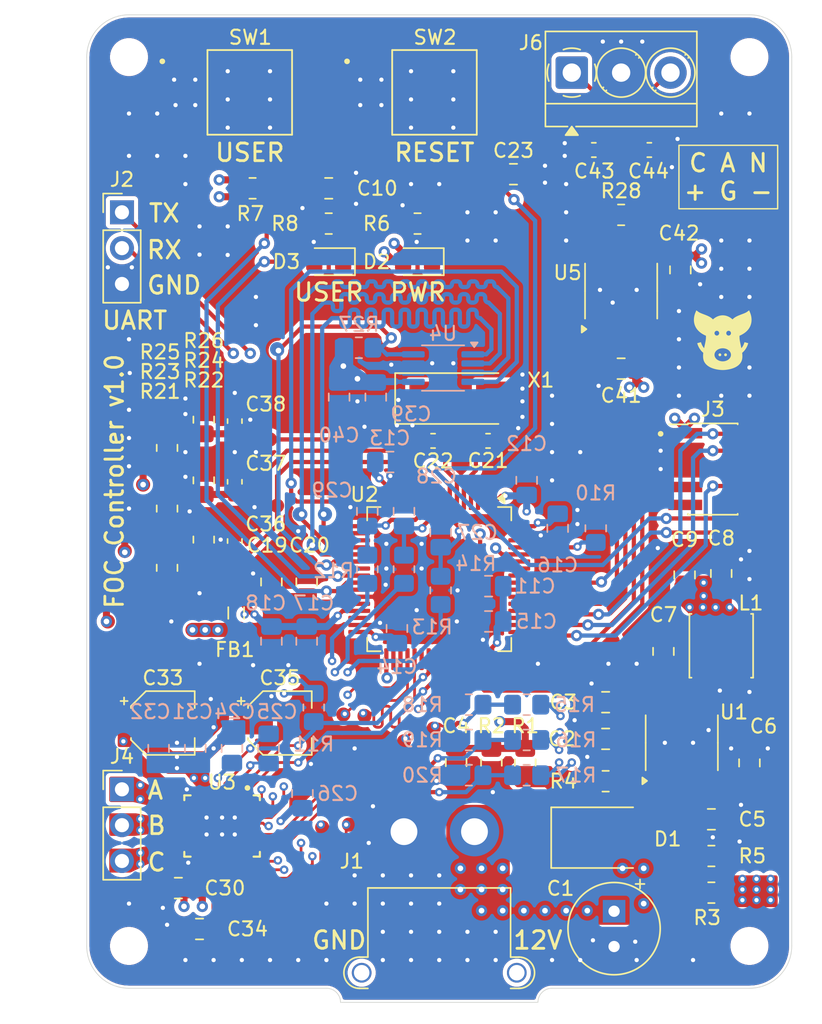
<source format=kicad_pcb>
(kicad_pcb (version 20241229) (generator "pcbnew") (generator_version "9.0")
  (layers (0 "F.Cu" signal) (4 "In1.Cu" signal) (6 "In2.Cu" signal) (2 "B.Cu" signal) (13 "F.Paste" user) (15 "B.Paste" user) (5 "F.SilkS" user "F.Silkscreen") (7 "B.SilkS" user "B.Silkscreen") (1 "F.Mask" user) (3 "B.Mask" user) (25 "Edge.Cuts" user))
  (net 0 "")
  (net 1 "GND")
  (net 2 "+12V_CON")
  (net 3 "+12V")
  (net 4 "/VBAT_SENSE")
  (net 5 "/BUCK_VREG5")
  (net 6 "/BUCK_SS")
  (net 7 "/BUCK_VBST")
  (net 8 "/BUCK_SW")
  (net 9 "+3.3V")
  (net 10 "/USER_BUTTON")
  (net 11 "+3.3VA")
  (net 12 "/OSC_IN")
  (net 13 "/NRST")
  (net 14 "Net-(U3A-CP)")
  (net 15 "Net-(U3A-CPL)")
  (net 16 "Net-(U3A-CPH)")
  (net 17 "/MOTOR_DRV_SOC")
  (net 18 "/MOTOR_DRV_SOB")
  (net 19 "/MOTOR_DRV_SOA")
  (net 20 "Net-(U3B-AVDD)")
  (net 21 "/BEMF_A")
  (net 22 "/BEMF_B")
  (net 23 "/BEMF_C")
  (net 24 "/CAN+")
  (net 25 "/CAN-")
  (net 26 "/LED_PWR_K")
  (net 27 "Net-(D3-K)")
  (net 28 "/USER_LED")
  (net 29 "/UART_TX")
  (net 30 "/UART_RX")
  (net 31 "/JTAG_TMS")
  (net 32 "/JTAG_TCK")
  (net 35 "/JTAG_TDI")
  (net 36 "/JTAG_TDO")
  (net 37 "/MOTOR_DRV_OUTA")
  (net 38 "/MOTOR_DRV_OUTC")
  (net 39 "/MOTOR_DRV_OUTB")
  (net 40 "/BUCK_VFB")
  (net 41 "/BUCK_EN")
  (net 42 "/OSC_OUT")
  (net 43 "/BOOT")
  (net 44 "/MOTOR_DRV_NFAULT")
  (net 45 "Net-(U3A-SOA)")
  (net 46 "Net-(U3A-SOB)")
  (net 47 "Net-(U3A-SOC)")
  (net 48 "/MOTOR_DRV_MODE")
  (net 49 "/MOTOR_DRV_SLEW")
  (net 50 "/MOTOR_DRV_GAIN")
  (net 51 "/HALL_ALERT")
  (net 52 "/MOTOR_DRV_INHA")
  (net 53 "/MOTOR_DRV_INHB")
  (net 54 "/MOTOR_DRV_INHC")
  (net 55 "/MOTOR_DRV_INLA")
  (net 56 "/MOTOR_DRV_INLB")
  (net 57 "/MOTOR_DRV_INLC")
  (net 58 "/HALL_SPI_SCK")
  (net 59 "/HALL_SPI_MOSI")
  (net 60 "/HALL_SPI_MISO")
  (net 61 "/HALL_SPI_CS")
  (net 62 "/TRCV_CAN_TX")
  (net 63 "/TRCV_CAN_RX")
  (net 70 "/MOTOR_DRV_NSLEEP")
  (net 73 "/TRCV_CAN_STB")
  (footprint "Capacitor_SMD:C_0805_2012Metric_Pad1.18x1.45mm_HandSolder" (layer "F.Cu") (at 202 118.025 90)
    (property "Reference" "C6")
    (property "Value" "3n3")
  )
  (footprint "Package_SO:SOIC-8_3.9x4.9mm_P1.27mm" (layer "F.Cu") (at 197.2 116.6 90)
    (property "Reference" "U1")
    (property "Value" "TPS54228D")
  )
  (footprint "TestPoint:TestPoint_Pad_D1.0mm" (layer "F.Cu") (at 202.5 128)
    (property "Reference" "TP2")
    (property "Value" "TestPoint")
  )
  (footprint "Capacitor_SMD:C_0805_2012Metric_Pad1.18x1.45mm_HandSolder" (layer "F.Cu") (at 185.2625 76.3)
    (property "Reference" "C23")
    (property "Value" "100n")
  )
  (footprint "Resistor_SMD:R_0805_2012Metric_Pad1.20x1.40mm_HandSolder" (layer "F.Cu") (at 163.3 102.2 -90)
    (property "Reference" "R22")
    (property "Value" "10k")
  )
  (footprint "Capacitor_SMD:CP_Elec_4x3.9" (layer "F.Cu") (at 160.4 115.2)
    (property "Reference" "C33")
    (property "Value" "10u/25V")
  )
  (footprint "MountingHole:MountingHole_2.2mm_M2" (layer "F.Cu") (at 158 131)
    (property "Reference" "H3")
    (property "Value" "MountingHole")
  )
  (footprint "Capacitor_SMD:C_0603_1608Metric_Pad1.08x0.95mm_HandSolder" (layer "F.Cu") (at 194.9 74.5825 180)
    (property "Reference" "C44")
    (property "Value" "47p")
  )
  (footprint "Capacitor_SMD:C_0805_2012Metric_Pad1.18x1.45mm_HandSolder" (layer "F.Cu") (at 163 129.8 180)
    (property "Reference" "C34")
    (property "Value" "2u2")
  )
  (footprint "Capacitor_SMD:CP_Elec_4x3.9" (layer "F.Cu") (at 168.7 115.2)
    (property "Reference" "C35")
    (property "Value" "10u/25V")
  )
  (footprint "TestPoint:TestPoint_Pad_D1.0mm" (layer "F.Cu") (at 177.5 116.5)
    (property "Reference" "TP4")
    (property "Value" "TestPoint")
  )
  (footprint "Capacitor_SMD:C_0805_2012Metric_Pad1.18x1.45mm_HandSolder" (layer "F.Cu") (at 200 104.6 90)
    (property "Reference" "C9")
    (property "Value" "22u")
  )
  (footprint "Capacitor_SMD:C_0603_1608Metric_Pad1.08x0.95mm_HandSolder" (layer "F.Cu") (at 165.5 93.8 90)
    (property "Reference" "C38")
    (property "Value" "1n6")
  )
  (footprint "TestPoint:TestPoint_Pad_D1.0mm" (layer "F.Cu") (at 171.7 122.6)
    (property "Reference" "TP6" (hide yes))
    (property "Value" "TestPoint")
  )
  (footprint "Capacitor_SMD:C_0805_2012Metric_Pad1.18x1.45mm_HandSolder" (layer "F.Cu") (at 197.1 83.0825 -90)
    (property "Reference" "C42")
    (property "Value" "100n")
  )
  (footprint "Package_QFP:LQFP-64_10x10mm_P0.5mm" (layer "F.Cu") (at 180 105 -90)
    (property "Reference" "U2")
    (property "Value" "STM32G473RCTx")
  )
  (footprint "Resistor_SMD:R_0805_2012Metric_Pad1.20x1.40mm_HandSolder" (layer "F.Cu") (at 199.3 127.225)
    (property "Reference" "R3")
    (property "Value" "110k")
  )
  (footprint "Capacitor_SMD:C_0805_2012Metric_Pad1.18x1.45mm_HandSolder" (layer "F.Cu") (at 191.8 113.725 180)
    (property "Reference" "C3")
    (property "Value" "10u")
  )
  (footprint "Diode_SMD:D_SMB" (layer "F.Cu") (at 191.6 123.325)
    (property "Reference" "D1")
    (property "Value" "20V/2A")
  )
  (footprint "TS04-66-55-BK-100-SMT-TR:SW_TS04-66-55-BK-100-SMT-TR" (layer "F.Cu") (at 179.6625 70.5)
    (property "Reference" "SW2")
    (property "Value" "RESET BUTTON")
  )
  (footprint "Inductor_SMD:L_0805_2012Metric_Pad1.05x1.20mm_HandSolder" (layer "F.Cu") (at 165.6 107.4 -90)
    (property "Reference" "FB1")
    (property "Value" "600R/100MHz")
  )
  (footprint "Capacitor_SMD:C_0805_2012Metric_Pad1.18x1.45mm_HandSolder" (layer "F.Cu") (at 192.9 90.0825 180)
    (property "Reference" "C41")
    (property "Value" "100n")
  )
  (footprint "TestPoint:TestPoint_Pad_D1.0mm" (layer "F.Cu") (at 168.5 99.8)
    (property "Reference" "TP9" (hide yes))
    (property "Value" "TestPoint")
  )
  (footprint "TS04-66-55-BK-100-SMT-TR:SW_TS04-66-55-BK-100-SMT-TR" (layer "F.Cu") (at 166.5625 70.5)
    (property "Reference" "SW1")
    (property "Value" "RESET BUTTON")
  )
  (footprint "TestPoint:TestPoint_Pad_D1.0mm" (layer "F.Cu") (at 157.7 103)
    (property "Reference" "TP13" (hide yes))
    (property "Value" "TestPoint")
  )
  (footprint "Resistor_SMD:R_0805_2012Metric_Pad1.20x1.40mm_HandSolder" (layer "F.Cu") (at 186.1 118 -90)
    (property "Reference" "R1")
    (property "Value" "33k")
  )
  (footprint "Capacitor_SMD:C_0805_2012Metric_Pad1.18x1.45mm_HandSolder" (layer "F.Cu") (at 161.5 126.9 180)
    (property "Reference" "C30")
    (property "Value" "100n")
  )
  (footprint "Resistor_SMD:R_0805_2012Metric_Pad1.20x1.40mm_HandSolder" (layer "F.Cu") (at 199.3 124.625 180)
    (property "Reference" "R5")
    (property "Value" "33k")
  )
  (footprint "TestPoint:TestPoint_Pad_D1.0mm" (layer "F.Cu") (at 179.6 115.6)
    (property "Reference" "TP5" (hide yes))
    (property "Value" "TestPoint")
  )
  (footprint "Capacitor_THT:CP_Radial_D6.3mm_P2.50mm" (layer "F.Cu") (at 192.4 128.542621 -90)
    (property "Reference" "C1")
    (property "Value" "100u/25V")
  )
  (footprint "Connector_AMASS:AMASS_XT30PW-M_1x02_P2.50mm_Horizontal" (layer "F.Cu") (at 177.5 122.9 180)
    (property "Reference" "J1")
    (property "Value" "XT30PW-M")
  )
  (footprint "Resistor_SMD:R_0805_2012Metric_Pad1.20x1.40mm_HandSolder" (layer "F.Cu") (at 160.7 104.2 90)
    (property "Reference" "R21")
    (property "Value" "33k")
  )
  (footprint "Capacitor_SMD:C_0603_1608Metric_Pad1.08x0.95mm_HandSolder" (layer "F.Cu") (at 179.5625 95.2 180)
    (property "Reference" "C22")
    (property "Value" "27p")
  )
  (footprint "TestPoint:TestPoint_Pad_D1.0mm" (layer "F.Cu") (at 156.5 108)
    (property "Reference" "TP12" (hide yes))
    (property "Value" "TestPoint")
  )
  (footprint "Resistor_SMD:R_0805_2012Metric_Pad1.20x1.40mm_HandSolder" (layer "F.Cu") (at 172.1625 79.8)
    (property "Reference" "R8")
    (property "Value" "1k")
  )
  (footprint "TerminalBlock_MetzConnect:TerminalBlock_MetzConnect_Type059_RT06303HBWC_1x03_P3.50mm_Horizontal" (layer "F.Cu") (at 189.4 69.1)
    (property "Reference" "J6")
    (property "Value" "CAN 01x03 Header")
  )
  (footprint "TestPoint:TestPoint_Pad_D1.0mm" (layer "F.Cu") (at 167.1 98)
    (property "Reference" "TP10" (hide yes))
    (property "Value" "TestPoint")
  )
  (footprint "Capacitor_SMD:C_0805_2012Metric_Pad1.18x1.45mm_HandSolder" (layer "F.Cu") (at 197.4 104.7 90)
    (property "Reference" "C8")
    (property "Value" "22u")
  )
  (footprint "Capacitor_SMD:C_0603_1608Metric_Pad1.08x0.95mm_HandSolder" (layer "F.Cu") (at 190.9625 74.5825 180)
    (property "Reference" "C43")
    (property "Value" "47p")
  )
  (footprint "Resistor_SMD:R_0805_2012Metric_Pad1.20x1.40mm_HandSolder" (layer "F.Cu") (at 183.7 118 90)
    (property "Reference" "R2")
    (property "Value" "10k")
  )
  (footprint "TestPoint:TestPoint_Pad_D1.0mm" (layer "F.Cu") (at 192.3 109.4)
    (property "Reference" "TP21" (hide yes))
    (property "Value" "TestPoint")
  )
  (footprint "Resistor_SMD:R_0805_2012Metric_Pad1.20x1.40mm_HandSolder" (layer "F.Cu") (at 192.9 79.1825 180)
    (property "Reference" "R28")
    (property "Value" "120R")
  )
  (footprint "Capacitor_SMD:C_0603_1608Metric_Pad1.08x0.95mm_HandSolder" (layer "F.Cu") (at 165.5 98.1 90)
    (property "Reference" "C37")
    (property "Value" "1n6")
  )
  (footprint "MountingHole:MountingHole_2.2mm_M2" (layer "F.Cu") (at 202 68)
    (property "Reference" "H2")
    (property "Value" "MountingHole")
  )
  (footprint "Resistor_SMD:R_0805_2012Metric_Pad1.20x1.40mm_HandSolder" (layer "F.Cu") (at 178.4625 79.8)
    (property "Reference" "R6")
    (property "Value" "1k")
  )
  (footprint "Resistor_SMD:R_0805_2012Metric_Pad1.20x1.40mm_HandSolder" (layer "F.Cu") (at 160.7 95.7 90)
    (property "Reference" "R25")
    (property "Value" "33k")
  )
  (footprint "Resistor_SMD:R_0805_2012Metric_Pad1.20x1.40mm_HandSolder" (layer "F.Cu") (at 163.3 98 -90)
    (property "Reference" "R24")
    (property "Value" "10k")
  )
  (footprint "LED_SMD:LED_0805_2012Metric_Pad1.15x1.40mm_HandSolder" (layer "F.Cu") (at 172.1625 82.5 180)
    (property "Reference" "D3")
    (property "Value" "Blue LED")
  )
  (footprint "Connector_PinHeader_1.27mm:PinHeader_2x05_P1.27mm_Vertical_SMD" (layer "F.Cu") (at 199.4 97.2)
    (property "Reference" "J3")
    (property "Value" "JTAG 02x05 Header")
  )
  (footprint "Capacitor_SMD:C_0603_1608Metric_Pad1.08x0.95mm_HandSolder" (layer "F.Cu") (at 165.5 102.3 90)
    (property "Reference" "C36")
    (property "Value" "1n6")
  )
  (footprint "Capacitor_SMD:C_0805_2012Metric_Pad1.18x1.45mm_HandSolder" (layer "F.Cu") (at 199.3 122.025)
    (property "Reference" "C5")
    (property "Value" "1u")
  )
  (footprint "Capacitor_SMD:C_0805_2012Metric_Pad1.18x1.45mm_HandSolder" (layer "F.Cu") (at 168.1 105.2 90)
    (property "Reference" "C19")
    (property "Value" "1u")
  )
  (footprint "Crystal:Crystal_SMD_Abracon_ABM3-2Pin_5.0x3.2mm_HandSoldering" (layer "F.Cu") (at 181.5 92.2)
    (property "Reference" "X1")
    (property "Value" "24MHz (18pF)")
  )
  (footprint "MountingHole:MountingHole_2.2mm_M2" (layer "F.Cu") (at 202 131)
    (property "Reference" "H4")
    (property "Value" "MountingHole")
  )
  (footprint "TestPoint:TestPoint_Pad_D1.0mm" (layer "F.Cu") (at 189.3 110.6)
    (property "Reference" "TP20" (hide yes))
    (property "Value" "TestPoint")
  )
  (footprint "Capacitor_SMD:C_0805_2012Metric_Pad1.18x1.45mm_HandSolder" (layer "F.Cu") (at 181.2 118 -90)
    (property "Reference" "C4")
    (property "Value" "100n")
  )
  (footprint "Capacitor_SMD:C_0805_2012Metric_Pad1.18x1.45mm_HandSolder" (layer "F.Cu") (at 195.9 110.125 90)
    (property "Reference" "C7")
    (property "Value" "100n")
  )
  (footprint "Connector_PinHeader_2.54mm:PinHeader_1x03_P2.54mm_Vertical" (layer "F.Cu") (at 157.5 79)
    (property "Reference" "J2")
    (property "Value" "UART 01x03 Header")
  )
  (footprint "Resistor_SMD:R_0805_2012Metric_Pad1.20x1.40mm_HandSolder" (layer "F.Cu") (at 166.7625 77.3 180)
    (property "Reference" "R7")
    (property "Value" "10k")
  )
  (footprint "Resistor_SMD:R_0805_2012Metric_Pad1.20x1.40mm_HandSolder" (layer "F.Cu") (at 160.7 100 90)
    (property "Reference" "R23")
    (property "Value" "33k")
  )
  (footprint "Connector_PinHeader_2.54mm:PinHeader_1x03_P2.54mm_Vertical" (layer "F.Cu") (at 157.5 119.9)
    (property "Reference" "J4")
    (property "Value" "PHASES 01x03 Header")
  )
  (footprint "TestPoint:TestPoint_Pad_D1.0mm" (layer "F.Cu") (at 159 98.3)
    (property "Reference" "TP14" (hide yes))
    (property "Value" "TestPoint")
  )
  (footprint "TestPoint:TestPoint_Pad_D1.0mm" (layer "F.Cu") (at 174.7 114.7)
    (property "Reference" "TP8" (hide yes))
    (property "Value" "TestPoint")
  )
  (footprint "Resistor_SMD:R_0805_2012Metric_Pad1.20x1.40mm_HandSolder" (layer "F.Cu") (at 163.3 93.7 -90)
    (property "Reference" "R26")
    (property "Value" "10k")
  )
  (footprint "TestPoint:TestPoint_Pad_D1.0mm" (layer "F.Cu") (at 173.6 122.4)
    (property "Reference" "TP3")
    (property "Value" "TestPoint")
  )
  (footprint "Capacitor_SMD:C_0805_2012Metric_Pad1.18x1.45mm_HandSolder" (layer "F.Cu") (at 191.8 116.325 180)
    (property "Reference" "C2")
    (property "Value" "10u")
  )
  (footprint "TestPoint:TestPoint_Pad_D1.0mm" (layer "F.Cu") (at 173.2 114.6)
    (property "Reference" "TP7" (hide yes))
    (property "Value" "TestPoint")
  )
  (footprint "MountingHole:MountingHole_2.2mm_M2" (layer "F.Cu") (at 158 68)
    (property "Reference" "H1")
    (property "Value" "MountingHole")
  )
  (footprint "TestPoint:TestPoint_Pad_D1.0mm" (layer "F.Cu") (at 168 95.1)
    (property "Reference" "TP11" (hide yes))
    (property "Value" "TestPoint")
  )
  (footprint "Package_SO:SOIC-8_3.9x4.9mm_P1.27mm" (layer "F.Cu") (at 192.9 84.5825 90)
    (property "Reference" "U5")
    (property "Value" "PTCAN3413DR")
  )
  (footprint "Capacitor_SMD:C_0603_1608Metric_Pad1.08x0.95mm_HandSolder" (layer "F.Cu") (at 183.4625 95.2)
    (property "Reference" "C21")
    (property "Value" "27p")
  )
  (footprint "footprints:WQFN36_REE_TEX-L" (layer "F.Cu") (at 164.6013 122.5 -90)
    (property "Reference" "U3" (hide yes))
    (property "Value" "DRV8317HREER")
  )
  (footprint "TestPoint:TestPoint_Pad_D1.0mm" (layer "F.Cu") (at 170 130)
    (property "Reference" "TP1" (hide yes))
    (property "Value" "TestPoint")
  )
  (footprint "Capacitor_SMD:C_0805_2012Metric_Pad1.18x1.45mm_HandSolder" (layer "F.Cu") (at 170.6 105.2 90)
    (property "Reference" "C20")
    (property "Value" "100n")
  )
  (footprint "Capacitor_SMD:C_0805_2012Metric_Pad1.18x1.45mm_HandSolder" (layer "F.Cu") (at 172.1625 77.3)
    (property "Reference" "C10")
    (property "Value" "100n")
  )
  (footprint "Inductor_SMD:L_APV_ANR4012" (layer "F.Cu") (at 200 109.725 90)
    (property "Reference" "L1")
    (property "Value" "3u3")
  )
  (footprint "LED_SMD:LED_0805_2012Metric_Pad1.15x1.40mm_HandSolder" (layer "F.Cu") (at 178.4625 82.5 180)
    (property "Reference" "D2")
    (property "Value" "Green LED")
  )
  (footprint "Resistor_SMD:R_0805_2012Metric_Pad1.20x1.40mm_HandSolder" (layer "F.Cu") (at 191.8 119.325 180)
    (property "Reference" "R4")
    (property "Value" "10k")
  )
  (footprint "Resistor_SMD:R_0805_2012Metric_Pad1.20x1.40mm_HandSolder" (layer "B.Cu") (at 174.9 104.3 90)
    (property "Reference" "R12")
    (property "Value" "330R")
  )
  (footprint "Capacitor_SMD:C_0805_2012Metric_Pad1.18x1.45mm_HandSolder" (layer "B.Cu") (at 170.6 109.4 -90)
    (property "Reference" "C17")
    (property "Value" "100n")
  )
  (footprint "Capacitor_SMD:C_0805_2012Metric_Pad1.18x1.45mm_HandSolder" (layer "B.Cu") (at 162.7 117 90)
    (property "Reference" "C31")
    (property "Value" "100n")
  )
  (footprint "Capacitor_SMD:C_0805_2012Metric_Pad1.18x1.45mm_HandSolder" (layer "B.Cu") (at 188.4 101.4 -90)
    (property "Reference" "C16")
    (property "Value" "100n")
  )
  (footprint "Resistor_SMD:R_0805_2012Metric_Pad1.20x1.40mm_HandSolder" (layer "B.Cu") (at 182.1 113.9)
    (property "Reference" "R18")
    (property "Value" "0R")
  )
  (footprint "Resistor_SMD:R_0805_2012Metric_Pad1.20x1.40mm_HandSolder" (layer "B.Cu") (at 182.1 118.9)
    (property "Reference" "R20")
    (property "Value" "NC")
  )
  (footprint "Capacitor_SMD:C_0805_2012Metric_Pad1.18x1.45mm_HandSolder" (layer "B.Cu") (at 180.1 101.7 90)
    (property "Reference" "C27")
    (property "Value" "22p")
  )
  (footprint "Capacitor_SMD:C_0805_2012Metric_Pad1.18x1.45mm_HandSolder" (layer "B.Cu") (at 186.2 98 90)
    (property "Reference" "C12")
    (property "Value" "100n")
  )
  (footprint "Capacitor_SMD:C_0805_2012Metric_Pad1.18x1.45mm_HandSolder" (layer "B.Cu") (at 167.9 117 -90)
    (property "Reference" "C25")
    (property "Value" "100n")
  )
  (footprint "TestPoint:TestPoint_Pad_D1.0mm" (layer "B.Cu") (at 170.1 100.4 180)
    (property "Reference" "TP17" (hide yes))
    (property "Value" "TestPoint")
  )
  (footprint "Capacitor_SMD:C_0805_2012Metric_Pad1.18x1.45mm_HandSolder" (layer "B.Cu") (at 183.5 105.5 180)
    (property "Reference" "C11")
    (property "Value" "10u")
  )
  (footprint "Resistor_SMD:R_0805_2012Metric_Pad1.20x1.40mm_HandSolder" (layer "B.Cu") (at 180.1 105.8 90)
    (property "Reference" "R14")
    (property "Value" "330R")
  )
  (footprint "Resistor_SMD:R_0805_2012Metric_Pad1.20x1.40mm_HandSolder" (layer "B.Cu") (at 177.5 104.3 90)
    (property "Reference" "R13")
    (property "Value" "330R")
  )
  (footprint "Resistor_SMD:R_0805_2012Metric_Pad1.20x1.40mm_HandSolder" (layer "B.Cu") (at 186.2 118.9)
    (property "Reference" "R17")
    (property "Value" "0R")
  )
  (footprint "Capacitor_SMD:C_0805_2012Metric_Pad1.18x1.45mm_HandSolder" (layer "B.Cu") (at 177.5 100.2 90)
    (property "Reference" "C28")
    (property "Value" "22p")
  )
  (footprint "TestPoint:TestPoint_Pad_D1.0mm" (layer "B.Cu") (at 168.5 88.7 180)
    (property "Reference" "TP19" (hide yes))
    (property "Value" "TestPoint")
  )
  (footprint "Capacitor_SMD:C_0805_2012Metric_Pad1.18x1.45mm_HandSolder" (layer "B.Cu") (at 165.3 117 -90)
    (property "Reference" "C24")
    (property "Value" "1u")
  )
  (footprint "Resistor_SMD:R_0805_2012Metric_Pad1.20x1.40mm_HandSolder" (layer "B.Cu") (at 191.1 101.4 90)
    (property "Reference" "R10")
    (property "Value" "10k")
  )
  (footprint "Resistor_SMD:R_0805_2012Metric_Pad1.20x1.40mm_HandSolder" (layer "B.Cu") (at 182.1 116.4)
    (property "Reference" "R19")
    (property "Value" "NC")
  )
  (footprint "Resistor_SMD:R_0805_2012Metric_Pad1.20x1.40mm_HandSolder" (layer "B.Cu") (at 186.2 116.4)
    (property "Reference" "R16")
    (property "Value" "0R")
  )
  (footprint "Package_SO:VSSOP-8_3x3mm_P0.65mm" (layer "B.Cu") (at 180.27 90.04 180)
    (property "Reference" "U4")
    (property "Value" "TMAG5170A2")
  )
  (footprint "Capacitor_SMD:C_0805_2012Metric_Pad1.18x1.45mm_HandSolder" (layer "B.Cu") (at 174.9 100.2 90)
    (property "Reference" "C29")
    (property "Value" "22p")
  )
  (footprint "Capacitor_SMD:C_0805_2012Metric_Pad1.18x1.45mm_HandSolder" (layer "B.Cu") (at 177 108.5 90)
    (property "Reference" "C14")
    (property "Value" "100n")
  )
  (footprint "Capacitor_SMD:C_0805_2012Metric_Pad1.18x1.45mm_HandSolder" (layer "B.Cu") (at 170.3 120.2 90)
    (property "Reference" "C26")
    (property "Value" "100n")
  )
  (footprint "Resistor_SMD:R_0805_2012Metric_Pad1.20x1.40mm_HandSolder" (layer "B.Cu") (at 174.3 88.6 180)
    (property "Reference" "R27")
    (property "Value" "4k7")
  )
  (footprint "Capacitor_SMD:C_0805_2012Metric_Pad1.18x1.45mm_HandSolder" (layer "B.Cu") (at 176.5 96.7)
    (property "Reference" "C13")
    (property "Value" "100n")
  )
  (footprint "Capacitor_SMD:C_0805_2012Metric_Pad1.18x1.45mm_HandSolder" (layer "B.Cu") (at 175.5 92.1 -90)
    (property "Reference" "C39")
    (property "Value" "100n")
  )
  (footprint "Resistor_SMD:R_0805_2012Metric_Pad1.20x1.40mm_HandSolder" (layer "B.Cu") (at 171.1 114.1 90)
    (property "Reference" "R11")
    (property "Value" "5k1")
  )
  (footprint "Capacitor_SMD:C_0805_2012Metric_Pad1.18x1.45mm_HandSolder" (layer "B.Cu") (at 172.9 92.1 -90)
    (property "Reference" "C40")
    (property "Value" "1u")
  )
  (footprint "Capacitor_SMD:C_0805_2012Metric_Pad1.18x1.45mm_HandSolder" (layer "B.Cu") (at 160.1 117 90)
    (property "Reference" "C32")
    (property "Value" "100n")
  )
  (footprint "TestPoint:TestPoint_Pad_D1.0mm" (layer "B.Cu") (at 171.9 100.4 180)
    (property "Reference" "TP15" (hide yes))
    (property "Value" "TestPoint")
  )
  (footprint "TestPoint:TestPoint_Pad_D1.0mm" (layer "B.Cu") (at 171.1 102.5 180)
    (property "Reference" "TP16" (hide yes))
    (property "Value" "TestPoint")
  )
  (footprint "Capacitor_SMD:C_0805_2012Metric_Pad1.18x1.45mm_HandSolder" (layer "B.Cu") (at 183.5 108 180)
    (property "Reference" "C15")
    (property "Value" "100n")
  )
  (footprint "TestPoint:TestPoint_Pad_D1.0mm" (layer "B.Cu") (at 169.5 98.2 180)
    (property "Reference" "TP18" (hide yes))
    (property "Value" "TestPoint")
  )
  (footprint "Capacitor_SMD:C_0805_2012Metric_Pad1.18x1.45mm_HandSolder" (layer "B.Cu") (at 168.1 109.4 -90)
    (property "Reference" "C18")
    (property "Value" "1u")
  )
  (footprint "Resistor_SMD:R_0805_2012Metric_Pad1.20x1.40mm_HandSolder" (layer "B.Cu") (at 186.2 113.9)
    (property "Reference" "R15")
    (property "Value" "NC")
  )
  (gr_circle (center 166.4 119.8) (end 166.5 119.8) (stroke (width 0.2)) (fill no) (layer "F.SilkS"))
  (gr_poly (pts (xy 202.044268 86.109291) (xy 202.070326 86.176673) (xy 202.098175 86.264149) (xy 202.111425 86.314574) (xy 202.123506 86.369004) (xy 202.133881 86.4271) (xy 202.14201 86.488523) (xy 202.147355 86.552934) (xy 202.149377 86.619992) (xy 202.147537 86.68936) (xy 202.141298 86.760697) (xy 202.130119 86.833665) (xy 202.113464 86.907924) (xy 202.090792 86.983134) (xy 202.061566 87.058956) (xy 202.036189 87.113651) (xy 202.007736 87.166856) (xy 201.976218 87.218563) (xy 201.941643 87.268765) (xy 201.904022 87.317454) (xy 201.863364 87.364622) (xy 201.819679 87.410262) (xy 201.772976 87.454365) (xy 201.723265 87.496924) (xy 201.670556 87.537931) (xy 201.614859 87.577378) (xy 201.556183 87.615258) (xy 201.494537 87.651564) (xy 201.429932 87.686286) (xy 201.362378 87.719417) (xy 201.291883 87.750951) (xy 201.293198 87.78093) (xy 201.294171 87.811304) (xy 201.294776 87.842098) (xy 201.294984 87.873337) (xy 201.295496 87.902472) (xy 201.296993 87.93278) (xy 201.302694 87.996679) (xy 201.311595 88.064558) (xy 201.323203 88.135941) (xy 201.337026 88.210353) (xy 201.352573 88.28732) (xy 201.386869 88.447013) (xy 201.406762 88.538683) (xy 201.426159 88.630477) (xy 201.444841 88.607908) (xy 201.462913 88.58475) (xy 201.480368 88.561011) (xy 201.497199 88.536703) (xy 201.513399 88.511832) (xy 201.528962 88.48641) (xy 201.54388 88.460444) (xy 201.558148 88.433944) (xy 201.571757 88.406919) (xy 201.584702 88.379379) (xy 201.596975 88.351331) (xy 201.60857 88.322787) (xy 201.619479 88.293754) (xy 201.629697 88.264243) (xy 201.639216 88.234261) (xy 201.648029 88.203819) (xy 201.914135 88.2772) (xy 201.898942 88.328746) (xy 201.882085 88.379255) (xy 201.863586 88.428697) (xy 201.843465 88.477041) (xy 201.821744 88.524258) (xy 201.798443 88.57032) (xy 201.773583 88.615195) (xy 201.747186 88.658855) (xy 201.719273 88.701269) (xy 201.689863 88.742409) (xy 201.65898 88.782244) (xy 201.626642 88.820745) (xy 201.592872 88.857883) (xy 201.557691 88.893627) (xy 201.521119 88.927949) (xy 201.483177 88.960818) (xy 201.488088 89.003273) (xy 201.492177 89.045344) (xy 201.495377 89.086991) (xy 201.497624 89.128175) (xy 201.498849 89.168859) (xy 201.498986 89.209002) (xy 201.497968 89.248567) (xy 201.495729 89.287514) (xy 201.492203 89.325804) (xy 201.487322 89.3634) (xy 201.48102 89.400261) (xy 201.47323 89.436349) (xy 201.463886 89.471626) (xy 201.452921 89.506052) (xy 201.440268 89.539588) (xy 201.425862 89.572197) (xy 201.403207 89.616051) (xy 201.37776 89.658377) (xy 201.349528 89.699167) (xy 201.318523 89.738416) (xy 201.284752 89.776114) (xy 201.248226 89.812256) (xy 201.208955 89.846835) (xy 201.166947 89.879843) (xy 201.122212 89.911273) (xy 201.07476 89.941118) (xy 201.024599 89.969372) (xy 200.971741 89.996027) (xy 200.916193 90.021075) (xy 200.857966 90.044511) (xy 200.797069 90.066327) (xy 200.733512 90.086515) (xy 200.677763 90.102277) (xy 200.622815 90.11617) (xy 200.568965 90.128313) (xy 200.516511 90.138821) (xy 200.465751 90.147814) (xy 200.416984 90.155408) (xy 200.370508 90.161721) (xy 200.32662 90.166871) (xy 200.247803 90.17415) (xy 200.182918 90.178185) (xy 200.134349 90.179917) (xy 200.10448 90.180285) (xy 200.026044 90.178185) (xy 199.96116 90.17415) (xy 199.882344 90.166871) (xy 199.79198 90.155408) (xy 199.692454 90.138821) (xy 199.639999 90.128313) (xy 199.586148 90.11617) (xy 199.531199 90.102277) (xy 199.475449 90.086515) (xy 199.41189 90.066328) (xy 199.350992 90.044514) (xy 199.292764 90.021079) (xy 199.237215 89.996031) (xy 199.184356 89.969378) (xy 199.134195 89.941125) (xy 199.086743 89.91128) (xy 199.042008 89.87985) (xy 199 89.846843) (xy 198.960729 89.812264) (xy 198.924203 89.776122) (xy 198.890433 89.738424) (xy 198.859429 89.699176) (xy 198.831198 89.658385) (xy 198.805752 89.616059) (xy 198.783099 89.572205) (xy 198.768692 89.539595) (xy 198.75604 89.506057) (xy 198.745075 89.47163) (xy 198.735731 89.436353) (xy 198.727941 89.400264) (xy 198.721639 89.363402) (xy 198.716758 89.325807) (xy 198.713231 89.287516) (xy 198.710993 89.248569) (xy 198.709975 89.209005) (xy 198.710112 89.168862) (xy 198.711337 89.128179) (xy 198.712829 89.100833) (xy 199.520949 89.100833) (xy 199.52171 89.124644) (xy 199.523968 89.148147) (xy 199.527685 89.171312) (xy 199.532826 89.194111) (xy 199.539353 89.216512) (xy 199.547229 89.238488) (xy 199.556417 89.260009) (xy 199.56688 89.281045) (xy 199.578581 89.301567) (xy 199.591484 89.321546) (xy 199.605551 89.340953) (xy 199.620746 89.359757) (xy 199.637031 89.377931) (xy 199.654369 89.395443) (xy 199.672725 89.412266) (xy 199.692059 89.42837) (xy 199.73352 89.458302) (xy 199.778455 89.485004) (xy 199.82657 89.508243) (xy 199.877569 89.527783) (xy 199.931155 89.543389) (xy 199.987035 89.554827) (xy 200.015742 89.55891) (xy 200.044911 89.561862) (xy 200.074506 89.563655) (xy 200.104489 89.564259) (xy 200.134472 89.563655) (xy 200.164068 89.561862) (xy 200.193238 89.55891) (xy 200.221945 89.554827) (xy 200.250153 89.549644) (xy 200.277825 89.543389) (xy 200.304924 89.536092) (xy 200.331412 89.527783) (xy 200.357254 89.51849) (xy 200.382411 89.508243) (xy 200.406847 89.497071) (xy 200.430526 89.485004) (xy 200.453409 89.472071) (xy 200.475461 89.458302) (xy 200.496644 89.443725) (xy 200.516921 89.42837) (xy 200.536256 89.412266) (xy 200.55461 89.395443) (xy 200.571949 89.377931) (xy 200.588234 89.359757) (xy 200.603428 89.340953) (xy 200.617495 89.321546) (xy 200.630397 89.301567) (xy 200.642099 89.281045) (xy 200.652562 89.260009) (xy 200.66175 89.238488) (xy 200.669625 89.216512) (xy 200.676152 89.194111) (xy 200.681292 89.171312) (xy 200.68501 89.148147) (xy 200.687268 89.124644) (xy 200.688028 89.100833) (xy 200.687268 89.077021) (xy 200.68501 89.053518) (xy 200.681292 89.030353) (xy 200.676152 89.007555) (xy 200.669625 88.985153) (xy 200.66175 88.963177) (xy 200.652562 88.941657) (xy 200.642099 88.92062) (xy 200.630397 88.900098) (xy 200.617495 88.880119) (xy 200.603428 88.860713) (xy 200.588234 88.841908) (xy 200.571949 88.823735) (xy 200.55461 88.806222) (xy 200.536256 88.789399) (xy 200.516921 88.773295) (xy 200.475461 88.743363) (xy 200.430526 88.716661) (xy 200.382411 88.693422) (xy 200.331412 88.673882) (xy 200.277825 88.658276) (xy 200.221945 88.646838) (xy 200.193238 88.642755) (xy 200.164068 88.639803) (xy 200.134472 88.63801) (xy 200.104489 88.637405) (xy 200.074505 88.63801) (xy 200.04491 88.639803) (xy 200.01574 88.642755) (xy 199.987032 88.646838) (xy 199.958824 88.652021) (xy 199.931152 88.658276) (xy 199.904054 88.665573) (xy 199.877565 88.673882) (xy 199.851724 88.683175) (xy 199.826566 88.693422) (xy 199.80213 88.704594) (xy 199.778452 88.716661) (xy 199.755568 88.729594) (xy 199.733516 88.743363) (xy 199.712333 88.75794) (xy 199.692056 88.773295) (xy 199.672722 88.789399) (xy 199.654367 88.806222) (xy 199.637029 88.823735) (xy 199.620744 88.841908) (xy 199.605549 88.860713) (xy 199.591483 88.880119) (xy 199.57858 88.900098) (xy 199.566879 88.92062) (xy 199.556416 88.941657) (xy 199.547228 88.963177) (xy 199.539352 88.985153) (xy 199.532826 89.007555) (xy 199.527685 89.030353) (xy 199.523967 89.053518) (xy 199.52171 89.077021) (xy 199.520949 89.100833) (xy 198.712829 89.100833) (xy 198.713583 89.086995) (xy 198.716784 89.04535) (xy 198.725784 88.960827) (xy 198.687842 88.927957) (xy 198.65127 88.893636) (xy 198.616088 88.857892) (xy 198.582318 88.820755) (xy 198.549981 88.782254) (xy 198.519097 88.742419) (xy 198.489688 88.70128) (xy 198.461774 88.658866) (xy 198.435377 88.615207) (xy 198.410518 88.570332) (xy 198.387217 88.524271) (xy 198.365496 88.477053) (xy 198.345375 88.428708) (xy 198.326876 88.379266) (xy 198.310019 88.328756) (xy 198.294826 88.277208) (xy 198.560931 88.203827) (xy 198.569743 88.234271) (xy 198.579261 88.264254) (xy 198.589479 88.293766) (xy 198.600388 88.3228) (xy 198.611982 88.351345) (xy 198.624256 88.379393) (xy 198.637201 88.406933) (xy 198.65081 88.433958) (xy 198.665078 88.460458) (xy 198.679997 88.486424) (xy 198.69556 88.511846) (xy 198.711761 88.536716) (xy 198.728592 88.561024) (xy 198.746047 88.584761) (xy 198.764119 88.607918) (xy 198.782801 88.630485) (xy 198.802202 88.538691) (xy 198.822092 88.447021) (xy 198.856384 88.287328) (xy 198.871931 88.210362) (xy 198.885754 88.135949) (xy 198.897363 88.064566) (xy 198.906265 87.996687) (xy 198.909547 87.964211) (xy 198.911967 87.932789) (xy 198.913464 87.902481) (xy 198.913977 87.873346) (xy 198.914185 87.842106) (xy 198.914789 87.811312) (xy 198.915763 87.780938) (xy 198.917078 87.750959) (xy 198.846584 87.719423) (xy 198.779031 87.686289) (xy 198.714427 87.651564) (xy 198.652782 87.615257) (xy 198.594106 87.577375) (xy 198.580447 87.567702) (xy 199.520982 87.567702) (xy 199.521197 87.576358) (xy 199.521836 87.584901) (xy 199.522887 87.593319) (xy 199.524341 87.601603) (xy 199.526187 87.609742) (xy 199.528415 87.617724) (xy 199.531013 87.625541) (xy 199.533973 87.63318) (xy 199.537282 87.640632) (xy 199.540932 87.647885) (xy 199.54491 87.65493) (xy 199.549207 87.661755) (xy 199.553813 87.668351) (xy 199.558717 87.674706) (xy 199.563908 87.68081) (xy 199.569376 87.686653) (xy 199.575111 87.692223) (xy 199.581102 87.697511) (xy 199.587338 87.702505) (xy 199.59381 87.707195) (xy 199.600506 87.711571) (xy 199.607417 87.715622) (xy 199.614531 87.719337) (xy 199.621839 87.722706) (xy 199.62933 87.725719) (xy 199.636993 87.728364) (xy 199.644818 87.730631) (xy 199.652795 87.732509) (xy 199.660913 87.733989) (xy 199.669161 87.735059) (xy 199.67753 87.735708) (xy 199.686008 87.735927) (xy 199.694497 87.735708) (xy 199.702875 87.735059) (xy 199.711133 87.733989) (xy 199.719259 87.73251) (xy 199.727243 87.730631) (xy 199.735075 87.728364) (xy 199.742745 87.72572) (xy 199.750241 87.722708) (xy 199.757554 87.719339) (xy 199.764674 87.715624) (xy 199.771589 87.711573) (xy 199.778289 87.707198) (xy 199.784764 87.702507) (xy 199.791003 87.697513) (xy 199.796996 87.692226) (xy 199.802733 87.686656) (xy 199.808203 87.680813) (xy 199.813395 87.67471) (xy 199.8183 87.668355) (xy 199.822907 87.661759) (xy 199.827205 87.654934) (xy 199.831184 87.647889) (xy 199.834834 87.640635) (xy 199.838143 87.633183) (xy 199.841103 87.625544) (xy 199.843701 87.617727) (xy 199.845929 87.609744) (xy 199.847774 87.601605) (xy 199.849228 87.593321) (xy 199.85028 87.584902) (xy 199.850918 87.576359) (xy 199.851133 87.567702) (xy 199.851133 87.567693) (xy 200.355372 87.567693) (xy 200.355589 87.576415) (xy 200.356231 87.585022) (xy 200.35729 87.593504) (xy 200.358753 87.601851) (xy 200.360612 87.61005) (xy 200.362854 87.618093) (xy 200.365471 87.625968) (xy 200.36845 87.633665) (xy 200.371783 87.641172) (xy 200.375458 87.64848) (xy 200.379465 87.655577) (xy 200.383793 87.662454) (xy 200.388433 87.669098) (xy 200.393373 87.675501) (xy 200.398603 87.68165) (xy 200.404112 87.687536) (xy 200.409891 87.693148) (xy 200.415929 87.698475) (xy 200.422214 87.703506) (xy 200.428738 87.708231) (xy 200.435489 87.71264) (xy 200.442456 87.716721) (xy 200.44963 87.720463) (xy 200.457 87.723857) (xy 200.464555 87.726892) (xy 200.472285 87.729556) (xy 200.48018 87.73184) (xy 200.488228 87.733733) (xy 200.496421 87.735223) (xy 200.504746 87.736301) (xy 200.513194 87.736955) (xy 200.521754 87.737176) (xy 200.530304 87.736955) (xy 200.538742 87.736301) (xy 200.547058 87.735223) (xy 200.555241 87.733733) (xy 200.563282 87.73184) (xy 200.571169 87.729556) (xy 200.578892 87.726892) (xy 200.586441 87.723857) (xy 200.593805 87.720463) (xy 200.600974 87.716721) (xy 200.607936 87.71264) (xy 200.614683 87.708231) (xy 200.621202 87.703506) (xy 200.627484 87.698475) (xy 200.633518 87.693148) (xy 200.639294 87.687536) (xy 200.644801 87.68165) (xy 200.650029 87.675501) (xy 200.654967 87.669098) (xy 200.659605 87.662454) (xy 200.663932 87.655577) (xy 200.667938 87.64848) (xy 200.671612 87.641172) (xy 200.674944 87.633665) (xy 200.677923 87.625968) (xy 200.680539 87.618093) (xy 200.682781 87.61005) (xy 200.684639 87.601851) (xy 200.686103 87.593504) (xy 200.687161 87.585022) (xy 200.687803 87.576415) (xy 200.68802 87.567693) (xy 200.687803 87.558972) (xy 200.687161 87.550364) (xy 200.686102 87.541882) (xy 200.684639 87.533536) (xy 200.68278 87.525336) (xy 200.680538 87.517294) (xy 200.677922 87.509419) (xy 200.674943 87.501722) (xy 200.67161 87.494215) (xy 200.667936 87.486907) (xy 200.66393 87.47981) (xy 200.659603 87.472933) (xy 200.654965 87.466288) (xy 200.650027 87.459886) (xy 200.644799 87.453736) (xy 200.639291 87.44785) (xy 200.633515 87.442239) (xy 200.627481 87.436912) (xy 200.621199 87.43188) (xy 200.614679 87.427155) (xy 200.607933 87.422747) (xy 200.60097 87.418666) (xy 200.593802 87.414923) (xy 200.586438 87.411529) (xy 200.578889 87.408495) (xy 200.571166 87.40583) (xy 200.563279 87.403546) (xy 200.555239 87.401654) (xy 200.547056 87.400164) (xy 200.53874 87.399086) (xy 200.530303 87.398431) (xy 200.521754 87.398211) (xy 200.513195 87.398431) (xy 200.504747 87.399086) (xy 200.496423 87.400164) (xy 200.488231 87.401654) (xy 200.480183 87.403547) (xy 200.472288 87.405831) (xy 200.464558 87.408496) (xy 200.457003 87.41153) (xy 200.449634 87.414925) (xy 200.44246 87.418668) (xy 200.435492 87.422749) (xy 200.428741 87.427157) (xy 200.422218 87.431883) (xy 200.415932 87.436914) (xy 200.409894 87.442241) (xy 200.404115 87.447853) (xy 200.398605 87.45374) (xy 200.393375 87.459889) (xy 200.388435 87.466292) (xy 200.383795 87.472937) (xy 200.379467 87.479813) (xy 200.375459 87.486911) (xy 200.371784 87.494218) (xy 200.368451 87.501726) (xy 200.365471 87.509422) (xy 200.362855 87.517297) (xy 200.360612 87.525339) (xy 200.358754 87.533538) (xy 200.35729 87.541884) (xy 200.356231 87.550366) (xy 200.355589 87.558972) (xy 200.355372 87.567693) (xy 199.851133 87.567693) (xy 199.850918 87.559043) (xy 199.85028 87.550499) (xy 199.849228 87.54208) (xy 199.847774 87.533795) (xy 199.845929 87.525657) (xy 199.843701 87.517674) (xy 199.841103 87.509859) (xy 199.838143 87.502221) (xy 199.834834 87.49477) (xy 199.831184 87.487519) (xy 199.827205 87.480476) (xy 199.822907 87.473653) (xy 199.8183 87.46706) (xy 199.813395 87.460707) (xy 199.808203 87.454606) (xy 199.802733 87.448766) (xy 199.796996 87.443199) (xy 199.791003 87.437914) (xy 199.784764 87.432923) (xy 199.778289 87.428235) (xy 199.771589 87.423862) (xy 199.764674 87.419814) (xy 199.757554 87.416102) (xy 199.750241 87.412735) (xy 199.742745 87.409725) (xy 199.735075 87.407082) (xy 199.727243 87.404817) (xy 199.719259 87.40294) (xy 199.711133 87.401462) (xy 199.702875 87.400393) (xy 199.694497 87.399744) (xy 199.686008 87.399526) (xy 199.677529 87.399744) (xy 199.66916 87.400393) (xy 199.660911 87.401462) (xy 199.652792 87.40294) (xy 199.644815 87.404817) (xy 199.63699 87.407082) (xy 199.629326 87.409725) (xy 199.621835 87.412735) (xy 199.614528 87.416102) (xy 199.607413 87.419814) (xy 199.600502 87.423862) (xy 199.593806 87.428235) (xy 199.587335 87.432923) (xy 199.581098 87.437914) (xy 199.575108 87.443199) (xy 199.569373 87.448766) (xy 199.563905 87.454606) (xy 199.558714 87.460707) (xy 199.553811 87.46706) (xy 199.549205 87.473653) (xy 199.544908 87.480476) (xy 199.54093 87.487519) (xy 199.537281 87.49477) (xy 199.533972 87.502221) (xy 199.531013 87.509859) (xy 199.528414 87.517674) (xy 199.526187 87.525657) (xy 199.524341 87.533795) (xy 199.522887 87.54208) (xy 199.521836 87.550499) (xy 199.521197 87.559043) (xy 199.520982 87.567702) (xy 198.580447 87.567702) (xy 198.538408 87.537927) (xy 198.4857 87.496918) (xy 198.435989 87.454359) (xy 198.389286 87.410255) (xy 198.345601 87.364615) (xy 198.304943 87.317446) (xy 198.267322 87.268757) (xy 198.232748 87.218555) (xy 198.20123 87.166848) (xy 198.172779 87.113643) (xy 198.147403 87.058948) (xy 198.131937 87.020983) (xy 198.118177 86.983128) (xy 198.106055 86.945427) (xy 198.095505 86.90792) (xy 198.086459 86.870652) (xy 198.07885 86.833663) (xy 198.07261 86.796997) (xy 198.067671 86.760696) (xy 198.063968 86.724803) (xy 198.061432 86.689359) (xy 198.059593 86.619992) (xy 198.061615 86.552932) (xy 198.06696 86.488521) (xy 198.075089 86.427097) (xy 198.085463 86.369) (xy 198.097544 86.314569) (xy 198.110794 86.264143) (xy 198.124673 86.218062) (xy 198.138643 86.176665) (xy 198.164701 86.109282) (xy 198.232947 85.946952) (xy 198.374276 86.052) (xy 198.391294 86.064046) (xy 198.409551 86.075851) (xy 198.428976 86.087438) (xy 198.449502 86.098825) (xy 198.493574 86.121089) (xy 198.541212 86.142811) (xy 198.59186 86.164158) (xy 198.644964 86.185298) (xy 198.756318 86.227626) (xy 198.844782 86.261092) (xy 198.934067 86.29624) (xy 199.022787 86.33391) (xy 199.066502 86.353953) (xy 199.109556 86.374943) (xy 199.151776 86.396984) (xy 199.192988 86.420182) (xy 199.23302 86.444641) (xy 199.271697 86.470467) (xy 199.308847 86.497765) (xy 199.344297 86.526641) (xy 199.377873 86.557198) (xy 199.409402 86.589543) (xy 199.448051 86.555805) (xy 199.487647 86.524004) (xy 199.528124 86.494175) (xy 199.569417 86.466351) (xy 199.611459 86.440563) (xy 199.654184 86.416846) (xy 199.697527 86.395231) (xy 199.741421 86.375752) (xy 199.7858 86.358442) (xy 199.830598 86.343333) (xy 199.875749 86.330459) (xy 199.921187 86.319851) (xy 199.966846 86.311544) (xy 200.01266 86.305569) (xy 200.058563 86.30196) (xy 200.104489 86.30075) (xy 200.150414 86.301961) (xy 200.196317 86.30557) (xy 200.242131 86.311545) (xy 200.287791 86.319853) (xy 200.333229 86.330461) (xy 200.37838 86.343336) (xy 200.423178 86.358446) (xy 200.467558 86.375757) (xy 200.511452 86.395236) (xy 200.554795 86.416852) (xy 200.597521 86.44057) (xy 200.639564 86.466358) (xy 200.680858 86.494183) (xy 200.721336 86.524012) (xy 200.760933 86.555813) (xy 200.799583 86.589552) (xy 200.831111 86.557206) (xy 200.864686 86.526649) (xy 200.900135 86.497774) (xy 200.937285 86.470476) (xy 200.975962 86.444649) (xy 201.015994 86.42019) (xy 201.057206 86.396993) (xy 201.099426 86.374951) (xy 201.142481 86.353962) (xy 201.186196 86.333918) (xy 201.274917 86.296248) (xy 201.364203 86.261101) (xy 201.452667 86.227634) (xy 201.564018 86.185305) (xy 201.617122 86.164164) (xy 201.667771 86.142816) (xy 201.71541 86.121094) (xy 201.737927 86.11004) (xy 201.759483 86.09883) (xy 201.780009 86.087443) (xy 201.799435 86.075857) (xy 201.817692 86.064053) (xy 201.83471 86.052008) (xy 201.976022 85.946952)) (stroke (width -0.000001)) (fill yes) (layer "F.SilkS"))
  (gr_rect (start 197 74.25) (end 204 78.75) (stroke (width 0.1)) (fill no) (layer "F.SilkS"))
  (gr_circle (center 195.7 94.7) (end 195.8 94.7) (stroke (width 0.2)) (fill no) (layer "F.SilkS"))
  (gr_poly (pts (xy 200.310185 88.999208) (xy 200.315251 88.999601) (xy 200.320244 89.000248) (xy 200.325158 89.001143) (xy 200.329985 89.002279) (xy 200.33472 89.00365) (xy 200.339357 89.00525) (xy 200.343889 89.007072) (xy 200.34831 89.00911) (xy 200.352614 89.011357) (xy 200.356794 89.013807) (xy 200.360843 89.016453) (xy 200.364757 89.01929) (xy 200.368528 89.022311) (xy 200.372151 89.025509) (xy 200.375618 89.028878) (xy 200.378924 89.032412) (xy 200.382062 89.036104) (xy 200.385026 89.039948) (xy 200.38781 89.043937) (xy 200.390407 89.048065) (xy 200.392812 89.052326) (xy 200.395017 89.056714) (xy 200.397017 89.061221) (xy 200.398805 89.065841) (xy 200.400375 89.070569) (xy 200.401721 89.075397) (xy 200.402836 89.080319) (xy 200.403715 89.08533) (xy 200.40435 89.090422) (xy 200.404736 89.095589) (xy 200.404866 89.100824) (xy 200.404736 89.10606) (xy 200.40435 89.111227) (xy 200.403714 89.116319) (xy 200.402836 89.121329) (xy 200.401721 89.126252) (xy 200.400374 89.13108) (xy 200.398804 89.135808) (xy 200.397016 89.140428) (xy 200.395015 89.144935) (xy 200.39281 89.149322) (xy 200.390405 89.153583) (xy 200.387808 89.157712) (xy 200.385023 89.161701) (xy 200.382059 89.165545) (xy 200.378921 89.169237) (xy 200.375615 89.17277) (xy 200.372147 89.17614) (xy 200.368525 89.179338) (xy 200.364753 89.182358) (xy 200.36084 89.185195) (xy 200.35679 89.187842) (xy 200.35261 89.190292) (xy 200.348306 89.192539) (xy 200.343885 89.194577) (xy 200.339354 89.196399) (xy 200.334717 89.197999) (xy 200.329982 89.19937) (xy 200.325155 89.200506) (xy 200.320242 89.201401) (xy 200.31525 89.202048) (xy 200.310184 89.202441) (xy 200.305051 89.202573) (xy 200.299913 89.202441) (xy 200.294841 89.202048) (xy 200.289844 89.201401) (xy 200.284926 89.200506) (xy 200.280094 89.19937) (xy 200.275354 89.197999) (xy 200.270714 89.196399) (xy 200.266178 89.194577) (xy 200.261753 89.192539) (xy 200.257447 89.190292) (xy 200.253263 89.187842) (xy 200.249211 89.185195) (xy 200.245294 89.182358) (xy 200.24152 89.179338) (xy 200.237896 89.17614) (xy 200.234426 89.17277) (xy 200.231118 89.169237) (xy 200.227978 89.165545) (xy 200.225012 89.161701) (xy 200.222227 89.157712) (xy 200.219628 89.153583) (xy 200.217222 89.149322) (xy 200.215016 89.144935) (xy 200.213015 89.140428) (xy 200.211226 89.135808) (xy 200.209655 89.13108) (xy 200.208309 89.126252) (xy 200.207193 89.121329) (xy 200.206314 89.116319) (xy 200.205679 89.111227) (xy 200.205293 89.10606) (xy 200.205163 89.100824) (xy 200.205293 89.095589) (xy 200.205679 89.090422) (xy 200.206314 89.08533) (xy 200.207193 89.080319) (xy 200.208309 89.075397) (xy 200.209655 89.070569) (xy 200.211226 89.065841) (xy 200.213015 89.061221) (xy 200.215016 89.056714) (xy 200.217222 89.052326) (xy 200.219628 89.048065) (xy 200.222227 89.043937) (xy 200.225012 89.039948) (xy 200.227978 89.036104) (xy 200.231118 89.032412) (xy 200.234426 89.028878) (xy 200.237896 89.025509) (xy 200.24152 89.022311) (xy 200.245294 89.01929) (xy 200.24921 89.016453) (xy 200.253263 89.013807) (xy 200.257446 89.011357) (xy 200.261753 89.00911) (xy 200.266178 89.007072) (xy 200.270713 89.00525) (xy 200.275354 89.00365) (xy 200.280094 89.002279) (xy 200.284925 89.001143) (xy 200.289843 89.000248) (xy 200.294841 88.999601) (xy 200.299913 88.999208) (xy 200.305051 88.999075)) (stroke (width -0.000001)) (fill yes) (layer "F.SilkS"))
  (gr_poly (pts (xy 199.90827 89) (xy 199.9133 89.00039) (xy 199.918258 89.001032) (xy 199.923136 89.001919) (xy 199.92793 89.003046) (xy 199.932632 89.004406) (xy 199.937236 89.005993) (xy 199.941737 89.0078) (xy 199.946127 89.009821) (xy 199.950401 89.01205) (xy 199.954552 89.01448) (xy 199.958574 89.017105) (xy 199.962461 89.019919) (xy 199.966207 89.022915) (xy 199.969805 89.026088) (xy 199.973249 89.02943) (xy 199.976533 89.032936) (xy 199.97965 89.036599) (xy 199.982595 89.040412) (xy 199.98536 89.04437) (xy 199.987941 89.048466) (xy 199.990329 89.052694) (xy 199.99252 89.057047) (xy 199.994508 89.061519) (xy 199.996284 89.066104) (xy 199.997845 89.070795) (xy 199.999182 89.075587) (xy 200.000291 89.080472) (xy 200.001164 89.085445) (xy 200.001796 89.090499) (xy 200.00218 89.095627) (xy 200.00231 89.100824) (xy 200.002181 89.106022) (xy 200.001797 89.11115) (xy 200.001166 89.116205) (xy 200.000293 89.121178) (xy 199.999185 89.126065) (xy 199.997848 89.130857) (xy 199.996288 89.13555) (xy 199.994511 89.140136) (xy 199.992524 89.14461) (xy 199.990333 89.148965) (xy 199.987944 89.153194) (xy 199.985364 89.157292) (xy 199.982598 89.161252) (xy 199.979653 89.165067) (xy 199.976536 89.168732) (xy 199.973252 89.172239) (xy 199.969808 89.175583) (xy 199.96621 89.178758) (xy 199.962464 89.181756) (xy 199.958576 89.184572) (xy 199.954554 89.187199) (xy 199.950402 89.189631) (xy 199.946128 89.191861) (xy 199.941738 89.193884) (xy 199.937237 89.195692) (xy 199.932632 89.19728) (xy 199.92793 89.198641) (xy 199.923136 89.199769) (xy 199.918258 89.200657) (xy 199.9133 89.2013) (xy 199.90827 89.20169) (xy 199.903173 89.201821) (xy 199.898084 89.20169) (xy 199.89306 89.2013) (xy 199.888108 89.200657) (xy 199.883235 89.199769) (xy 199.878446 89.198641) (xy 199.873748 89.19728) (xy 199.869148 89.195692) (xy 199.864651 89.193884) (xy 199.860264 89.191861) (xy 199.855993 89.189631) (xy 199.851844 89.187199) (xy 199.847824 89.184572) (xy 199.843939 89.181756) (xy 199.840195 89.178758) (xy 199.836599 89.175583) (xy 199.833156 89.172239) (xy 199.829873 89.168732) (xy 199.826757 89.165067) (xy 199.823813 89.161252) (xy 199.821048 89.157292) (xy 199.818468 89.153194) (xy 199.81608 89.148965) (xy 199.813889 89.14461) (xy 199.811902 89.140136) (xy 199.810126 89.13555) (xy 199.808566 89.130857) (xy 199.807228 89.126065) (xy 199.80612 89.121178) (xy 199.805247 89.116205) (xy 199.804616 89.11115) (xy 199.804233 89.106022) (xy 199.804103 89.100824) (xy 199.804233 89.095627) (xy 199.804616 89.090499) (xy 199.805247 89.085445) (xy 199.80612 89.080472) (xy 199.807228 89.075587) (xy 199.808566 89.070795) (xy 199.810126 89.066104) (xy 199.811902 89.061519) (xy 199.813889 89.057047) (xy 199.81608 89.052694) (xy 199.818468 89.048466) (xy 199.821048 89.04437) (xy 199.823813 89.040412) (xy 199.826757 89.036599) (xy 199.829873 89.032936) (xy 199.833156 89.02943) (xy 199.836599 89.026088) (xy 199.840195 89.022915) (xy 199.843939 89.019919) (xy 199.847824 89.017105) (xy 199.851844 89.01448) (xy 199.855993 89.01205) (xy 199.860264 89.009821) (xy 199.864651 89.0078) (xy 199.869148 89.005993) (xy 199.873748 89.004406) (xy 199.878446 89.003046) (xy 199.883235 89.001919) (xy 199.888108 89.001032) (xy 199.89306 89.00039) (xy 199.898084 89) (xy 199.903173 88.999869)) (stroke (width -0.000001)) (fill yes) (layer "F.SilkS"))
  (gr_line (start 158 134) (end 172 134) (stroke (width 0.05)) (layer "Edge.Cuts"))
  (gr_line (start 202 134) (end 188 134) (stroke (width 0.05)) (layer "Edge.Cuts"))
  (gr_arc (start 187 135) (mid 187.292893 134.292893) (end 188 134) (stroke (width 0.05)) (layer "Edge.Cuts"))
  (gr_arc (start 155 68) (mid 155.87868 65.87868) (end 158 65) (stroke (width 0.05)) (layer "Edge.Cuts"))
  (gr_line (start 202 65) (end 158 65) (stroke (width 0.05)) (layer "Edge.Cuts"))
  (gr_arc (start 205 131) (mid 204.12132 133.12132) (end 202 134) (stroke (width 0.05)) (layer "Edge.Cuts"))
  (gr_arc (start 202 65) (mid 204.12132 65.87868) (end 205 68) (stroke (width 0.05)) (layer "Edge.Cuts"))
  (gr_line (start 187 135) (end 173 135) (stroke (width 0.05)) (layer "Edge.Cuts"))
  (gr_line (start 205 68) (end 205 131) (stroke (width 0.05)) (layer "Edge.Cuts"))
  (gr_arc (start 158 134) (mid 155.87868 133.12132) (end 155 131) (stroke (width 0.05)) (layer "Edge.Cuts"))
  (gr_arc (start 172 134) (mid 172.707107 134.292893) (end 173 135) (stroke (width 0.05)) (layer "Edge.Cuts"))
  (gr_line (start 155 131) (end 155 68) (stroke (width 0.05)) (layer "Edge.Cuts"))
  (gr_text "USER" (at 164 75.5 0) (layer "F.SilkS") (effects (font (size 1.25 1.25) (thickness 0.2)) (justify left bottom)))
  (gr_text "USER" (at 169.6 85.4 0) (layer "F.SilkS") (effects (font (size 1.25 1.25) (thickness 0.2)) (justify left bottom)))
  (gr_text "GND" (at 161.2 84.9 0) (layer "F.SilkS") (effects (font (size 1.25 1.25) (thickness 0.2)) (justify bottom)))
  (gr_text "A" (at 159.2 120.7 0) (layer "F.SilkS") (effects (font (size 1.25 1.25) (thickness 0.2)) (justify left bottom)))
  (gr_text "UART" (at 158.4 87.4 0) (layer "F.SilkS") (effects (font (size 1.25 1.25) (thickness 0.2)) (justify bottom)))
  (gr_text "FOC Controller v1.0" (at 157.7 107.2 90) (layer "F.SilkS") (effects (font (size 1.25 1.2) (thickness 0.2)) (justify left bottom)))
  (gr_text "RX" (at 160.5 82.4 0) (layer "F.SilkS") (effects (font (size 1.25 1.25) (thickness 0.2)) (justify bottom)))
  (gr_text "C A N\n+ G -" (at 200.5 78.25 0) (layer "F.SilkS") (effects (font (size 1.25 1.25) (thickness 0.2)) (justify bottom)))
  (gr_text "RESET" (at 176.7 75.5 0) (layer "F.SilkS") (effects (font (size 1.25 1.25) (thickness 0.2)) (justify left bottom)))
  (gr_text "PWR" (at 176.4 85.4 0) (layer "F.SilkS") (effects (font (size 1.25 1.25) (thickness 0.2)) (justify left bottom)))
  (gr_text "C" (at 159.2 125.8 0) (layer "F.SilkS") (effects (font (size 1.25 1.25) (thickness 0.2)) (justify left bottom)))
  (gr_text "B" (at 159.2 123.2 0) (layer "F.SilkS") (effects (font (size 1.25 1.25) (thickness 0.2)) (justify left bottom)))
  (gr_text "TX" (at 160.5 79.8 0) (layer "F.SilkS") (effects (font (size 1.25 1.25) (thickness 0.2)) (justify bottom)))
  (segment (start 174.325 106.25) (end 175.35 106.25) (width 0.3) (layer "F.Cu") (net 1))
  (segment (start 162.2026 123.099999) (end 163.5 123.099999) (width 0.2) (layer "F.Cu") (net 1))
  (segment (start 186.9 101.75) (end 187 101.75) (width 0.3) (layer "F.Cu") (net 1))
  (segment (start 163.601299 124.3907) (end 163.601299 123.500001) (width 0.2) (layer "F.Cu") (net 1))
  (segment (start 175.65 108.25) (end 175.8 108.1) (width 0.3) (layer "F.Cu") (net 1))
  (segment (start 170.6 104.4) (end 170.6 104.1625) (width 0.5) (layer "F.Cu") (net 1))
  (segment (start 183.25 109.45) (end 183.1 109.3) (width 0.3) (layer "F.Cu") (net 1))
  (segment (start 175.35 106.25) (end 176.2 105.4) (width 0.3) (layer "F.Cu") (net 1))
  (segment (start 186.9 101.75) (end 187.05 101.75) (width 0.3) (layer "F.Cu") (net 1))
  (segment (start 164.001301 121.900001) (end 164.6013 122.5) (width 0.195) (layer "F.Cu") (net 1))
  (segment (start 162.2026 121.900001) (end 163.5 121.900001) (width 0.2) (layer "F.Cu") (net 1))
  (segment (start 176.75 99.325) (end 176.75 97.902583) (width 0.3) (layer "F.Cu") (net 1))
  (segment (start 163.601299 123.500001) (end 164.6013 122.5) (width 0.195) (layer "F.Cu") (net 1))
  (segment (start 164.001301 123.099999) (end 164.6013 122.5) (width 0.195) (layer "F.Cu") (net 1))
  (segment (start 163.5 123.099999) (end 164.001301 123.099999) (width 0.195) (layer "F.Cu") (net 1))
  (segment (start 187.05 101.75) (end 187.2 101.9) (width 0.3) (layer "F.Cu") (net 1))
  (segment (start 185.675 101.75) (end 186.9 101.75) (width 0.3) (layer "F.Cu") (net 1))
  (segment (start 183.25 110.675) (end 183.25 109.45) (width 0.3) (layer "F.Cu") (net 1))
  (segment (start 176.75 97.902583) (end 176.532904 97.685487) (width 0.3) (layer "F.Cu") (net 1))
  (segment (start 174.325 108.25) (end 175.65 108.25) (width 0.3) (layer "F.Cu") (net 1))
  (segment (start 192.265 87.0575) (end 192.265 89.68) (width 0.5) (layer "F.Cu") (net 1))
  (segment (start 163.5 121.900001) (end 164.001301 121.900001) (width 0.195) (layer "F.Cu") (net 1))
  (segment (start 170.6 104.3) (end 170.6 104.1625) (width 0.5) (layer "F.Cu") (net 1))
  (segment (start 192.265 89.68) (end 191.8625 90.0825) (width 0.5) (layer "F.Cu") (net 1))
  (via (at 181 73) (size 0.6) (drill 0.3) (layers "F.Cu" "B.Cu") (net 1))
  (via (at 160.7 129.5) (size 0.6) (drill 0.3) (layers "F.Cu" "B.Cu") (net 1))
  (via (at 188 96) (size 0.6) (drill 0.3) (layers "F.Cu" "B.Cu") (net 1))
  (via (at 160.4 128.3) (size 0.6) (drill 0.3) (layers "F.Cu" "B.Cu") (net 1))
  (via (at 165 80) (size 0.6) (drill 0.3) (layers "F.Cu" "B.Cu") (net 1))
  (via (at 162.7 69.6) (size 0.6) (drill 0.3) (layers "F.Cu" "B.Cu") (net 1))
  (via (at 158 100) (size 0.6) (drill 0.3) (layers "F.Cu" "B.Cu") (net 1))
  (via (at 191.3 91.3) (size 0.6) (drill 0.3) (layers "F.Cu" "B.Cu") (net 1))
  (via (at 189.8 101.1) (size 0.6) (drill 0.3) (layers "F.Cu" "B.Cu") (net 1))
  (via (at 163 111) (size 0.6) (drill 0.3) (layers "F.Cu" "B.Cu") (net 1))
  (via (at 199.1 115.7) (size 0.6) (drill 0.3) (layers "F.Cu" "B.Cu") (net 1))
  (via (at 202 103) (size 0.6) (drill 0.3) (layers "F.Cu" "B.Cu") (net 1))
  (via (at 177 94.1) (size 0.6) (drill 0.3) (layers "F.Cu" "B.Cu") (net 1))
  (via (at 174 117) (size 0.6) (drill 0.3) (layers "F.Cu" "B.Cu") (net 1))
  (via (at 162 97.75) (size 0.6) (drill 0.3) (layers "F.Cu" "B.Cu") (net 1))
  (via (at 164.6 121.9) (size 0.6) (drill 0.3) (layers "F.Cu" "B.Cu") (net 1))
  (via (at 161.2 69.6) (size 0.6) (drill 0.3) (layers "F.Cu" "B.Cu") (net 1))
  (via (at 200.7 117) (size 0.6) (drill 0.3) (layers "F.Cu" "B.Cu") (net 1))
  (via (at 183.8 120.1) (size 0.6) (drill 0.3) (layers "F.Cu" "B.Cu") (net 1))
  (via (at 180 126) (size 0.6) (drill 0.3) (layers "F.Cu" "B.Cu") (net 1))
  (via (at 188.9 74.1) (size 0.6) (drill 0.3) (layers "F.Cu" "B.Cu") (net 1))
  (via (at 163 80) (size 0.6) (drill 0.3) (layers "F.Cu" "B.Cu") (net 1))
  (via (at 178 69) (size 0.6) (drill 0.3) (layers "F.Cu" "B.Cu") (net 1))
  (via (at 176 132) (size 0.6) (drill 0.3) (layers "F.Cu" "B.Cu") (net 1))
  (via (at 162.2 125.1) (size 0.6) (drill 0.3) (layers "F.Cu" "B.Cu") (net 1))
  (via (at 190.8 112.4) (size 0.6) (drill 0.3) (layers "F.Cu" "B.Cu") (net 1))
  (via (at 166.6 93.7) (size 0.6) (drill 0.3) (layers "F.Cu" "B.Cu") (net 1))
  (via (at 158 95) (size 0.6) (drill 0.3) (layers "F.Cu" "B.Cu") (net 1))
  (via (at 180 77) (size 0.6) (drill 0.3) (layers "F.Cu" "B.Cu") (net 1))
  (via (at 181 69) (size 0.6) (drill 0.3) (layers "F.Cu" "B.Cu") (net 1))
  (via (at 174.1 76.2) (size 0.6) (drill 0.3) (layers "F.Cu" "B.Cu") (net 1))
  (via (at 196 116.6) (size 0.6) (drill 0.3) (layers "F.Cu" "B.Cu") (net 1))
  (via (at 176.2 105.4) (size 0.6) (drill 0.3) (layers "F.Cu" "B.Cu") (net 1))
  (via (at 198 116.6) (size 0.6) (drill 0.3) (layers "F.Cu" "B.Cu") (net 1))
  (via (at 185.6 94.3) (size 0.6) (drill 0.3) (layers "F.Cu" "B.Cu") (net 1))
  (via (at 188 98) (size 0.6) (drill 0.3) (layers "F.Cu" "B.Cu") (net 1))
  (via (at 195.7 97.2) (size 0.6) (drill 0.3) (layers "F.Cu" "B.Cu") (net 1))
  (via (at 168 132) (size 0.6) (drill 0.3) (layers "F.Cu" "B.Cu") (net 1))
  (via (at 180 128) (size 0.6) (drill 0.3) (layers "F.Cu" "B.Cu") (net 1))
  (via (at 178 77) (size 0.6) (drill 0.3) (layers "F.Cu" "B.Cu") (net 1))
  (via (at 158 88) (size 0.6) (drill 0.3) (layers "F.Cu" "B.Cu") (net 1))
  (via (at 174.7 94.2) (size 0.6) (drill 0.3) (layers "F.Cu" "B.Cu") (net 1))
  (via (at 166.9 99.9) (size 0.6) (drill 0.3) (layers "F.Cu" "B.Cu") (net 1))
  (via (at 160 72) (size 0.6) (drill 0.3) (layers "F.Cu" "B.Cu") (net 1))
  (via (at 199.4 123.3) (size 0.6) (drill 0.3) (layers "F.Cu" "B.Cu") (net 1))
  (via (at 177.1 92.3) (size 0.6) (drill 0.3) (layers "F.Cu" "B.Cu") (net 1))
  (via (at 181.3 105.8) (size 0.6) (drill 0.3) (layers "F.Cu" "B.Cu") (net 1))
  (via (at 201.3 123.6) (size 0.6) (drill 0.3) (layers "F.Cu" "B.Cu") (net 1))
  (via (at 182 79) (size 0.6) (drill 0.3) (layers "F.Cu" "B.Cu") (net 1))
  (via (at 196.9 73.8) (size 0.6) (drill 0.3) (layers "F.Cu" "B.Cu") (net 1))
  (via (at 171.1 81.1) (size 0.6) (drill 0.3) (layers "F.Cu" "B.Cu") (net 1))
  (via (at 176 126) (size 0.6) (drill 0.3) (layers "F.Cu" "B.Cu") (net 1))
  (via (at 162.3 100.2) (size 0.6) (drill 0.3) (layers "F.Cu" "B.Cu") (net 1))
  (via (at 162 77) (size 0.6) (drill 0.3) (layers "F.Cu" "B.Cu") (net 1))
  (via (at 165.5 96) (size 0.6) (drill 0.3) (layers "F.Cu" "B.Cu") (net 1))
  (via (at 201.4 103.6) (size 0.6) (drill 0.3) (layers "F.Cu" "B.Cu") (net 1))
  (via (at 179.5 89.7) (size 0.6) (drill 0.3) (layers "F.Cu" "B.Cu") (net 1))
  (via (at 192 111) (size 0.6) (drill 0.3) (layers "F.Cu" "B.Cu") (net 1))
  (via (at 168.1 113.3) (size 0.6) (drill 0.3) (layers "F.Cu" "B.Cu") (net 1))
  (via (at 175.9 71.4) (size 0.6) (drill 0.3) (layers "F.Cu" "B.Cu") (net 1))
  (via (at 166.8 104.6) (size 0.6) (drill 0.3) (layers "F.Cu" "B.Cu") (net 1))
  (via (at 187.5 75.7) (size 0.6) (drill 0.3) (layers "F.Cu" "B.Cu") (net 1))
  (via (at 190 132) (size 0.6) (drill 0.3) (layers "F.Cu" "B.Cu") (net 1))
  (via (at 167 96) (size 0.6) (drill 0.3) (layers "F.Cu" "B.Cu") (net 1))
  (via (at 174 126) (size 0.6) (drill 0.3) (layers "F.Cu" "B.Cu") (net 1))
  (via (at 193.9 130.7) (size 0.6) (drill 0.3) (layers "F.Cu" "B.Cu") (net 1))
  (via (at 178 73) (size 0.6) (drill 0.3) (layers "F.Cu" "B.Cu") (net 1))
  (via (at 165 71) (size 0.6) (drill 0.3) (layers "F.Cu" "B.Cu") (net 1))
  (via (at 189 81) (size 0.6) (drill 0.3) (layers "F.Cu" "B.Cu") (net 1))
  (via (at 178.1 94.1) (size 0.6) (drill 0.3) (layers "F.Cu" "B.Cu") (net 1))
  (via (at 195.5 102.8) (size 0.6) (drill 0.3) (layers "F.Cu" "B.Cu") (net 1))
  (via (at 164.6 123.099998) (size 0.6) (drill 0.3) (layers "F.Cu" "B.Cu") (net 1))
  (via (at 203.3 117) (size 0.6) (drill 0.3) (layers "F.Cu" "B.Cu") (net 1))
  (via (at 162.1 119.9) (size 0.6) (drill 0.3) (layers "F.Cu" "B.Cu") (net 1))
  (via (at 189 79) (size 0.6) (drill 0.3) (layers "F.Cu" "B.Cu") (net 1))
  (via (at 178 126) (size 0.6) (drill 0.3) (layers "F.Cu" "B.Cu") (net 1))
  (via (at 202 92) (size 0.6) (drill 0.3) (layers "F.Cu" "B.Cu") (net 1))
  (via (at 180 130) (size 0.6) (drill 0.3) (layers "F.Cu" "B.Cu") (net 1))
  (via (at 158 128) (size 0.6) (drill 0.3) (layers "F.Cu" "B.Cu") (net 1))
  (via (at 174.2 92.4) (size 0.6) (drill 0.3) (layers "F.Cu" "B.Cu") (net 1))
  (via (at 178.4 107.2) (size 0.6) (drill 0.3) (layers "F.Cu" "B.Cu") (net 1))
  (via (at 174.1 78.4) (size 0.6) (drill 0.3) (layers "F.Cu" "B.Cu") (net 1))
  (via (at 165.5 123.099998) (size 0.6) (drill 0.3) (layers "F.Cu" "B.Cu") (net 1))
  (via (at 201.4 121) (size 0.6) (drill 0.3) (layers "F.Cu" "B.Cu") (net 1))
  (via (at 184 79) (size 0.6) (drill 0.3) (layers "F.Cu" "B.Cu") (net 1))
  (via (at 200 83) (size 0.6) (drill 0.3) (layers "F.Cu" "B.Cu") (net 1))
  (via (at 174 128) (size 0.6) (drill 0.3) (layers "F.Cu" "B.Cu") (net 1))
  (via (at 178 132) (size 0.6) (drill 0.3) (layers "F.Cu" "B.Cu") (net 1))
  (via (at 163.8 113.5) (size 0.6) (drill 0.3) (layers "F.Cu" "B.Cu") (net 1))
  (via (at 187.2 101.9) (size 0.6) (drill 0.3) (layers "F.Cu" "B.Cu") (net 1))
  (via (at 200 92) (size 0.6) (drill 0.3) (layers "F.Cu" "B.Cu") (net 1))
  (via (at 202 105) (size 0.6) (drill 0.3) (layers "F.Cu" "B.Cu") (net 1))
  (via (at 185.9 90.5) (size 0.6) (drill 0.3) (layers "F.Cu" "B.Cu") (net 1))
  (via (at 174.4 71.4) (size 0.6) (drill 0.3) (layers "F.Cu" "B.Cu") (net 1))
  (via (at 188 132) (size 0.6) (drill 0.3) (layers "F.Cu" "B.Cu") (net 1))
  (via (at 191.4 84.5) (size 0.6) (drill 0.3) (layers "F.Cu" "B.Cu") (net 1))
  (via (at 188 94) (size 0.6) (drill 0.3) (layers "F.Cu" "B.Cu") (net 1))
  (via (at 182 130) (size 0.6) (drill 0.3) (layers "F.Cu" "B.Cu") (net 1))
  (via (at 175.9 69.6) (size 0.6) (drill 0.3) (layers "F.Cu" "B.Cu") (net 1))
  (via (at 202 81) (size 0.6) (drill 0.3) (layers "F.Cu" "B.Cu") (net 1))
  (via (at 181 89.7) (size 0.6) (drill 0.3) (layers "F.Cu" "B.Cu") (net 1))
  (via (at 164 115.5) (size 0.6) (drill 0.3) (layers "F.Cu" "B.Cu") (net 1))
  (via (at 199.9 112.9) (size 0.6) (drill 0.3) (layers "F.Cu" "B.Cu") (net 1))
  (via (at 162 75) (size 0.6) (drill 0.3) (layers "F.Cu" "B.Cu") (net 1))
  (via (at 187 111) (size 0.6) (drill 0.3) (layers "F.Cu" "B.Cu") (net 1))
  (via (at 158.2 82.9) (size 0.6) (drill 0.3) (layers "F.Cu" "B.Cu") (net 1))
  (via (at 183.1 109.3) (size 0.6) (drill 0.3) (layers "F.Cu" "B.Cu") (net 1))
  (via (at 194 111) (size 0.6) (drill 0.3) (layers "F.Cu" "B.Cu") (net 1))
  (via (at 191.6 66.9) (size 0.6) (drill 0.3) (layers "F.Cu" "B.Cu") (net 1))
  (via (at 162.7 71.4) (size 0.6) (drill 0.3) (layers "F.Cu" "B.Cu") (net 1))
  (via (at 156.5 82.9) (size 0.6) (drill 0.3) (layers "F.Cu" "B.Cu") (net 1))
  (via (at 182 81) (size 0.6) (drill 0.3) (layers "F.Cu" "B.Cu") (net 1))
  (via (at 173.7 99.9) (size 0.6) (drill 0.3) (layers "F.Cu" "B.Cu") (net 1))
  (via (at 185.9 91.5) (size 0.6) (drill 0.3) (layers "F.Cu" "B.Cu") (net 1))
  (via (at 165 73) (size 0.6) (drill 0.3) (layers "F.Cu" "B.Cu") (net 1))
  (via (at 196.5 75.8) (size 0.6) (drill 0.3) (layers "F.Cu" "B.Cu") (net 1))
  (via (at 197 92) (size 0.6) (drill 0.3) (layers "F.Cu" "B.Cu") (net 1))
  (via (at 176.25 102.5) (size 0.6) (drill 0.3) (layers "F.Cu" "B.Cu") (net 1))
  (via (at 166 132) (size 0.6) (drill 0.3) (layers "F.Cu" "B.Cu") (net 1))
  (via (at 197 88) (size 0.6) (drill 0.3) (layers "F.Cu" "B.Cu") (net 1))
  (via (at 198 132) (size 0.6) (drill 0.3) (layers "F.Cu" "B.Cu") (net 1))
  (via (at 192.3 85.4) (size 0.6) (drill 0.3) (layers "F.Cu" "B.Cu") (net 1))
  (via (at 161.3 71.4) (size 0.6) (drill 0.3) (layers "F.Cu" "B.Cu") (net 1))
  (via (at 170 132) (size 0.6) (drill 0.3) (layers "F.Cu" "B.Cu") (net 1))
  (via (at 190.5 117.6) (size 0.6) (drill 0.3) (layers "F.Cu" "B.Cu") (net 1))
  (via (at 161 108) (size 0.6) (drill 0.3) (layers "F.Cu" "B.Cu") (net 1))
  (via (at 188 92) (size 0.6) (drill 0.3) (layers "F.Cu" "B.Cu") (net 1))
  (via (at 185.9 93.5) (size 0.6) (drill 0.3) (layers "F.Cu" "B.Cu") (net 1))
  (via (at 165.5 91.8) (size 0.6) (drill 0.3) (layers "F.Cu" "B.Cu") (net 1))
  (via (at 178.4 81.1) (size 0.6) (drill 0.3) (layers "F.Cu" "B.Cu") (net 1))
  (via (at 184 81) (size 0.6) (drill 0.3) (layers "F.Cu" "B.Cu") (net 1))
  (via (at 163.5 121.900001) (size 0.6) (drill 0.3) (layers "F.Cu" "B.Cu") (net 1))
  (via (at 197 86) (size 0.6) (drill 0.3) (layers "F.Cu" "B.Cu") (net 1))
  (via (at 164.996909 82.023718) (size 0.6) (drill 0.3) (layers "F.Cu" "B.Cu") (net 1))
  (via (at 163.5 123.099999) (size 0.6) (drill 0.3) (layers "F.Cu" "B.Cu") (net 1))
  (via (at 164 132) (size 0.6) (drill 0.3) (layers "F.Cu" "B.Cu") (net 1))
  (via (at 178.75 102.5) (size 0.6) (drill 0.3) (layers "F.Cu" "B.Cu") (net 1))
  (via (at 175 123.7) (size 0.6) (drill 0.3) (layers "F.Cu" "B.Cu") (net 1))
  (via (at 181.25 108) (size 0.6) (drill 0.3) (layers "F.Cu" "B.Cu") (net 1))
  (via (at 202 83) (size 0.6) (drill 0.3) (layers "F.Cu" "B.Cu") (net 1))
  (via (at 176 130) (size 0.6) (drill 0.3) (layers "F.Cu" "B.Cu") (net 1))
  (via (at 194.4 66.9) (size 0.6) (drill 0.3) (layers "F.Cu" "B.Cu") (net 1))
  (via (at 190.9 130.6) (size 0.6) (drill 0.3) (layers "F.Cu" "B.Cu") (net 1))
  (via (at 166.8 111.1) (size 0.6) (drill 0.3) (layers "F.Cu" "B.Cu") (net 1))
  (via (at 158 72) (size 0.6) (drill 0.3) (layers "F.Cu" "B.Cu") (net 1))
  (via (at 178 128) (size 0.6) (drill 0.3) (layers "F.Cu" "B.Cu") (net 1))
  (via (at 158 75) (size 0.6) (drill 0.3) (layers "F.Cu" "B.Cu") (net 1))
  (via (at 172 132) (size 0.6) (drill 0.3) (layers "F.Cu" "B.Cu") (net 1))
  (via (at 184 130) (size 0.6) (drill 0.3) (layers "F.Cu" "B.Cu") (net 1))
  (via (at 198.5 84.1) (size 0.6) (drill 0.3) (layers "F.Cu" "B.Cu") (net 1))
  (via (at 190 96) (size 0.6) (drill 0.3) (layers "F.Cu" "B.Cu") (net 1))
  (via (at 158 93) (size 0.6) (drill 0.3) (layers "F.Cu" "B.Cu") (net 1))
  (via (at 162 96) (size 0.6) (drill 0.3) (layers "F.Cu" "B.Cu") (net 1))
  (via (at 176.532904 97.685487) (size 0.6) (drill 0.3) (layers "F.Cu" "B.Cu") (net 1))
  (via (at 165 69) (size 0.6) (drill 0.3) (layers "F.Cu" "B.Cu") (net 1))
  (via (at 178 71) (size 0.6) (drill 0.3) (layers "F.Cu" "B.Cu") (net 1))
  (via (at 189.8 100.1) (size 0.6) (drill 0.3) (layers "F.Cu" "B.Cu") (net 1))
  (via (at 194 84.5) (size 0.6) (drill 0.3) (layers "F.Cu" "B.Cu") (net 1))
  (via (at 200 72) (size 0.6) (drill 0.3) (layers "F.Cu" "B.Cu") (net 1))
  (via (at 158 97) (size 0.6) (drill 0.3) (layers "F.Cu" "B.Cu") (net 1))
  (via (at 158.05226 90.391954) (size 0.6) (drill 0.3) (layers "F.Cu" "B.Cu") (net 1))
  (via (at 202 85) (size 0.6) (drill 0.3) (layers "F.Cu" "B.Cu") (net 1))
  (via (at 162 92.2) (size 0.6) (drill 0.3) (layers "F.Cu" "B.Cu") (net 1))
  (via (at 160 75) (size 0.6) (drill 0.3) (layers "F.Cu" "B.Cu") (net 1))
  (via (at 174.4 69.6) (size 0.6) (drill 0.3) (layers "F.Cu" "B.Cu") (net 1))
  (via (at 200 81) (size 0.6) (drill 0.3) (layers "F.Cu" "B.Cu") (net 1))
  (via (at 169.3 111.1) (size 0.6) (drill 0.3) (layers "F.Cu" "B.Cu") (net 1))
  (via (at 168 71) (size 0.6) (drill 0.3) (layers "F.Cu" "B.Cu") (net 1))
  (via (at 194 132) (size 0.6) (drill 0.3) (layers "F.Cu" "B.Cu") (net 1))
  (via (at 176.25 104.25) (size 0.6) (drill 0.3) (layers "F.Cu" "B.Cu") (net 1))
  (via (at 161.4 116.6) (size 0.6) (drill 0.3) (layers "F.Cu" "B.Cu") (net 1))
  (via (at 189 77) (size 0.6) (drill 0.3) (layers "F.Cu" "B.Cu") (net 1))
  (via (at 176.6 89.8) (size 0.6) (drill 0.3) (layers "F.Cu" "B.Cu") (net 1))
  (via (at 168 73) (size 0.6) (drill 0.3) (layers "F.Cu" "B.Cu") (net 1))
  (via (at 195.7 95.9) (size 0.6) (drill 0.3) (layers "F.Cu" "B.Cu") (net 1))
  (via (at 163 82) (size 0.6) (drill 0.3) (layers "F.Cu" "B.Cu") (net 1))
  (via (at 170 101.6) (size 0.6) (drill 0.3) (layers "F.Cu" "B.Cu") (net 1))
  (via (at 175.8 108.1) (size 0.6) (drill 0.3) (layers "F.Cu" "B.Cu") (net 1))
  (via (at 200 85) (size 0.6) (drill 0.3) (layers "F.Cu" "B.Cu") (net 1))
  (via (at 187.5 76.9) (size 0.6) (drill 0.3) (layers "F.Cu" "B.Cu") (net 1))
  (via (at 176 128) (size 0.6) (drill 0.3) (layers "F.Cu" "B.Cu") (net 1))
  (via (at 181 71) (size 0.6) (drill 0.3) (layers "F.Cu" "B.Cu") (net 1))
  (via (at 172 128) (size 0.6) (drill 0.3) (layers "F.Cu" "B.Cu") (net 1))
  (via (at 167 87) (size 0.6) (drill 0.3) (layers "F.Cu" "B.Cu") (net 1))
  (via (at 167 85) (size 0.6) (drill 0.3) (layers "F.Cu" "B.Cu") (net 1))
  (via (at 162 132) (size 0.6) (drill 0.3) (layers "F.Cu" "B.Cu") (net 1))
  (via (at 192.9 66.9) (size 0.6) (drill 0.3) (layers "F.Cu" "B.Cu") (net 1))
  (via (at 197 90) (size 0.6) (drill 0.3) (layers "F.Cu" "B.Cu") (net 1))
  (via (at 164.5 102.2) (size 0.6) (drill 0.3) (layers "F.Cu" "B.Cu") (net 1))
  (via (at 202 72) (size 0.6) (drill 0.3) (layers "F.Cu" "B.Cu") (net 1))
  (via (at 178.75 104.25) (size 0.6) (drill 0.3) (layers "F.Cu" "B.Cu") (net 1))
  (via (at 170.9 118.1) (size 0.6) (drill 0.3) (layers "F.Cu" "B.Cu") (net 1))
  (via (at 177.4 78.5) (size 0.6) (drill 0.3) (layers "F.Cu" "B.Cu") (net 1))
  (via (at 189.6 115) (size 0.6) (drill 0.3) (layers "F.Cu" "B.Cu") (net 1))
  (via (at 179.8 119.3) (size 0.6) (drill 0.3) (layers "F.Cu" "B.Cu") (net 1))
  (via (at 185.9 92.4) (size 0.6) (drill 0.3) (layers "F.Cu" "B.Cu") (net 1))
  (via (at 188.9 75) (size 0.6) (drill 0.3) (layers "F.Cu" "B.Cu") (net 1))
  (via (at 162 93.3) (size 0.6) (drill 0.3) (layers "F.Cu" "B.Cu") (net 1))
  (via (at 202 90) (size 0.6) (drill 0.3) (layers "F.Cu" "B.Cu") (net 1))
  (via (at 165.5 121.9) (size 0.6) (drill 0.3) (layers "F.Cu" "B.Cu") (net 1))
  (via (at 178 130) (size 0.6) (drill 0.3) (layers "F.Cu" "B.Cu") (net 1))
  (via (at 175.3 121.1) (size 0.6) (drill 0.3) (layers "F.Cu" "B.Cu") (net 1))
  (via (at 163 106) (size 0.6) (drill 0.3) (layers "F.Cu" "B.Cu") (net 1))
  (via (at 180 132) (size 0.6) (drill 0.3) (layers "F.Cu" "B.Cu") (net 1))
  (via (at 202 113) (size 0.6) (drill 0.3) (layers "F.Cu" "B.Cu") (net 1))
  (via (at 168 69) (size 0.6) (drill 0.3) (layers "F.Cu" "B.Cu") (net 1))
  (via (at 184 132) (size 0.6) (drill 0.3) (layers "F.Cu" "B.Cu") (net 1))
  (via (at 170.3 78.7) (size 0.6) (drill 0.3) (layers "F.Cu" "B.Cu") (net 1))
  (via (at 182 132) (size 0.6) (drill 0.3) (layers "F.Cu" "B.Cu") (net 1))
  (segment (start 176.3625 108.1) (end 177 107.4625) (width 0.5) (layer "B.Cu") (net 1))
  (segment (start 176.552013 97.685487) (end 177.5375 96.7) (width 0.5) (layer "B.Cu") (net 1))
  (segment (start 187.2 101.9) (end 187.8625 101.9) (width 0.5) (layer "B.Cu") (net 1))
  (segment (start 182.4625 108) (end 182.4625 105.5) (width 0.5) (layer "B.Cu") (net 1))
  (segment (start 175.8 108.1) (end 176.3625 108.1) (width 0.5) (layer "B.Cu") (net 1))
  (segment (start 187.8625 101.9) (end 188.4 102.4375) (width 0.5) (layer "B.Cu") (net 1))
  (segment (start 183.1 108.6375) (end 182.4625 108) (width 0.5) (layer "B.Cu") (net 1))
  (segment (start 176.532904 97.685487) (end 176.552013 97.685487) (width 0.5) (layer "B.Cu") (net 1))
  (segment (start 183.1 109.3) (end 183.1 108.6375) (width 0.5) (layer "B.Cu") (net 1))
  (segment (start 163.2013 125.1987) (end 163.2 125.2) (width 0.3) (layer "F.Cu") (net 2))
  (segment (start 161.9 128.2) (end 161.9 127.5375) (width 0.5) (layer "F.Cu") (net 2))
  (segment (start 163.2013 124.3907) (end 163.2013 125.1987) (width 0.19) (layer "F.Cu") (net 2))
  (segment (start 163.2 126.2375) (end 162.5375 126.9) (width 0.3) (layer "F.Cu") (net 2))
  (segment (start 163.2 127.5625) (end 162.5375 126.9) (width 0.5) (layer "F.Cu") (net 2))
  (segment (start 163.2 125.2) (end 163.2 126.2375) (width 0.3) (layer "F.Cu") (net 2))
  (segment (start 163.2 128.2) (end 163.2 127.5625) (width 0.5) (layer "F.Cu") (net 2))
  (segment (start 161.9 127.5375) (end 162.5375 126.9) (width 0.5) (layer "F.Cu") (net 2))
  (via (at 181.5 127) (size 0.8) (drill 0.4) (layers "F.Cu" "B.Cu") (net 2))
  (via (at 161.4 118.4) (size 0.6) (drill 0.3) (layers "F.Cu" "B.Cu") (net 2))
  (via (at 189 128.5) (size 0.8) (drill 0.4) (layers "F.Cu" "B.Cu") (net 2))
  (via (at 161.4 117.6) (size 0.6) (drill 0.3) (layers "F.Cu" "B.Cu") (net 2))
  (via (at 157.6 116.5) (size 0.6) (drill 0.3) (layers "F.Cu" "B.Cu") (net 2))
  (via (at 161.9 128.2) (size 0.8) (drill 0.4) (layers "F.Cu" "B.Cu") (net 2))
  (via (at 184.5 127) (size 0.8) (drill 0.4) (layers "F.Cu" "B.Cu") (net 2))
  (via (at 163.4 119.1) (size 0.6) (drill 0.3) (layers "F.Cu" "B.Cu") (net 2))
  (via (at 194.5 128) (size 0.8) (drill 0.4) (layers "F.Cu" "B.Cu") (net 2))
  (via (at 190.5 128.5) (size 0.8) (drill 0.4) (layers "F.Cu" "B.Cu") (net 2))
  (via (at 164 117) (size 0.6) (drill 0.3) (layers "F.Cu" "B.Cu") (net 2))
  (via (at 184.5 128.5) (size 0.8) (drill 0.4) (layers "F.Cu" "B.Cu") (net 2))
  (via (at 163.2 128.2) (size 0.8) (drill 0.4) (layers "F.Cu" "B.Cu") (net 2))
  (via (at 183 127) (size 0.8) (drill 0.4) (layers "F.Cu" "B.Cu") (net 2))
  (via (at 184.5 125.5) (size 0.8) (drill 0.4) (layers "F.Cu" "B.Cu") (net 2))
  (via (at 162.6 119.1) (size 0.6) (drill 0.3) (layers "F.Cu" "B.Cu") (net 2))
  (via (at 187.5 128.5) (size 0.8) (drill 0.4) (layers "F.Cu" "B.Cu") (net 2))
  (via (at 183 125.5) (size 0.8) (drill 0.4) (layers "F.Cu" "B.Cu") (net 2))
  (via (at 193 125.5) (size 0.8) (drill 0.4) (layers "F.Cu" "B.Cu") (net 2))
  (via (at 194.5 125.5) (size 0.8) (drill 0.4) (layers "F.Cu" "B.Cu") (net 2))
  (via (at 186 128.5) (size 0.8) (drill 0.4) (layers "F.Cu" "B.Cu") (net 2))
  (via (at 183 128.5) (size 0.8) (drill 0.4) (layers "F.Cu" "B.Cu") (net 2))
  (via (at 181.5 125.5) (size 0.8) (drill 0.4) (layers "F.Cu" "B.Cu") (net 2))
  (segment (start 186.1 117) (end 186.1 115.6) (width 0.5) (layer "F.Cu") (net 4))
  (segment (start 176.25 110.675) (end 176.25 111.95) (width 0.3) (layer "F.Cu") (net 4))
  (segment (start 186.1 115.6) (end 185.6 115.1) (width 0.5) (layer "F.Cu") (net 4))
  (segment (start 176.25 111.95) (end 176.3 112) (width 0.3) (layer "F.Cu") (net 4))
  (segment (start 185.6 115.1) (end 184.3 115.1) (width 0.5) (layer "F.Cu") (net 4))
  (segment (start 186.1 117) (end 183.7 117) (width 0.5) (layer "F.Cu") (net 4))
  (segment (start 181.2375 117) (end 181.2 116.9625) (width 0.5) (layer "F.Cu") (net 4))
  (segment (start 183.7 117) (end 181.2375 117) (width 0.5) (layer "F.Cu") (net 4))
  (via (at 184.3 115.1) (size 0.8) (drill 0.4) (layers "F.Cu" "B.Cu") (net 4))
  (via (at 176.3 112) (size 0.8) (drill 0.4) (layers "F.Cu" "B.Cu") (net 4))
  (segment (start 197.835 121.5975) (end 198.2625 122.025) (width 0.5) (layer "F.Cu") (net 5))
  (segment (start 197.835 119.075) (end 197.835 121.5975) (width 0.6) (layer "F.Cu") (net 5))
  (segment (start 201.9875 119.075) (end 202 119.0625) (width 0.5) (layer "F.Cu") (net 6))
  (segment (start 199.105 119.075) (end 201.9875 119.075) (width 0.6) (layer "F.Cu") (net 6))
  (segment (start 196.565 114.125) (end 196.565 111.8275) (width 0.6) (layer "F.Cu") (net 7))
  (segment (start 196.565 111.8275) (end 195.9 111.1625) (width 0.6) (layer "F.Cu") (net 7))
  (segment (start 197.835 114.125) (end 197.835 112.415) (width 0.6) (layer "F.Cu") (net 8))
  (segment (start 199.025 111.225) (end 200 111.225) (width 0.5) (layer "F.Cu") (net 8))
  (segment (start 197.835 112.415) (end 199.025 111.225) (width 0.6) (layer "F.Cu") (net 8))
  (segment (start 196.8875 109.0875) (end 199.025 111.225) (width 0.7) (layer "F.Cu") (net 8))
  (segment (start 195.9 109.0875) (end 196.8875 109.0875) (width 0.7) (layer "F.Cu") (net 8))
  (segment (start 197.45 94.25) (end 198.1 93.6) (width 0.5) (layer "F.Cu") (net 9))
  (segment (start 174.325 108.75) (end 175.15 108.75) (width 0.3) (layer "F.Cu") (net 9))
  (segment (start 197.45 94.66) (end 197.45 94.25) (width 0.5) (layer "F.Cu") (net 9))
  (segment (start 186.75 101.25) (end 187 101) (width 0.3) (layer "F.Cu") (net 9))
  (segment (start 197.1 82.045) (end 198.155 82.045) (width 0.5) (layer "F.Cu") (net 9))
  (segment (start 193.9375 90.0825) (end 193.9375 91.1625) (width 0.5) (layer "F.Cu") (net 9))
  (segment (start 164.4 77.9) (end 165.1625 77.9) (width 0.5) (layer "F.Cu") (net 9))
  (segment (start 194.5 91.4) (end 193.9375 90.8375) (width 0.5) (layer "F.Cu") (net 9))
  (segment (start 198.045 82.045) (end 198.6 82.6) (width 0.5) (layer "F.Cu") (net 9))
  (segment (start 197.45 94.66) (end 197.45 94.35) (width 0.5) (layer "F.Cu") (net 9))
  (segment (start 193.9375 91.1625) (end 193.7 91.4) (width 0.5) (layer "F.Cu") (net 9))
  (segment (start 184.4 99.1) (end 184.2 99.3) (width 0.3) (layer "F.Cu") (net 9))
  (segment (start 175.15 108.75) (end 175.5 109.1) (width 0.3) (layer "F.Cu") (net 9))
  (segment (start 164.4 76.7) (end 165.1625 76.7) (width 0.5) (layer "F.Cu") (net 9))
  (segment (start 183.75 109.85) (end 184.1 109.5) (width 0.3) (layer "F.Cu") (net 9))
  (segment (start 183.75 110.675) (end 183.75 109.85) (width 0.3) (layer "F.Cu") (net 9))
  (segment (start 177.4375 82.5) (end 177.4375 81.8375) (width 0.5) (layer "F.Cu") (net 9))
  (segment (start 193.535 89.68) (end 193.9375 90.0825) (width 0.5) (layer "F.Cu") (net 9))
  (segment (start 185.675 101.25) (end 186.75 101.25) (width 0.3) (layer "F.Cu") (net 9))
  (segment (start 193.535 87.0575) (end 193.535 89.68) (width 0.5) (layer "F.Cu") (net 9))
  (segment (start 184.140852 99.3245) (end 183.761905 99.3245) (width 0.3) (layer "F.Cu") (net 9))
  (segment (start 176.8 82.5) (end 176.1 81.8) (width 0.5) (layer "F.Cu") (net 9))
  (segment (start 165.1625 76.7) (end 165.7625 77.3) (width 0.5) (layer "F.Cu") (net 9))
  (segment (start 165.1625 77.9) (end 165.7625 77.3) (width 0.5) (layer "F.Cu") (net 9))
  (segment (start 198.155 82.045) (end 198.6 81.6) (width 0.5) (layer "F.Cu") (net 9))
  (segment (start 197.1 82.045) (end 194.8675 82.045) (width 0.5) (layer "F.Cu") (net 9))
  (segment (start 162.5 108.6) (end 165.55 108.6) (width 1) (layer "F.Cu") (net 9))
  (segment (start 183.761905 99.3245) (end 183.75 99.325) (width 0.3) (layer "F.Cu") (net 9))
  (segment (start 177.4375 81.8375) (end 176.8 81.2) (width 0.5) (layer "F.Cu") (net 9))
  (segment (start 193.9375 90.8375) (end 193.9375 90.0825) (width 0.5) (layer "F.Cu") (net 9))
  (segment (start 194.8675 82.045) (end 194.805 82.1075) (width 0.5) (layer "F.Cu") (net 9))
  (segment (start 176.25 98.35) (end 176.25 99.325) (width 0.3) (layer "F.Cu") (net 9))
  (segment (start 197.45 94.35) (end 196.7 93.6) (width 0.5) (layer "F.Cu") (net 9))
  (segment (start 177.4375 82.5) (end 176.8 82.5) (width 0.5) (layer "F.Cu") (net 9))
  (segment (start 184.7 99.1) (end 184.4 99.1) (width 0.3) (layer "F.Cu") (net 9))
  (segment (start 175.75 97.85) (end 176.25 98.35) (width 0.3) (layer "F.Cu") (net 9))
  (segment (start 165.55 108.6) (end 165.6 108.55) (width 1) (layer "F.Cu") (net 9))
  (segment (start 193.7 91.4) (end 193.5 91.4) (width 0.5) (layer "F.Cu") (net 9))
  (segment (start 197.1 82.045) (end 198.045 82.045) (width 0.5) (layer "F.Cu") (net 9))
  (via (at 203.5 127) (size 0.6) (drill 0.3) (layers "F.Cu" "B.Cu") (net 9))
  (via (at 184.1 109.5) (size 0.6) (drill 0.3) (layers "F.Cu" "B.Cu") (net 9))
  (via (at 202.5 127.75) (size 0.6) (drill 0.3) (layers "F.Cu" "B.Cu") (net 9))
  (via (at 173.2 89.9) (size 0.8) (drill 0.4) (layers "F.Cu" "B.Cu") (net 9))
  (via (at 198.75 105.25) (size 0.6) (drill 0.3) (layers "F.Cu" "B.Cu") (net 9))
  (via (at 164.4 77.9) (size 0.8) (drill 0.4) (layers "F.Cu" "B.Cu") (net 9))
  (via (at 164.3 108.6) (size 0.8) (drill 0.4) (layers "F.Cu" "B.Cu") (net 9))
  (via (at 169.6 112.2) (size 0.6) (drill 0.3) (layers "F.Cu" "B.Cu") (net 9))
  (via (at 198.6 82.6) (size 0.8) (drill 0.4) (layers "F.Cu" "B.Cu") (net 9))
  (via (at 162.5 108.6) (size 0.8) (drill 0.4) (layers "F.Cu" "B.Cu") (net 9))
  (via (at 188.7 113.9) (size 0.6) (drill 0.3) (layers "F.Cu" "B.Cu") (net 9))
  (via (at 184.7 99.1) (size 0.6) (drill 0.3) (layers "F.Cu" "B.Cu") (net 9))
  (via (at 175.5 109.1) (size 0.6) (drill 0.3) (layers "F.Cu" "B.Cu") (net 9))
  (via (at 202.5 127) (size 0.6) (drill 0.3) (layers "F.Cu" "B.Cu") (net 9))
  (via (at 199.6 107) (size 0.6) (drill 0.3) (layers "F.Cu" "B.Cu") (net 9))
  (via (at 194.5 91.4) (size 0.8) (drill 0.4) (layers "F.Cu" "B.Cu") (net 9))
  (via (at 163.4 108.6) (size 0.8) (drill 0.4) (layers "F.Cu" "B.Cu") (net 9))
  (via (at 202.5 126.25) (size 0.6) (drill 0.3) (layers "F.Cu" "B.Cu") (net 9))
  (via (at 203.5 126.25) (size 0.6) (drill 0.3) (layers "F.Cu" "B.Cu") (net 9))
  (via (at 196.7 93.6) (size 0.8) (drill 0.4) (layers "F.Cu" "B.Cu") (net 9))
  (via (at 186.2 100.2) (size 0.6) (drill 0.3) (layers "F.Cu" "B.Cu") (net 9))
  (via (at 175.75 97.85) (size 0.6) (drill 0.3) (layers "F.Cu" "B.Cu") (net 9))
  (via (at 174.2 90.8) (size 0.8) (drill 0.4) (layers "F.Cu" "B.Cu") (net 9))
  (via (at 198.6 81.6) (size 0.8) (drill 0.4) (layers "F.Cu" "B.Cu") (net 9))
  (via (at 188.5 117.1) (size 0.6) (drill 0.3) (layers "F.Cu" "B.Cu") (net 9))
  (via (at 176.8 81.2) (size 0.8) (drill 0.4) (layers "F.Cu" "B.Cu") (net 9))
  (via (at 188.5 118) (size 0.6) (drill 0.3) (layers "F.Cu" "B.Cu") (net 9))
  (via (at 193.5 91.4) (size 0.8) (drill 0.4) (layers "F.Cu" "B.Cu") (net 9))
  (via (at 201.5 126.25) (size 0.6) (drill 0.3) (layers "F.Cu" "B.Cu") (net 9))
  (via (at 188.55 115.85) (size 0.6) (drill 0.3) (layers "F.Cu" "B.Cu") (net 9))
  (via (at 198.7 107) (size 0.6) (drill 0.3) (layers "F.Cu" "B.Cu") (net 9))
  (via (at 187 101) (size 0.6) (drill 0.3) (layers "F.Cu" "B.Cu") (net 9))
  (via (at 200.6 107) (size 0.6) (drill 0.3) (layers "F.Cu" "B.Cu") (net 9))
  (via (at 176.1 81.8) (size 0.8) (drill 0.4) (layers "F.Cu" "B.Cu") (net 9))
  (via (at 198.75 106.2) (size 0.6) (drill 0.3) (layers "F.Cu" "B.Cu") (net 9))
  (via (at 197.75 107) (size 0.6) (drill 0.3) (layers "F.Cu" "B.Cu") (net 9))
  (via (at 201.5 127.75) (size 0.6) (drill 0.3) (layers "F.Cu" "B.Cu") (net 9))
  (via (at 164.4 76.7) (size 0.8) (drill 0.4) (layers "F.Cu" "B.Cu") (net 9))
  (via (at 169 113.1) (size 0.6) (drill 0.3) (layers "F.Cu" "B.Cu") (net 9))
  (via (at 188.6 114.7) (size 0.6) (drill 0.3) (layers "F.Cu" "B.Cu") (net 9))
  (via (at 198.1 93.6) (size 0.8) (drill 0.4) (layers "F.Cu" "B.Cu") (net 9))
  (via (at 201.5 127) (size 0.6) (drill 0.3) (layers "F.Cu" "B.Cu") (net 9))
  (via (at 203.5 127.75) (size 0.6) (drill 0.3) (layers "F.Cu" "B.Cu") (net 9))
  (via (at 189.4 118) (size 0.6) (drill 0.3) (layers "F.Cu" "B.Cu") (net 9))
  (arc (start 184.2 99.3) (mid 184.172863 99.318132) (end 184.140852 99.3245) (width 0.3) (layer "F.Cu") (net 9))
  (segment (start 187.8 113.9) (end 188.6 114.7) (width 0.3) (layer "B.Cu") (net 9))
  (segment (start 184.1 109.5) (end 184.1 108.4375) (width 0.5) (layer "B.Cu") (net 9))
  (segment (start 175.5 109.1) (end 176.5625 109.1) (width 0.5) (layer "B.Cu") (net 9))
  (segment (start 175.4625 97.5625) (end 175.4625 96.7) (width 0.5) (layer "B.Cu") (net 9))
  (segment (start 171.1 113.1) (end 170.2 112.2) (width 0.3) (layer "B.Cu") (net 9))
  (segment (start 187.7625 101) (end 188.4 100.3625) (width 0.5) (layer "B.Cu") (net 9))
  (segment (start 188.55 115.85) (end 188 116.4) (width 0.3) (layer "B.Cu") (net 9))
  (segment (start 187.2 113.9) (end 187.9 113.9) (width 0.3) (layer "B.Cu") (net 9))
  (segment (start 176.5625 109.1) (end 177 109.5375) (width 0.5) (layer "B.Cu") (net 9))
  (segment (start 184.5375 108) (end 184.5375 105.5) (width 0.5) (layer "B.Cu") (net 9))
  (segment (start 188.5 118.2) (end 188.5 118) (width 0.3) (layer "B.Cu") (net 9))
  (segment (start 187.2 118.9) (end 187.8 118.9) (width 0.3) (layer "B.Cu") (net 9))
  (segment (start 176.915 91.015) (end 176.9 91) (width 0.3) (layer "B.Cu") (net 9))
  (segment (start 188.5 118.9) (end 189.2 118.2) (width 0.3) (layer "B.Cu") (net 9))
  (segment (start 188 116.4) (end 187.2 116.4) (width 0.3) (layer "B.Cu") (net 9))
  (segment (start 175.75 97.85) (end 175.4625 97.5625) (width 0.5) (layer "B.Cu") (net 9))
  (segment (start 184.7 99.1) (end 186.049112 99.1) (width 0.5) (layer "B.Cu") (net 9))
  (segment (start 171.1 113.1) (end 169 113.1) (width 0.3) (layer "B.Cu") (net 9))
  (segment (start 187.2 116.4) (end 187.8 116.4) (width 0.3) (layer "B.Cu") (net 9))
  (segment (start 187.9 118.8) (end 187.8 118.9) (width 0.3) (layer "B.Cu") (net 9))
  (segment (start 187.2 118.9) (end 188.5 118.9) (width 0.3) (layer "B.Cu") (net 9))
  (segment (start 170.2 112.2) (end 169.6 112.2) (width 0.3) (layer "B.Cu") (net 9))
  (segment (start 178.1575 91.015) (end 176.915 91.015) (width 0.3) (layer "B.Cu") (net 9))
  (segment (start 189.15 118.25) (end 189.4 118) (width 0.3) (layer "B.Cu") (net 9))
  (segment (start 175.5625 91) (end 175.5 91.0625) (width 0.5) (layer "B.Cu") (net 9))
  (segment (start 187.9 118.8) (end 188.5 118.2) (width 0.3) (layer "B.Cu") (net 9))
  (segment (start 184.1 108.4375) (end 184.5375 108) (width 0.5) (layer "B.Cu") (net 9))
  (segment (start 187.2 113.9) (end 188.7 113.9) (width 0.3) (layer "B.Cu") (net 9))
  (segment (start 187.2 113.9) (end 187.8 113.9) (width 0.3) (layer "B.Cu") (net 9))
  (segment (start 176.9 91) (end 175.5625 91) (width 0.5) (layer "B.Cu") (net 9))
  (segment (start 187.8 116.4) (end 188.5 117.1) (width 0.3) (layer "B.Cu") (net 9))
  (segment (start 187 101) (end 187.7625 101) (width 0.5) (layer "B.Cu") (net 9))
  (segment (start 189.2 118.2) (end 189.15 118.25) (width 0.3) (layer "B.Cu") (net 9))
  (segment (start 186.2 99.0375) (end 186.2 100.2) (width 0.5) (layer "B.Cu") (net 9))
  (arc (start 186.049112 99.1) (mid 186.130772 99.083756) (end 186.2 99.0375) (width 0.5) (layer "B.Cu") (net 9))
  (segment (start 173.445466 105.25) (end 174.325 105.25) (width 0.3) (layer "F.Cu") (net 10))
  (segment (start 167.6 77.4625) (end 167.7625 77.3) (width 0.3) (layer "F.Cu") (net 10))
  (segment (start 167.7625 77.3) (end 171.125 77.3) (width 0.5) (layer "F.Cu") (net 10))
  (segment (start 171.125 77.3) (end 171.125 72.7625) (width 0.5) (layer "F.Cu") (net 10))
  (segment (start 171.1125 72.75) (end 171.1125 68.25) (width 0.5) (layer "F.Cu") (net 10))
  (segment (start 167.7625 81.0375) (end 167.7625 77.3) (width 0.3) (layer "F.Cu") (net 10))
  (segment (start 167.6 81.2) (end 167.7625 81.0375) (width 0.3) (layer "F.Cu") (net 10))
  (segment (start 172 105.85) (end 172.845466 105.85) (width 0.3) (layer "F.Cu") (net 10))
  (segment (start 171.125 72.7625) (end 171.1125 72.75) (width 0.5) (layer "F.Cu") (net 10))
  (segment (start 172.845466 105.85) (end 173.445466 105.25) (width 0.3) (layer "F.Cu") (net 10))
  (via (at 172 105.85) (size 0.8) (drill 0.4) (layers "F.Cu" "B.Cu") (net 10))
  (via (at 167.6 81.2) (size 0.8) (drill 0.4) (layers "F.Cu" "B.Cu") (net 10))
  (segment (start 169.95 105.85) (end 166 101.9) (width 0.3) (layer "B.Cu") (net 10))
  (segment (start 163.5 95.7) (end 163.5 85.3) (width 0.3) (layer "B.Cu") (net 10))
  (segment (start 163.5 85.3) (end 167.6 81.2) (width 0.3) (layer "B.Cu") (net 10))
  (segment (start 172 105.85) (end 169.95 105.85) (width 0.3) (layer "B.Cu") (net 10))
  (segment (start 163.5 99.4) (end 163.5 95.7) (width 0.3) (layer "B.Cu") (net 10))
  (segment (start 166 101.9) (end 163.5 99.4) (width 0.3) (layer "B.Cu") (net 10))
  (segment (start 165.6125 106.2375) (end 165.6 106.25) (width 0.5) (layer "F.Cu") (net 11))
  (segment (start 173.15 107.25) (end 172.8 107.6) (width 0.3) (layer "F.Cu") (net 11))
  (segment (start 172.7 106.7) (end 171.0625 106.7) (width 0.5) (layer "F.Cu") (net 11))
  (segment (start 167.7 122.5) (end 167.5 122.3) (width 0.195) (layer "F.Cu") (net 11))
  (segment (start 165.625 106.25) (end 165.6 106.25) (width 0.5) (layer "F.Cu") (net 11))
  (segment (start 166.875 107.5) (end 165.625 106.25) (width 0.5) (layer "F.Cu") (net 11))
  (segment (start 174.325 107.25) (end 173.15 107.25) (width 0.3) (layer "F.Cu") (net 11))
  (segment (start 170.6 106.2375) (end 168.1 106.2375) (width 0.5) (layer "F.Cu") (net 11))
  (segment (start 167.9 122.5) (end 167.7 122.5) (width 0.195) (layer "F.Cu") (net 11))
  (segment (start 171.0625 106.7) (end 170.6 106.2375) (width 0.5) (layer "F.Cu") (net 11))
  (segment (start 174.325 106.75) (end 172.75 106.75) (width 0.3) (layer "F.Cu") (net 11))
  (segment (start 168.1 106.2375) (end 165.6125 106.2375) (width 0.5) (layer "F.Cu") (net 11))
  (segment (start 167.5 122.3) (end 167 122.3) (width 0.2) (layer "F.Cu") (net 11))
  (segment (start 172.75 106.75) (end 172.7 106.7) (width 0.3) (layer "F.Cu") (net 11))
  (segment (start 166.9 107.5) (end 166.875 107.5) (width 0.5) (layer "F.Cu") (net 11))
  (via (at 167.9 122.5) (size 0.6) (drill 0.3) (layers "F.Cu" "B.Cu") (net 11))
  (via (at 166.2 107.5) (size 0.6) (drill 0.3) (layers "F.Cu" "B.Cu") (net 11))
  (via (at 166.9 107.5) (size 0.6) (drill 0.3) (layers "F.Cu" "B.Cu") (net 11))
  (via (at 172.8 107.6) (size 0.6) (drill 0.3) (layers "F.Cu" "B.Cu") (net 11))
  (via (at 168.75 122.15) (size 0.6) (drill 0.3) (layers "F.Cu" "B.Cu") (net 11))
  (segment (start 172.0375 108.3625) (end 172.8 107.6) (width 0.5) (layer "B.Cu") (net 11))
  (segment (start 169.6625 121.2375) (end 170.3 121.2375) (width 0.5) (layer "B.Cu") (net 11))
  (segment (start 167.7625 108.3625) (end 166.9 107.5) (width 0.5) (layer "B.Cu") (net 11))
  (segment (start 170.6 108.3625) (end 172.0375 108.3625) (width 0.5) (layer "B.Cu") (net 11))
  (segment (start 168.1 108.3625) (end 167.7625 108.3625) (width 0.5) (layer "B.Cu") (net 11))
  (segment (start 168.75 122.15) (end 169.6625 121.2375) (width 0.5) (layer "B.Cu") (net 11))
  (segment (start 168.1 108.3625) (end 170.6 108.3625) (width 0.5) (layer "B.Cu") (net 11))
  (segment (start 182.6 95.2) (end 182.6 94.9) (width 0.3) (layer "F.Cu") (net 12))
  (segment (start 182.6 94.9) (end 183.8625 93.6375) (width 0.3) (layer "F.Cu") (net 12))
  (segment (start 181.75 99.325) (end 181.75 98.15) (width 0.3) (layer "F.Cu") (net 12))
  (segment (start 183.8625 93.6375) (end 183.8625 92.2) (width 0.3) (layer "F.Cu") (net 12))
  (segment (start 181.75 98.15) (end 182.6 97.3) (width 0.3) (layer "F.Cu") (net 12))
  (segment (start 182.6 97.3) (end 182.6 95.2) (width 0.3) (layer "F.Cu") (net 12))
  (segment (start 185.3 78.1) (end 184.225 77.025) (width 0.3) (layer "F.Cu") (net 13))
  (segment (start 179.7 97.3) (end 179.5 97.1) (width 0.3) (layer "F.Cu") (net 13))
  (segment (start 180.75 99.325) (end 180.75 98.35) (width 0.3) (layer "F.Cu") (net 13))
  (segment (start 184.225 72.7625) (end 184.2125 72.75) (width 0.3) (layer "F.Cu") (net 13))
  (segment (start 184.225 76.3) (end 184.225 72.7625) (width 0.5) (layer "F.Cu") (net 13))
  (segment (start 184.225 77.025) (end 184.225 76.3) (width 0.3) (layer "F.Cu") (net 13))
  (segment (start 196.1 100.7) (end 200.39 100.7) (width 0.3) (layer "F.Cu") (net 13))
  (segment (start 200.39 100.7) (end 201.35 99.74) (width 0.3) (layer "F.Cu") (net 13))
  (segment (start 184.2125 68.25) (end 184.2125 72.75) (width 0.5) (layer "F.Cu") (net 13))
  (segment (start 180.75 98.35) (end 179.7 97.3) (width 0.3) (layer "F.Cu") (net 13))
  (via (at 185.3 78.1) (size 0.8) (drill 0.4) (layers "F.Cu" "B.Cu") (net 13))
  (via (at 196.1 100.7) (size 0.8) (drill 0.4) (layers "F.Cu" "B.Cu") (net 13))
  (via (at 179.5 97.1) (size 0.8) (drill 0.4) (layers "F.Cu" "B.Cu") (net 13))
  (segment (start 179.5 97.1) (end 186.4 104) (width 0.3) (layer "B.Cu") (net 13))
  (segment (start 183.95 97.15) (end 185.7 95.4) (width 0.3) (layer "B.Cu") (net 13))
  (segment (start 194.9 100.7) (end 196.1 100.7) (width 0.3) (layer "B.Cu") (net 13))
  (segment (start 186.8 94.3) (end 186.8 84.9) (width 0.3) (layer "B.Cu") (net 13))
  (segment (start 191.6 104) (end 194.9 100.7) (width 0.3) (layer "B.Cu") (net 13))
  (segment (start 186.8 79.6) (end 185.3 78.1) (width 0.3) (layer "B.Cu") (net 13))
  (segment (start 185.7 95.4) (end 186.8 94.3) (width 0.3) (layer "B.Cu") (net 13))
  (segment (start 186.4 104) (end 191.6 104) (width 0.3) (layer "B.Cu") (net 13))
  (segment (start 179.5 97.1) (end 179.55 97.15) (width 0.3) (layer "B.Cu") (net 13))
  (segment (start 186.8 84.9) (end 186.8 79.6) (width 0.3) (layer "B.Cu") (net 13))
  (segment (start 179.55 97.15) (end 183.95 97.15) (width 0.3) (layer "B.Cu") (net 13))
  (segment (start 164.4013 120.6093) (end 164.4013 119.2013) (width 0.2) (layer "F.Cu") (net 14))
  (segment (start 164.4013 119.2013) (end 164.3 119.1) (width 0.195) (layer "F.Cu") (net 14))
  (via (at 164.3 119.1) (size 0.6) (drill 0.3) (layers "F.Cu" "B.Cu") (net 14))
  (segment (start 164.3 119.0375) (end 165.3 118.0375) (width 0.3) (layer "B.Cu") (net 14))
  (segment (start 164.3 119.1) (end 164.3 119.0375) (width 0.3) (layer "B.Cu") (net 14))
  (segment (start 165.2 119.997402) (end 165.2 119.9) (width 0.195) (layer "F.Cu") (net 15))
  (segment (start 166.6 118.5) (end 166.6 118.4) (width 0.195) (layer "F.Cu") (net 15))
  (segment (start 165.201299 119.998701) (end 165.2 119.997402) (width 0.195) (layer "F.Cu") (net 15))
  (segment (start 165.201299 120.6093) (end 165.201299 119.998701) (width 0.2) (layer "F.Cu") (net 15))
  (segment (start 165.2 119.9) (end 166.6 118.5) (width 0.195) (layer "F.Cu") (net 15))
  (segment (start 166.6 118.4) (end 166.6 118.2) (width 0.195) (layer "F.Cu") (net 15))
  (via (at 166.6 118.2) (size 0.6) (drill 0.3) (layers "F.Cu" "B.Cu") (net 15))
  (segment (start 167.9 118.0375) (end 166.7625 118.0375) (width 0.195) (layer "B.Cu") (net 15))
  (segment (start 166.7625 118.0375) (end 166.6 118.2) (width 0.195) (layer "B.Cu") (net 15))
  (segment (start 165.9 118.4) (end 165.9 117.7) (width 0.195) (layer "F.Cu") (net 16))
  (segment (start 164.8013 119.4987) (end 165.9 118.4) (width 0.195) (layer "F.Cu") (net 16))
  (segment (start 165.9 117.7) (end 166.6 117) (width 0.195) (layer "F.Cu") (net 16))
  (segment (start 164.8013 120.6093) (end 164.8013 119.4987) (width 0.2) (layer "F.Cu") (net 16))
  (via (at 166.6 117) (size 0.6) (drill 0.3) (layers "F.Cu" "B.Cu") (net 16))
  (segment (start 167.6375 115.9625) (end 166.6 117) (width 0.195) (layer "B.Cu") (net 16))
  (segment (start 167.9 115.9625) (end 167.6375 115.9625) (width 0.195) (layer "B.Cu") (net 16))
  (segment (start 180.4 100.9) (end 180.8 100.9) (width 0.3) (layer "F.Cu") (net 17))
  (segment (start 179.75 100.25) (end 180.3 100.8) (width 0.3) (layer "F.Cu") (net 17))
  (segment (start 180.8 100.9) (end 181 100.9) (width 0.3) (layer "F.Cu") (net 17))
  (segment (start 181.4 101.3) (end 181.4 101.6) (width 0.3) (layer "F.Cu") (net 17))
  (segment (start 181 100.9) (end 181.4 101.3) (width 0.3) (layer "F.Cu") (net 17))
  (segment (start 180.3 100.8) (end 180.4 100.9) (width 0.3) (layer "F.Cu") (net 17))
  (segment (start 179.75 99.325) (end 179.75 100.25) (width 0.3) (layer "F.Cu") (net 17))
  (via (at 181.4 101.6) (size 0.6) (drill 0.3) (layers "F.Cu" "B.Cu") (net 17))
  (segment (start 180.7625 102.7375) (end 180.1 102.7375) (width 0.3) (layer "B.Cu") (net 17))
  (segment (start 181.4 102.1) (end 180.7625 102.7375) (width 0.3) (layer "B.Cu") (net 17))
  (segment (start 181.4 101.6) (end 181.4 102.1) (width 0.3) (layer "B.Cu") (net 17))
  (segment (start 180.1 102.7375) (end 180.1 104.8) (width 0.3) (layer "B.Cu") (net 17))
  (segment (start 179.25 100.85) (end 178.8 101.3) (width 0.3) (layer "F.Cu") (net 18))
  (segment (start 179.25 99.325) (end 179.25 100.85) (width 0.3) (layer "F.Cu") (net 18))
  (via (at 178.8 101.4) (size 0.6) (drill 0.3) (layers "F.Cu" "B.Cu") (net 18))
  (segment (start 177.5 101.2375) (end 177.5 103.3) (width 0.3) (layer "B.Cu") (net 18))
  (segment (start 177.6625 101.4) (end 177.5 101.2375) (width 0.3) (layer "B.Cu") (net 18))
  (segment (start 178.8 101.4) (end 177.6625 101.4) (width 0.3) (layer "B.Cu") (net 18))
  (segment (start 178.75 100.35) (end 178.3 100.8) (width 0.3) (layer "F.Cu") (net 19))
  (segment (start 176.6 100.8) (end 176.3 101.1) (width 0.3) (layer "F.Cu") (net 19))
  (segment (start 178.75 99.325) (end 178.75 100.35) (width 0.3) (layer "F.Cu") (net 19))
  (segment (start 178.3 100.8) (end 176.7 100.8) (width 0.3) (layer "F.Cu") (net 19))
  (segment (start 176.7 100.8) (end 176.6 100.8) (width 0.3) (layer "F.Cu") (net 19))
  (via (at 176.2 101.2) (size 0.6) (drill 0.3) (layers "F.Cu" "B.Cu") (net 19))
  (segment (start 174.9 101.2375) (end 174.9 103.3) (width 0.3) (layer "B.Cu") (net 19))
  (segment (start 176.2 101.2) (end 174.9375 101.2) (width 0.3) (layer "B.Cu") (net 19))
  (segment (start 174.9375 101.2) (end 174.9 101.2375) (width 0.3) (layer "B.Cu") (net 19))
  (segment (start 164.001301 126.498699) (end 164 126.5) (width 0.195) (layer "F.Cu") (net 20))
  (segment (start 164 126.5) (end 164 129.7625) (width 0.3) (layer "F.Cu") (net 20))
  (segment (start 164.001301 124.3907) (end 164.001301 126.498699) (width 0.2) (layer "F.Cu") (net 20))
  (segment (start 164.001301 129.763801) (end 164.0375 129.8) (width 0.195) (layer "F.Cu") (net 20))
  (segment (start 164 129.7625) (end 164.0375 129.8) (width 0.3) (layer "F.Cu") (net 20))
  (segment (start 166.5375 103.1625) (end 165.5 103.1625) (width 0.3) (layer "F.Cu") (net 21))
  (segment (start 177.25 97.35) (end 176.6 96.7) (width 0.3) (layer "F.Cu") (net 21))
  (segment (start 168.5 101.2) (end 166.5375 103.1625) (width 0.3) (layer "F.Cu") (net 21))
  (segment (start 160.7 103.2) (end 163.3 103.2) (width 0.5) (layer "F.Cu") (net 21))
  (segment (start 169.5 96.7) (end 168.5 97.7) (width 0.3) (layer "F.Cu") (net 21))
  (segment (start 168.5 97.7) (end 168.5 101.2) (width 0.3) (layer "F.Cu") (net 21))
  (segment (start 176.6 96.7) (end 169.5 96.7) (width 0.3) (layer "F.Cu") (net 21))
  (segment (start 165.4625 103.2) (end 165.5 103.1625) (width 0.5) (layer "F.Cu") (net 21))
  (segment (start 163.3 103.2) (end 165.4625 103.2) (width 0.5) (layer "F.Cu") (net 21))
  (segment (start 177.25 99.325) (end 177.25 97.35) (width 0.3) (layer "F.Cu") (net 21))
  (segment (start 177.75 96.95) (end 176.7 95.9) (width 0.3) (layer "F.Cu") (net 22))
  (segment (start 166.1375 98.9625) (end 165.5 98.9625) (width 0.3) (layer "F.Cu") (net 22))
  (segment (start 169.2 95.9) (end 166.1375 98.9625) (width 0.3) (layer "F.Cu") (net 22))
  (segment (start 176.7 95.9) (end 169.2 95.9) (width 0.3) (layer "F.Cu") (net 22))
  (segment (start 177.75 99.325) (end 177.75 96.95) (width 0.3) (layer "F.Cu") (net 22))
  (segment (start 163.3 99) (end 165.4625 99) (width 0.5) (layer "F.Cu") (net 22))
  (segment (start 160.7 99) (end 163.3 99) (width 0.5) (layer "F.Cu") (net 22))
  (segment (start 165.4625 99) (end 165.5 98.9625) (width 0.5) (layer "F.Cu") (net 22))
  (segment (start 178.25 99.325) (end 178.25 96.488173) (width 0.3) (layer "F.Cu") (net 23))
  (segment (start 166.6625 94.6625) (end 165.5 94.6625) (width 0.3) (layer "F.Cu") (net 23))
  (segment (start 178.25 96.488173) (end 176.861827 95.1) (width 0.3) (layer "F.Cu") (net 23))
  (segment (start 167.1 95.1) (end 166.6625 94.6625) (width 0.3) (layer "F.Cu") (net 23))
  (segment (start 165.4625 94.7) (end 165.5 94.6625) (width 0.5) (layer "F.Cu") (net 23))
  (segment (start 160.7 94.7) (end 163.3 94.7) (width 0.5) (layer "F.Cu") (net 23))
  (segment (start 163.3 94.7) (end 165.4625 94.7) (width 0.5) (layer "F.Cu") (net 23))
  (segment (start 176.861827 95.1) (end 167.1 95.1) (width 0.3) (layer "F.Cu") (net 23))
  (segment (start 192.6 78.3825) (end 192.6 75.42) (width 0.3) (layer "F.Cu") (net 24))
  (segment (start 191.825 74.5825) (end 191.825 74.52) (width 0.3) (layer "F.Cu") (net 24))
  (segment (start 192.6 75.42) (end 191.825 74.645) (width 0.3) (layer "F.Cu") (net 24))
  (segment (start 191.9 79.0825) (end 192.6 78.3825) (width 0.3) (layer "F.Cu") (net 24))
  (segment (start 192.265 81.4325) (end 192.6 81.0975) (width 0.3) (layer "F.Cu") (net 24))
  (segment (start 191.825 74.645) (end 191.825 74.5825) (width 0.3) (layer "F.Cu") (net 24))
  (segment (start 190.1175 69.1175) (end 189.9 69.1175) (width 0.3) (layer "F.Cu") (net 24))
  (segment (start 192.6 79.9825) (end 191.9 79.2825) (width 0.3) (layer "F.Cu") (net 24))
  (segment (start 192.6 81.0975) (end 192.6 79.9825) (width 0.3) (layer "F.Cu") (net 24))
  (segment (start 191.825 74.52) (end 192.63125 73.71375) (width 0.3) (layer "F.Cu") (net 24))
  (segment (start 192.63125 73.71375) (end 192.63125 72.11375) (width 0.3) (layer "F.Cu") (net 24))
  (segment (start 192.265 82.1075) (end 192.265 81.4325) (width 0.3) (layer "F.Cu") (net 24))
  (segment (start 192.63125 72.11375) (end 189.6175 69.1) (width 0.3) (layer "F.Cu") (net 24))
  (segment (start 191.9 79.1825) (end 191.9 79.0825) (width 0.3) (layer "F.Cu") (net 24))
  (segment (start 191.9 79.2825) (end 191.9 79.1825) (width 0.3) (layer "F.Cu") (net 24))
  (segment (start 193.2 81.0975) (end 193.2 79.9825) (width 0.3) (layer "F.Cu") (net 25))
  (segment (start 193.9 79.1825) (end 193.9 79.0825) (width 0.3) (layer "F.Cu") (net 25))
  (segment (start 193.2 78.3825) (end 193.2 75.4825) (width 0.3) (layer "F.Cu") (net 25))
  (segment (start 194.0375 74.52) (end 193.23125 73.71375) (width 0.3) (layer "F.Cu") (net 25))
  (segment (start 193.23125 72.15125) (end 196.2825 69.1) (width 0.3) (layer "F.Cu") (net 25))
  (segment (start 193.535 81.4325) (end 193.2 81.0975) (width 0.3) (layer "F.Cu") (net 25))
  (segment (start 193.535 82.1075) (end 193.535 81.4325) (width 0.3) (layer "F.Cu") (net 25))
  (segment (start 193.9 79.2825) (end 193.9 79.1825) (width 0.3) (layer "F.Cu") (net 25))
  (segment (start 196.2825 69.1) (end 196.4 69.1) (width 0.3) (layer "F.Cu") (net 25))
  (segment (start 193.9 79.0825) (end 193.2 78.3825) (width 0.3) (layer "F.Cu") (net 25))
  (segment (start 194.0375 74.645) (end 194.0375 74.5825) (width 0.3) (layer "F.Cu") (net 25))
  (segment (start 194.0375 74.5825) (end 194.0375 74.52) (width 0.3) (layer "F.Cu") (net 25))
  (segment (start 193.23125 73.71375) (end 193.23125 72.15125) (width 0.3) (layer "F.Cu") (net 25))
  (segment (start 193.2 75.4825) (end 194.0375 74.645) (width 0.3) (layer "F.Cu") (net 25))
  (segment (start 193.2 79.9825) (end 193.9 79.2825) (width 0.3) (layer "F.Cu") (net 25))
  (segment (start 179.4875 82.5) (end 179.4875 79.825) (width 0.5) (layer "F.Cu") (net 26))
  (segment (start 179.4875 79.825) (end 179.4625 79.8) (width 0.5) (layer "F.Cu") (net 26))
  (segment (start 173.1875 82.5) (end 173.1875 79.825) (width 0.5) (layer "F.Cu") (net 27))
  (segment (start 173.1875 79.825) (end 173.1625 79.8) (width 0.5) (layer "F.Cu") (net 27))
  (segment (start 174.325 104.75) (end 172.85 104.75) (width 0.3) (layer "F.Cu") (net 28))
  (segment (start 167.6 82.5) (end 171.1375 82.5) (width 0.3) (layer "F.Cu") (net 28))
  (via (at 167.6 82.5) (size 0.8) (drill 0.4) (layers "F.Cu" "B.Cu") (net 28))
  (via (at 172.8 104.8) (size 0.8) (drill 0.4) (layers "F.Cu" "B.Cu") (net 28))
  (segment (start 164.3 85.6) (end 164.3 99) (width 0.3) (layer "B.Cu") (net 28))
  (segment (start 170.1 104.8) (end 172.8 104.8) (width 0.3) (layer "B.Cu") (net 28))
  (segment (start 167.4 82.5) (end 164.3 85.6) (width 0.3) (layer "B.Cu") (net 28))
  (segment (start 164.3 99) (end 170.1 104.8) (width 0.3) (layer "B.Cu") (net 28))
  (segment (start 167.6 82.5) (end 167.4 82.5) (width 0.3) (layer "B.Cu") (net 28))
  (segment (start 159.9 82.3) (end 159.9 81.4) (width 0.3) (layer "F.Cu") (net 29))
  (segment (start 182.9 103.2) (end 183.45 103.75) (width 0.3) (layer "F.Cu") (net 29))
  (segment (start 183.45 103.75) (end 185.675 103.75) (width 0.3) (layer "F.Cu") (net 29))
  (segment (start 182.9 101.8) (end 182.9 103.2) (width 0.3) (layer "F.Cu") (net 29))
  (segment (start 159.9 81.4) (end 157.5 79) (width 0.3) (layer "F.Cu") (net 29))
  (segment (start 166.6 89) (end 159.9 82.3) (width 0.3) (layer "F.Cu") (net 29))
  (via (at 166.6 89) (size 0.8) (drill 0.4) (layers "F.Cu" "B.Cu") (net 29))
  (via (at 182.9 101.8) (size 0.8) (drill 0.4) (layers "F.Cu" "B.Cu") (net 29))
  (segment (start 165.4 89) (end 157.94 81.54) (width 0.3) (layer "F.Cu") (net 30))
  (segment (start 185.675 103.25) (end 184.45 103.25) (width 0.3) (layer "F.Cu") (net 30))
  (segment (start 184.45 103.25) (end 184 102.8) (width 0.3) (layer "F.Cu") (net 30))
  (segment (start 157.94 81.54) (end 157.5 81.54) (width 0.3) (layer "F.Cu") (net 30))
  (via (at 165.4 89) (size 0.8) (drill 0.4) (layers "F.Cu" "B.Cu") (net 30))
  (via (at 184 102.8) (size 0.8) (drill 0.4) (layers "F.Cu" "B.Cu") (net 30))
  (segment (start 201.31 94.7) (end 201.35 94.66) (width 0.3) (layer "F.Cu") (net 31))
  (segment (start 188.8 107.5) (end 191.3 107.5) (width 0.3) (layer "F.Cu") (net 31))
  (segment (start 199.4 94.7) (end 201.31 94.7) (width 0.3) (layer "F.Cu") (net 31))
  (segment (start 188.55 107.75) (end 188.8 107.5) (width 0.3) (layer "F.Cu") (net 31))
  (segment (start 185.675 107.75) (end 188.55 107.75) (width 0.3) (layer "F.Cu") (net 31))
  (via (at 191.3 107.5) (size 0.8) (drill 0.4) (layers "F.Cu" "B.Cu") (net 31))
  (via (at 199.4 94.7) (size 0.8) (drill 0.4) (layers "F.Cu" "B.Cu") (net 31))
  (segment (start 192 107.5) (end 196.9 102.6) (width 0.3) (layer "B.Cu") (net 31))
  (segment (start 198.3 94.7) (end 199.4 94.7) (width 0.3) (layer "B.Cu") (net 31))
  (segment (start 197.1 102.4) (end 197.1 95.9) (width 0.3) (layer "B.Cu") (net 31))
  (segment (start 196.9 102.6) (end 197.1 102.4) (width 0.3) (layer "B.Cu") (net 31))
  (segment (start 191.3 107.5) (end 192 107.5) (width 0.3) (layer "B.Cu") (net 31))
  (segment (start 197.1 95.9) (end 198.3 94.7) (width 0.3) (layer "B.Cu") (net 31))
  (segment (start 199.4 95.9) (end 201.32 95.9) (width 0.3) (layer "F.Cu") (net 32))
  (segment (start 185.675 108.25) (end 190.45 108.25) (width 0.3) (layer "F.Cu") (net 32))
  (segment (start 201.32 95.9) (end 201.35 95.93) (width 0.3) (layer "F.Cu") (net 32))
  (via (at 190.540742 108.25) (size 0.8) (drill 0.4) (layers "F.Cu" "B.Cu") (net 32))
  (via (at 199.4 95.9) (size 0.8) (drill 0.4) (layers "F.Cu" "B.Cu") (net 32))
  (segment (start 198.5 95.9) (end 198 96.4) (width 0.3) (layer "B.Cu") (net 32))
  (segment (start 198 102.5) (end 192.25 108.25) (width 0.3) (layer "B.Cu") (net 32))
  (segment (start 199.4 95.9) (end 198.5 95.9) (width 0.3) (layer "B.Cu") (net 32))
  (segment (start 192.25 108.25) (end 190.540742 108.25) (width 0.3) (layer "B.Cu") (net 32))
  (segment (start 198 96.4) (end 198 102.5) (width 0.3) (layer "B.Cu") (net 32))
  (segment (start 188.65 108.75) (end 185.675 108.75) (width 0.3) (layer "F.Cu") (net 35))
  (segment (start 199.4 98.4) (end 201.28 98.4) (width 0.3) (layer "F.Cu") (net 35))
  (segment (start 188.9 109) (end 188.65 108.75) (width 0.3) (layer "F.Cu") (net 35))
  (segment (start 189.737859 109) (end 188.9 109) (width 0.3) (layer "F.Cu") (net 35))
  (segment (start 201.28 98.4) (end 201.35 98.47) (width 0.3) (layer "F.Cu") (net 35))
  (via (at 199.4 98.4) (size 0.8) (drill 0.4) (layers "F.Cu" "B.Cu") (net 35))
  (via (at 189.737859 109) (size 0.8) (drill 0.4) (layers "F.Cu" "B.Cu") (net 35))
  (segment (start 198.9 98.9) (end 198.9 102.6) (width 0.3) (layer "B.Cu") (net 35))
  (segment (start 199.4 98.4) (end 198.9 98.9) (width 0.3) (layer "B.Cu") (net 35))
  (segment (start 192.5 109) (end 189.737859 109) (width 0.3) (layer "B.Cu") (net 35))
  (segment (start 198.9 102.6) (end 192.5 109) (width 0.3) (layer "B.Cu") (net 35))
  (segment (start 202.2 101.7) (end 203.5 100.4) (width 0.3) (layer "F.Cu") (net 36))
  (segment (start 202.8 97.2) (end 201.35 97.2) (width 0.3) (layer "F.Cu") (net 36))
  (segment (start 203.5 100.4) (end 203.5 97.9) (width 0.3) (layer "F.Cu") (net 36))
  (segment (start 196.1 101.7) (end 202.2 101.7) (width 0.3) (layer "F.Cu") (net 36))
  (segment (start 185.675 105.25) (end 191.45 105.25) (width 0.3) (layer "F.Cu") (net 36))
  (segment (start 203.5 97.9) (end 202.8 97.2) (width 0.3) (layer "F.Cu") (net 36))
  (segment (start 191.45 105.25) (end 191.5 105.2) (width 0.3) (layer "F.Cu") (net 36))
  (via (at 191.5 105.2) (size 0.8) (drill 0.4) (layers "F.Cu" "B.Cu") (net 36))
  (via (at 196.1 101.7) (size 0.8) (drill 0.4) (layers "F.Cu" "B.Cu") (net 36))
  (segment (start 191.5 105.2) (end 195 101.7) (width 0.3) (layer "B.Cu") (net 36))
  (segment (start 195 101.7) (end 196.1 101.7) (width 0.3) (layer "B.Cu") (net 36))
  (segment (start 156.4 108) (end 156.4 106) (width 0.5) (layer "F.Cu") (net 37))
  (segment (start 157.2 105.2) (end 160.7 105.2) (width 0.5) (layer "F.Cu") (net 37))
  (segment (start 156.4 106) (end 157.2 105.2) (width 0.5) (layer "F.Cu") (net 37))
  (via (at 158.8 120.6) (size 0.6) (drill 0.3) (layers "F.Cu" "B.Cu") (net 37))
  (via (at 158.8 119.6) (size 0.6) (drill 0.3) (layers "F.Cu" "B.Cu") (net 37))
  (via (at 156.4 108) (size 0.8) (drill 0.4) (layers "F.Cu" "B.Cu") (net 37))
  (segment (start 159.4 96.7) (end 160.7 96.7) (width 0.5) (layer "F.Cu") (net 38))
  (segment (start 159 98.3) (end 159 97.1) (width 0.5) (layer "F.Cu") (net 38))
  (segment (start 159 97.1) (end 159.4 96.7) (width 0.5) (layer "F.Cu") (net 38))
  (via (at 158.8 125.2) (size 0.6) (drill 0.3) (layers "F.Cu" "B.Cu") (net 38))
  (via (at 158.8 124.4) (size 0.6) (drill 0.3) (layers "F.Cu" "B.Cu") (net 38))
  (via (at 159 98.3) (size 0.8) (drill 0.4) (layers "F.Cu" "B.Cu") (net 38))
  (segment (start 158.6 101) (end 160.7 101) (width 0.5) (layer "F.Cu") (net 39))
  (segment (start 157.7 101.9) (end 158.6 101) (width 0.5) (layer "F.Cu") (net 39))
  (segment (start 157.7 103.1) (end 157.7 101.9) (width 0.5) (layer "F.Cu") (net 39))
  (via (at 158.8 122.8) (size 0.6) (drill 0.3) (layers "F.Cu" "B.Cu") (net 39))
  (via (at 158.8 122) (size 0.6) (drill 0.3) (layers "F.Cu" "B.Cu") (net 39))
  (via (at 157.7 103.1) (size 0.8) (drill 0.4) (layers "F.Cu" "B.Cu") (net 39))
  (segment (start 197.125 124.625) (end 198.3 124.625) (width 0.6) (layer "F.Cu") (net 40))
  (segment (start 196.565 124.065) (end 197.125 124.625) (width 0.6) (layer "F.Cu") (net 40))
  (segment (start 196.565 119.075) (end 196.565 124.065) (width 0.6) (layer "F.Cu") (net 40))
  (segment (start 198.3 124.625) (end 198.3 127.225) (width 0.6) (layer "F.Cu") (net 40))
  (segment (start 195.295 119.075) (end 193.403553 119.075) (width 0.6) (layer "F.Cu") (net 41))
  (arc (start 193.403553 119.075) (mid 193.076913 119.139973) (end 192.8 119.325) (width 0.5) (layer "F.Cu") (net 41))
  (segment (start 180.425 97.225) (end 180.425 95.2) (width 0.3) (layer "F.Cu") (net 42))
  (segment (start 180.425 95.2) (end 180.425 95.025) (width 0.3) (layer "F.Cu") (net 42))
  (segment (start 179.1375 93.7375) (end 179.1375 92.2) (width 0.3) (layer "F.Cu") (net 42))
  (segment (start 181.25 99.325) (end 181.25 98.05) (width 0.3) (layer "F.Cu") (net 42))
  (segment (start 180.425 95.025) (end 179.1375 93.7375) (width 0.3) (layer "F.Cu") (net 42))
  (segment (start 181.25 98.05) (end 180.425 97.225) (width 0.3) (layer "F.Cu") (net 42))
  (segment (start 189.65 102.75) (end 189.7 102.7) (width 0.3) (layer "F.Cu") (net 43))
  (segment (start 185.675 102.75) (end 189.65 102.75) (width 0.3) (layer "F.Cu") (net 43))
  (segment (start 189.7 102.7) (end 189.8 102.7) (width 0.3) (layer "F.Cu") (net 43))
  (via (at 189.8 102.7) (size 0.6) (drill 0.3) (layers "F.Cu" "B.Cu") (net 43))
  (segment (start 191.1 102.4) (end 190.1 102.4) (width 0.3) (layer "B.Cu") (net 43))
  (segment (start 190.1 102.4) (end 189.8 102.7) (width 0.3) (layer "B.Cu") (net 43))
  (segment (start 168.1 117.7) (end 169 116.8) (width 0.195) (layer "F.Cu") (net 44))
  (segment (start 166.0013 119.8013) (end 168.1 117.7026) (width 0.195) (layer "F.Cu") (net 44))
  (segment (start 178.847611 111.949768) (end 178.950232 111.949768) (width 0.3) (layer "F.Cu") (net 44))
  (segment (start 169 116.8) (end 170 116.8) (width 0.195) (layer "F.Cu") (net 44))
  (segment (start 179.25 111.65) (end 179.25 110.675) (width 0.3) (layer "F.Cu") (net 44))
  (segment (start 178.950232 111.949768) (end 179.25 111.65) (width 0.3) (layer "F.Cu") (net 44))
  (segment (start 178.847611 111.949768) (end 178.847611 112.052389) (width 0.3) (layer "F.Cu") (net 44))
  (segment (start 178.847611 112.052389) (end 178.8 112.1) (width 0.3) (layer "F.Cu") (net 44))
  (segment (start 168.1 117.7026) (end 168.1 117.7) (width 0.195) (layer "F.Cu") (net 44))
  (segment (start 166.0013 119.8013) (end 166.0013 120.6093) (width 0.2) (layer "F.Cu") (net 44))
  (via (at 178.847611 111.949768) (size 0.6) (drill 0.3) (layers "F.Cu" "B.Cu") (net 44))
  (via (at 170 116.8) (size 0.6) (drill 0.3) (layers "F.Cu" "B.Cu") (net 44))
  (segment (start 178.847611 111.949768) (end 178.847611 111.952389) (width 0.3) (layer "B.Cu") (net 44))
  (segment (start 171.1 115.1) (end 171.1 115.7) (width 0.3) (layer "B.Cu") (net 44))
  (segment (start 175.6 115.2) (end 171.2 115.2) (width 0.3) (layer "B.Cu") (net 44))
  (segment (start 178.847611 111.952389) (end 175.6 115.2) (width 0.3) (layer "B.Cu") (net 44))
  (segment (start 171.1 115.7) (end 170 116.8) (width 0.3) (layer "B.Cu") (net 44))
  (segment (start 171.2 115.2) (end 171.1 115.1) (width 0.3) (layer "B.Cu") (net 44))
  (segment (start 167.3 121.1) (end 167.4 121) (width 0.195) (layer "F.Cu") (net 45))
  (segment (start 167.4 121) (end 167.4 119.9) (width 0.195) (layer "F.Cu") (net 45))
  (segment (start 167 121.1) (end 167.3 121.1) (width 0.195) (layer "F.Cu") (net 45))
  (via (at 172.4 110.8) (size 0.6) (drill 0.3) (layers "F.Cu" "B.Cu") (net 45))
  (via (at 167.4 119.9) (size 0.6) (drill 0.3) (layers "F.Cu" "B.Cu") (net 45))
  (segment (start 174.9 106.7) (end 174.9 105.3) (width 0.3) (layer "B.Cu") (net 45))
  (segment (start 172.4 110.8) (end 172.4 109.2) (width 0.3) (layer "B.Cu") (net 45))
  (segment (start 172.4 109.2) (end 174.9 106.7) (width 0.3) (layer "B.Cu") (net 45))
  (segment (start 167.700001 121.499999) (end 168.2 121) (width 0.195) (layer "F.Cu") (net 46))
  (segment (start 168.2 121) (end 168.2 120.4) (width 0.195) (layer "F.Cu") (net 46))
  (segment (start 167 121.499999) (end 167.700001 121.499999) (width 0.2) (layer "F.Cu") (net 46))
  (via (at 172.6 111.6) (size 0.6) (drill 0.3) (layers "F.Cu" "B.Cu") (net 46))
  (via (at 168.2 120.4) (size 0.6) (drill 0.3) (layers "F.Cu" "B.Cu") (net 46))
  (segment (start 172.6 111.579346) (end 173.5 110.679346) (width 0.3) (layer "B.Cu") (net 46))
  (segment (start 173.5 110.679346) (end 173.5 109.2) (width 0.3) (layer "B.Cu") (net 46))
  (segment (start 173.5 109.2) (end 177.4 105.3) (width 0.3) (layer "B.Cu") (net 46))
  (segment (start 177.4 105.3) (end 177.5 105.3) (width 0.3) (layer "B.Cu") (net 46))
  (segment (start 172.6 111.6) (end 172.6 111.579346) (width 0.3) (layer "B.Cu") (net 46))
  (segment (start 168.975 119.7) (end 169 119.725) (width 0.195) (layer "F.Cu") (net 47))
  (segment (start 168.099999 121.900001) (end 167 121.900001) (width 0.2) (layer "F.Cu") (net 47))
  (segment (start 168.975 121.025) (end 168.975 119.7) (width 0.195) (layer "F.Cu") (net 47))
  (segment (start 168.099999 121.900001) (end 168.975 121.025) (width 0.195) (layer "F.Cu") (net 47))
  (via (at 173.5 111.6) (size 0.6) (drill 0.3) (layers "F.Cu" "B.Cu") (net 47))
  (via (at 168.975 119.7) (size 0.6) (drill 0.3) (layers "F.Cu" "B.Cu") (net 47))
  (segment (start 174.7 110.8) (end 174.5 110.8) (width 0.3) (layer "B.Cu") (net 47))
  (segment (start 180.1 108.7) (end 178.2 110.6) (width 0.3) (layer "B.Cu") (net 47))
  (segment (start 178.2 110.6) (end 178 110.8) (width 0.3) (layer "B.Cu") (net 47))
  (segment (start 176.6 110.8) (end 174.7 110.8) (width 0.3) (layer "B.Cu") (net 47))
  (segment (start 174.3 110.8) (end 174.7 110.8) (width 0.3) (layer "B.Cu") (net 47))
  (segment (start 173.5 111.6) (end 174.3 110.8) (width 0.3) (layer "B.Cu") (net 47))
  (segment (start 178 110.8) (end 176.6 110.8) (width 0.3) (layer "B.Cu") (net 47))
  (segment (start 180.1 106.8) (end 180.1 108.7) (width 0.3) (layer "B.Cu") (net 47))
  (segment (start 168.700001 123.099999) (end 169.55 122.25) (width 0.195) (layer "F.Cu") (net 48))
  (segment (start 174.7 118.8) (end 177.69313 118.8) (width 0.3) (layer "F.Cu") (net 48))
  (segment (start 169.55 122.25) (end 173 118.8) (width 0.195) (layer "F.Cu") (net 48))
  (segment (start 173 118.8) (end 174.7 118.8) (width 0.3) (layer "F.Cu") (net 48))
  (segment (start 167 123.099999) (end 168.700001 123.099999) (width 0.2) (layer "F.Cu") (net 48))
  (segment (start 177.69313 118.8) (end 181.29313 115.2) (width 0.3) (layer "F.Cu") (net 48))
  (segment (start 181.29313 115.2) (end 181.7 115.2) (width 0.3) (layer "F.Cu") (net 48))
  (via (at 181.7 115.2) (size 0.6) (drill 0.3) (layers "F.Cu" "B.Cu") (net 48))
  (segment (start 181.7 115.2) (end 181.8 115.2) (width 0.3) (layer "B.Cu") (net 48))
  (segment (start 181.8 115.2) (end 183.1 113.9) (width 0.3) (layer "B.Cu") (net 48))
  (segment (start 183.1 113.9) (end 185.2 113.9) (width 0.3) (layer "B.Cu") (net 48))
  (segment (start 178.1 119.5) (end 179.9 117.7) (width 0.3) (layer "F.Cu") (net 49))
  (segment (start 168.865724 123.500001) (end 172.865725 119.5) (width 0.195) (layer "F.Cu") (net 49))
  (segment (start 172.865725 119.5) (end 173 119.5) (width 0.195) (layer "F.Cu") (net 49))
  (segment (start 167 123.500001) (end 168.865724 123.500001) (width 0.2) (layer "F.Cu") (net 49))
  (segment (start 173 119.5) (end 176.7 119.5) (width 0.3) (layer "F.Cu") (net 49))
  (segment (start 176.7 119.5) (end 178.1 119.5) (width 0.3) (layer "F.Cu") (net 49))
  (via (at 179.9 117.7) (size 0.6) (drill 0.3) (layers "F.Cu" "B.Cu") (net 49))
  (segment (start 179.9 117.7) (end 181.8 117.7) (width 0.3) (layer "B.Cu") (net 49))
  (segment (start 181.8 117.7) (end 183.1 116.4) (width 0.3) (layer "B.Cu") (net 49))
  (segment (start 185.2 116.4) (end 183.1 116.4) (width 0.3) (layer "B.Cu") (net 49))
  (segment (start 172.9 120.1) (end 169.1 123.9) (width 0.195) (layer "F.Cu") (net 50))
  (segment (start 169.1 123.9) (end 167 123.9) (width 0.2) (layer "F.Cu") (net 50))
  (segment (start 172.9 120.1) (end 180 120.1) (width 0.3) (layer "F.Cu") (net 50))
  (via (at 180 120.1) (size 0.6) (drill 0.3) (layers "F.Cu" "B.Cu") (net 50))
  (segment (start 181.9 120.1) (end 183.1 118.9) (width 0.3) (layer "B.Cu") (net 50))
  (segment (start 180 120.1) (end 181.9 120.1) (width 0.3) (layer "B.Cu") (net 50))
  (segment (start 183.1 118.9) (end 185.2 118.9) (width 0.3) (layer "B.Cu") (net 50))
  (segment (start 175.8 87.1) (end 176.6 87.9) (width 0.3) (layer "F.Cu") (net 51))
  (segment (start 168.6 88.8) (end 170.3 87.1) (width 0.3) (layer "F.Cu") (net 51))
  (segment (start 172.3 104) (end 172 104) (width 0.3) (layer "F.Cu") (net 51))
  (segment (start 172.55 103.75) (end 172.3 104) (width 0.3) (layer "F.Cu") (net 51))
  (segment (start 174.6 87.1) (end 175.8 87.1) (width 0.3) (layer "F.Cu") (net 51))
  (segment (start 170.3 87.1) (end 174.6 87.1) (width 0.3) (layer "F.Cu") (net 51))
  (segment (start 174.325 103.75) (end 172.55 103.75) (width 0.3) (layer "F.Cu") (net 51))
  (via (at 176.6 87.9) (size 0.8) (drill 0.4) (layers "F.Cu" "B.Cu") (net 51))
  (via (at 168.6 88.8) (size 0.8) (drill 0.4) (layers "F.Cu" "B.Cu") (net 51))
  (via (at 172 104) (size 0.8) (drill 0.4) (layers "F.Cu" "B.Cu") (net 51))
  (segment (start 176.335 89.065) (end 176.3 89.1) (width 0.3) (layer "B.Cu") (net 51))
  (segment (start 168.6 88.8) (end 168.6 101.3) (width 0.3) (layer "B.Cu") (net 51))
  (segment (start 178.1575 89.065) (end 176.335 89.065) (width 0.3) (layer "B.Cu") (net 51))
  (segment (start 171.3 104) (end 172 104) (width 0.3) (layer "B.Cu") (net 51))
  (segment (start 176.3 89.1) (end 175.8 88.6) (width 0.3) (layer "B.Cu") (net 51))
  (segment (start 168.6 101.3) (end 171.3 104) (width 0.3) (layer "B.Cu") (net 51))
  (segment (start 175.8 88.6) (end 175.3 88.6) (width 0.3) (layer "B.Cu") (net 51))
  (segment (start 176.6 87.9) (end 175.9 88.6) (width 0.3) (layer "B.Cu") (net 51))
  (segment (start 175.9 88.6) (end 175.8 88.6) (width 0.3) (layer "B.Cu") (net 51))
  (segment (start 166.2 128) (end 164.4013 126.2013) (width 0.195) (layer "F.Cu") (net 52))
  (segment (start 180.75 111.95) (end 180.75 110.675) (width 0.195) (layer "F.Cu") (net 52))
  (segment (start 180.75 111.95) (end 178.5 114.2) (width 0.195) (layer "F.Cu") (net 52))
  (segment (start 173.3975 122.4) (end 173.4 122.4025) (width 0.195) (layer "F.Cu") (net 52))
  (segment (start 173.4 124.2) (end 169.6 128) (width 0.195) (layer "F.Cu") (net 52))
  (segment (start 173.4 122.4025) (end 173.4 124.2) (width 0.195) (layer "F.Cu") (net 52))
  (segment (start 164.4013 126.2013) (end 164.4013 124.3907) (width 0.2) (layer "F.Cu") (net 52))
  (segment (start 169.6 128) (end 166.2 128) (width 0.195) (layer "F.Cu") (net 52))
  (via (at 173.3975 122.4) (size 0.6) (drill 0.3) (layers "F.Cu" "B.Cu") (net 52))
  (via (at 178.5 114.2) (size 0.6) (drill 0.3) (layers "F.Cu" "B.Cu") (net 52))
  (segment (start 165.201299 125.601299) (end 165.201299 124.3907) (width 0.2) (layer "F.Cu") (net 53))
  (segment (start 177.6 116.3) (end 181.25 112.65) (width 0.195) (layer "F.Cu") (net 53))
  (segment (start 171.0025 125.1975) (end 169.4 126.8) (width 0.195) (layer "F.Cu") (net 53))
  (segment (start 181.25 112.65) (end 181.25 110.675) (width 0.195) (layer "F.Cu") (net 53))
  (segment (start 169.4 126.8) (end 166.4 126.8) (width 0.195) (layer "F.Cu") (net 53))
  (segment (start 166 126.4) (end 165.201299 125.601299) (width 0.195) (layer "F.Cu") (net 53))
  (segment (start 166.4 126.8) (end 166 126.4) (width 0.195) (layer "F.Cu") (net 53))
  (segment (start 171.0025 124.642493) (end 171.0025 125.1975) (width 0.195) (layer "F.Cu") (net 53))
  (segment (start 171.002501 124.642492) (end 171.0025 124.642493) (width 0.195) (layer "F.Cu") (net 53))
  (via (at 177.6 116.3) (size 0.6) (drill 0.3) (layers "F.Cu" "B.Cu") (net 53))
  (via (at 171.002501 124.642492) (size 0.6) (drill 0.3) (layers "F.Cu" "B.Cu") (net 53))
  (segment (start 181.455834 113.644165) (end 181.672747 113.427253) (width 0.195) (layer "F.Cu") (net 54))
  (segment (start 180.352746 114.747254) (end 180.193647 114.588155) (width 0.195) (layer "F.Cu") (net 54))
  (segment (start 166.5 125.5) (end 166.6 125.6) (width 0.195) (layer "F.Cu") (net 54))
  (segment (start 179.7 115.4) (end 179.758776 115.341224) (width 0.195) (layer "F.Cu") (net 54))
  (segment (start 166.5 125.5) (end 166.0013 125.0013) (width 0.195) (layer "F.Cu") (net 54))
  (segment (start 180.777013 114.32299) (end 180.777012 114.322988) (width 0.195) (layer "F.Cu") (net 54))
  (segment (start 166.6 125.6) (end 168.8 125.6) (width 0.195) (layer "F.Cu") (net 54))
  (segment (start 181.75 113.35) (end 181.75 110.675) (width 0.195) (layer "F.Cu") (net 54))
  (segment (start 180.193647 114.269957) (end 180.299715 114.16389) (width 0.195) (layer "F.Cu") (net 54))
  (segment (start 180.098187 115.341224) (end 180.112329 115.355366) (width 0.195) (layer "F.Cu") (net 54))
  (segment (start 181.385123 114.08257) (end 181.37098 114.068427) (width 0.195) (layer "F.Cu") (net 54))
  (segment (start 180.45174 115.355366) (end 180.536592 115.270513) (width 0.195) (layer "F.Cu") (net 54))
  (segment (start 168.8 125.6) (end 169 125.6) (width 0.195) (layer "F.Cu") (net 54))
  (segment (start 166.0013 125.0013) (end 166.0013 124.3907) (width 0.2) (layer "F.Cu") (net 54))
  (segment (start 180.536592 114.931101) (end 180.522449 114.916958) (width 0.195) (layer "F.Cu") (net 54))
  (segment (start 180.946717 114.492693) (end 180.960859 114.506835) (width 0.195) (layer "F.Cu") (net 54))
  (segment (start 180.617913 114.16389) (end 180.777013 114.32299) (width 0.195) (layer "F.Cu") (net 54))
  (segment (start 181.37098 113.729016) (end 181.455834 113.644165) (width 0.195) (layer "F.Cu") (net 54))
  (segment (start 180.777012 114.322988) (end 180.946717 114.492693) (width 0.195) (layer "F.Cu") (net 54))
  (segment (start 180.522449 114.916958) (end 180.352744 114.747253) (width 0.195) (layer "F.Cu") (net 54))
  (segment (start 181.672747 113.427253) (end 181.75 113.35) (width 0.195) (layer "F.Cu") (net 54))
  (segment (start 180.352744 114.747253) (end 180.352746 114.747254) (width 0.195) (layer "F.Cu") (net 54))
  (segment (start 181.300271 114.506835) (end 181.385123 114.421982) (width 0.195) (layer "F.Cu") (net 54))
  (via (at 169 125.6) (size 0.6) (drill 0.3) (layers "F.Cu" "B.Cu") (net 54))
  (via (at 179.7 115.4) (size 0.6) (drill 0.3) (layers "F.Cu" "B.Cu") (net 54))
  (arc (start 180.193647 114.588155) (mid 180.127746 114.429056) (end 180.193647 114.269957) (width 0.195) (layer "F.Cu") (net 54))
  (arc (start 179.758776 115.341224) (mid 179.928481 115.27093) (end 180.098187 115.341224) (width 0.195) (layer "F.Cu") (net 54))
  (arc (start 181.37098 114.068427) (mid 181.300685 113.898722) (end 181.37098 113.729016) (width 0.195) (layer "F.Cu") (net 54))
  (arc (start 181.385123 114.421982) (mid 181.455418 114.252276) (end 181.385123 114.08257) (width 0.195) (layer "F.Cu") (net 54))
  (arc (start 180.112329 115.355366) (mid 180.282035 115.42566) (end 180.45174 115.355366) (width 0.195) (layer "F.Cu") (net 54))
  (arc (start 180.536592 115.270513) (mid 180.606887 115.100807) (end 180.536592 114.931101) (width 0.195) (layer "F.Cu") (net 54))
  (arc (start 180.960859 114.506835) (mid 181.130565 114.57713) (end 181.300271 114.506835) (width 0.195) (layer "F.Cu") (net 54))
  (arc (start 180.299715 114.16389) (mid 180.458814 114.097989) (end 180.617913 114.16389) (width 0.195) (layer "F.Cu") (net 54))
  (segment (start 176.6 112.7) (end 177.059619 112.24038) (width 0.195) (layer "F.Cu") (net 55))
  (segment (start 177.059619 112.24038) (end 177.25 112.05) (width 0.195) (layer "F.Cu") (net 55))
  (segment (start 166.3 127.4) (end 164.8013 125.9013) (width 0.195) (layer "F.Cu") (net 55))
  (segment (start 171.6 122.4) (end 171.6 125.3) (width 0.195) (layer "F.Cu") (net 55))
  (segment (start 173.5 113.2) (end 174 112.7) (width 0.195) (layer "F.Cu") (net 55))
  (segment (start 177.25 111.834725) (end 177.25 110.675) (width 0.195) (layer "F.Cu") (net 55))
  (segment (start 174 112.7) (end 176.6 112.7) (width 0.195) (layer "F.Cu") (net 55))
  (segment (start 171.6 125.3) (end 169.5 127.4) (width 0.195) (layer "F.Cu") (net 55))
  (segment (start 164.8013 125.9013) (end 164.8013 124.3907) (width 0.2) (layer "F.Cu") (net 55))
  (segment (start 169.5 127.4) (end 166.3 127.4) (width 0.195) (layer "F.Cu") (net 55))
  (segment (start 177.25 112.05) (end 177.25 111.834725) (width 0.195) (layer "F.Cu") (net 55))
  (via (at 173.5 113.2) (size 0.6) (drill 0.3) (layers "F.Cu" "B.Cu") (net 55))
  (via (at 171.6 122.4) (size 0.6) (drill 0.3) (layers "F.Cu" "B.Cu") (net 55))
  (segment (start 173.35 114.55) (end 174.296641 113.603359) (width 0.195) (layer "F.Cu") (net 56))
  (segment (start 170.2 125.246407) (end 170.023204 125.423204) (width 0.195) (layer "F.Cu") (net 56))
  (segment (start 177 113.6) (end 177.75 112.85) (width 0.195) (layer "F.Cu") (net 56))
  (segment (start 166.5 126.2) (end 165.601301 125.301301) (width 0.195) (layer "F.Cu") (net 56))
  (segment (start 175.265 113.85) (end 175.615 113.85) (width 0.195) (layer "F.Cu") (net 56))
  (segment (start 170.2 123.8) (end 170.2 123.7) (width 0.195) (layer "F.Cu") (net 56))
  (segment (start 169.246407 126.2) (end 166.5 126.2) (width 0.195) (layer "F.Cu") (net 56))
  (segment (start 174.78 113.1) (end 174.9 113.1) (width 0.195) (layer "F.Cu") (net 56))
  (segment (start 174.296641 113.603359) (end 174.3 113.6) (width 0.195) (layer "F.Cu") (net 56))
  (segment (start 170.2 123.8) (end 170.2 125.246408) (width 0.195) (layer "F.Cu") (net 56))
  (segment (start 176.215 113.6) (end 176.789513 113.6) (width 0.195) (layer "F.Cu") (net 56))
  (segment (start 176.789513 113.6) (end 177 113.6) (width 0.195) (layer "F.Cu") (net 56))
  (segment (start 170.2 125.246408) (end 170.023204 125.423204) (width 0.195) (layer "F.Cu") (net 56))
  (segment (start 165.601301 125.301301) (end 165.601301 124.3907) (width 0.2) (layer "F.Cu") (net 56))
  (segment (start 175.14 113.34) (end 175.14 113.36) (width 0.195) (layer "F.Cu") (net 56))
  (segment (start 173.3 114.55) (end 173.35 114.55) (width 0.195) (layer "F.Cu") (net 56))
  (segment (start 175.14 113.6) (end 175.14 113.725) (width 0.195) (layer "F.Cu") (net 56))
  (segment (start 177.75 112.85) (end 177.75 110.675) (width 0.195) (layer "F.Cu") (net 56))
  (segment (start 175.865 113.6) (end 176.215 113.6) (width 0.195) (layer "F.Cu") (net 56))
  (segment (start 174.54 113.36) (end 174.54 113.34) (width 0.195) (layer "F.Cu") (net 56))
  (segment (start 175.14 113.36) (end 175.14 113.6) (width 0.195) (layer "F.Cu") (net 56))
  (segment (start 170.023204 125.423204) (end 169.246407 126.2) (width 0.195) (layer "F.Cu") (net 56))
  (via (at 170.2 123.7) (size 0.6) (drill 0.3) (layers "F.Cu" "B.Cu") (net 56))
  (via (at 173.3 114.55) (size 0.6) (drill 0.3) (layers "F.Cu" "B.Cu") (net 56))
  (arc (start 174.54 113.34) (mid 174.610294 113.170294) (end 174.78 113.1) (width 0.195) (layer "F.Cu") (net 56))
  (arc (start 174.3 113.6) (mid 174.469706 113.529706) (end 174.54 113.36) (width 0.195) (layer "F.Cu") (net 56))
  (arc (start 175.74 113.725) (mid 175.776612 113.636612) (end 175.865 113.6) (width 0.195) (layer "F.Cu") (net 56))
  (arc (start 175.615 113.85) (mid 175.703388 113.813388) (end 175.74 113.725) (width 0.195) (layer "F.Cu") (net 56))
  (arc (start 174.9 113.1) (mid 175.069706 113.170294) (end 175.14 113.34) (width 0.195) (layer "F.Cu") (net 56))
  (arc (start 175.14 113.725) (mid 175.176612 113.813388) (end 175.265 113.85) (width 0.195) (layer "F.Cu") (net 56))
  (segment (start 177.9015 113.9985) (end 177.468948 114.431052) (width 0.195) (layer "F.Cu") (net 57))
  (segment (start 175.96 114.74) (end 175.96 115.26) (width 0.195) (layer "F.Cu") (net 57))
  (segment (start 176.32 114) (end 176.2 114) (width 0.195) (layer "F.Cu") (net 57))
  (segment (start 168.490597 125) (end 166.6 125) (width 0.195) (layer "F.Cu") (net 57))
  (segment (start 176.56 114.74) (end 176.56 114.5) (width 0.195) (layer "F.Cu") (net 57))
  (segment (start 175 114.5) (end 174.6 114.5) (width 0.195) (layer "F.Cu") (net 57))
  (segment (start 175.12 114.5) (end 175 114.5) (width 0.195) (layer "F.Cu") (net 57))
  (segment (start 177.468948 114.431052) (end 177.4 114.5) (width 0.195) (layer "F.Cu") (net 57))
  (segment (start 178.25 113.603593) (end 177.9015 113.952093) (width 0.195) (layer "F.Cu") (net 57))
  (segment (start 177.16 114.74) (end 177.16 115.26) (width 0.195) (layer "F.Cu") (net 57))
  (segment (start 168.556239 124.934358) (end 168.490597 125) (width 0.195) (layer "F.Cu") (net 57))
  (segment (start 166.401299 124.801299) (end 166.401299 124.3907) (width 0.2) (layer "F.Cu") (net 57))
  (segment (start 177.9015 113.952093) (end 177.9015 113.9985) (width 0.195) (layer "F.Cu") (net 57))
  (segment (start 176.92 115.5) (end 176.8 115.5) (width 0.195) (layer "F.Cu") (net 57))
  (segment (start 176.56 115.26) (end 176.56 114.74) (width 0.195) (layer "F.Cu") (net 57))
  (segment (start 176.56 114.5) (end 176.56 114.24) (width 0.195) (layer "F.Cu") (net 57))
  (segment (start 175.96 114.5) (end 175.96 114.74) (width 0.195) (layer "F.Cu") (net 57))
  (segment (start 178.25 110.675) (end 178.25 113.603593) (width 0.195) (layer "F.Cu") (net 57))
  (segment (start 175.96 114.24) (end 175.96 114.5) (width 0.195) (layer "F.Cu") (net 57))
  (segment (start 175.72 115.5) (end 175.6 115.5) (width 0.195) (layer "F.Cu") (net 57))
  (segment (start 166.6 125) (end 166.401299 124.801299) (width 0.195) (layer "F.Cu") (net 57))
  (segment (start 175.36 115.26) (end 175.36 114.74) (width 0.195) (layer "F.Cu") (net 57))
  (via (at 174.6 114.5) (size 0.6) (drill 0.3) (layers "F.Cu" "B.Cu") (net 57))
  (via (at 168.556239 124.934358) (size 0.6) (drill 0.3) (layers "F.Cu" "B.Cu") (net 57))
  (arc (start 177.16 115.26) (mid 177.089706 115.429706) (end 176.92 115.5) (width 0.195) (layer "F.Cu") (net 57))
  (arc (start 175.96 115.26) (mid 175.889706 115.429706) (end 175.72 115.5) (width 0.195) (layer "F.Cu") (net 57))
  (arc (start 176.8 115.5) (mid 176.630294 115.429706) (end 176.56 115.26) (width 0.195) (layer "F.Cu") (net 57))
  (arc (start 176.2 114) (mid 176.030294 114.070294) (end 175.96 114.24) (width 0.195) (layer "F.Cu") (net 57))
  (arc (start 175.36 114.74) (mid 175.289706 114.570294) (end 175.12 114.5) (width 0.195) (layer "F.Cu") (net 57))
  (arc (start 176.56 114.24) (mid 176.489706 114.070294) (end 176.32 114) (width 0.195) (layer "F.Cu") (net 57))
  (arc (start 175.6 115.5) (mid 175.430294 115.429706) (end 175.36 115.26) (width 0.195) (layer "F.Cu") (net 57))
  (arc (start 177.4 114.5) (mid 177.230294 114.570294) (end 177.16 114.74) (width 0.195) (layer "F.Cu") (net 57))
  (segment (start 172.75 102.25) (end 174.325 102.25) (width 0.3) (layer "F.Cu") (net 58))
  (segment (start 172.75 102.25) (end 171.8 101.3) (width 0.3) (layer "F.Cu") (net 58))
  (segment (start 171.8 101.3) (end 171.8 100.4) (width 0.3) (layer "F.Cu") (net 58))
  (via (at 171.8 100.4) (size 0.8) (drill 0.4) (layers "F.Cu" "B.Cu") (net 58))
  (segment (start 179.66 86.5) (end 179.66 86.86) (width 0.3) (layer "B.Cu") (net 58))
  (segment (start 178.46 86.5) (end 178.46 86.86) (width 0.3) (layer "B.Cu") (net 58))
  (segment (start 180.62 87.1) (end 180.5 87.1) (width 0.3) (layer "B.Cu") (net 58))
  (segment (start 171.95 86.95) (end 171.7 87.2) (width 0.3) (layer "B.Cu") (net 58))
  (segment (start 180.86 86.5) (end 180.86 86.86) (width 0.3) (layer "B.Cu") (net 58))
  (segment (start 175.46 86.86) (end 175.46 86.5) (width 0.3) (layer "B.Cu") (net 58))
  (segment (start 174.86 86.14) (end 174.86 86.5) (width 0.3) (layer "B.Cu") (net 58))
  (segment (start 173.66 86.5) (end 173.66 86.74) (width 0.3) (layer "B.Cu") (net 58))
  (segment (start 172.7 86.5) (end 172.4 86.5) (width 0.3) (layer "B.Cu") (net 58))
  (segment (start 180.26 86.5) (end 180.26 86.14) (width 0.3) (layer "B.Cu") (net 58))
  (segment (start 177.26 86.14) (end 177.26 86.5) (width 0.3) (layer "B.Cu") (net 58))
  (segment (start 179.66 86.14) (end 179.66 86.5) (width 0.3) (layer "B.Cu") (net 58))
  (segment (start 177.02 87.1) (end 176.9 87.1) (width 0.3) (layer "B.Cu") (net 58))
  (segment (start 174.26 86.86) (end 174.26 86.5) (width 0.3) (layer "B.Cu") (net 58))
  (segment (start 175.82 87.1) (end 175.7 87.1) (width 0.3) (layer "B.Cu") (net 58))
  (segment (start 182.66 86.26) (end 182.66 86.14) (width 0.3) (layer "B.Cu") (net 58))
  (segment (start 172.4 86.5) (end 171.95 86.95) (width 0.3) (layer "B.Cu") (net 58))
  (segment (start 178.46 86.14) (end 178.46 86.5) (width 0.3) (layer "B.Cu") (net 58))
  (segment (start 175.46 86.5) (end 175.46 86.14) (width 0.3) (layer "B.Cu") (net 58))
  (segment (start 181.82 87.1) (end 181.7 87.1) (width 0.3) (layer "B.Cu") (net 58))
  (segment (start 183.335 89.065) (end 183.7 88.7) (width 0.3) (layer "B.Cu") (net 58))
  (segment (start 182.3825 89.065) (end 183.335 89.065) (width 0.3) (layer "B.Cu") (net 58))
  (segment (start 183.7 88.7) (end 183.7 87.3) (width 0.3) (layer "B.Cu") (net 58))
  (segment (start 181.22 85.9) (end 181.1 85.9) (width 0.3) (layer "B.Cu") (net 58))
  (segment (start 173.66 86.74) (end 173.66 86.86) (width 0.3) (layer "B.Cu") (net 58))
  (segment (start 174.86 86.5) (end 174.86 86.86) (width 0.3) (layer "B.Cu") (net 58))
  (segment (start 180.26 86.86) (end 180.26 86.5) (width 0.3) (layer "B.Cu") (net 58))
  (segment (start 178.22 87.1) (end 178.1 87.1) (width 0.3) (layer "B.Cu") (net 58))
  (segment (start 182.06 86.14) (end 182.06 86.26) (width 0.3) (layer "B.Cu") (net 58))
  (segment (start 182.06 86.26) (end 182.06 86.5) (width 0.3) (layer "B.Cu") (net 58))
  (segment (start 176.06 86.5) (end 176.06 86.86) (width 0.3) (layer "B.Cu") (net 58))
  (segment (start 179.06 86.5) (end 179.06 86.14) (width 0.3) (layer "B.Cu") (net 58))
  (segment (start 177.26 86.5) (end 177.26 86.86) (width 0.3) (layer "B.Cu") (net 58))
  (segment (start 171.7 87.2) (end 171.7 100.3) (width 0.3) (layer "B.Cu") (net 58))
  (segment (start 181.46 86.86) (end 181.46 86.5) (width 0.3) (layer "B.Cu") (net 58))
  (segment (start 177.62 85.9) (end 177.5 85.9) (width 0.3) (layer "B.Cu") (net 58))
  (segment (start 171.7 100.3) (end 171.8 100.4) (width 0.3) (layer "B.Cu") (net 58))
  (segment (start 183.7 87.3) (end 182.9 86.5) (width 0.3) (layer "B.Cu") (net 58))
  (segment (start 173.42 87.1) (end 173.3 87.1) (width 0.3) (layer "B.Cu") (net 58))
  (segment (start 182.06 86.5) (end 182.06 86.86) (width 0.3) (layer "B.Cu") (net 58))
  (segment (start 175.22 85.9) (end 175.1 85.9) (width 0.3) (layer "B.Cu") (net 58))
  (segment (start 174.26 86.5) (end 174.26 86.14) (width 0.3) (layer "B.Cu") (net 58))
  (segment (start 176.66 86.5) (end 176.66 86.14) (width 0.3) (layer "B.Cu") (net 58))
  (segment (start 172.82 86.5) (end 172.7 86.5) (width 0.3) (layer "B.Cu") (net 58))
  (segment (start 179.06 86.86) (end 179.06 86.5) (width 0.3) (layer "B.Cu") (net 58))
  (segment (start 182.42 85.9) (end 182.3 85.9) (width 0.3) (layer "B.Cu") (net 58))
  (segment (start 180.02 85.9) (end 179.9 85.9) (width 0.3) (layer "B.Cu") (net 58))
  (segment (start 174.62 87.1) (end 174.5 87.1) (width 0.3) (layer "B.Cu") (net 58))
  (segment (start 179.42 87.1) (end 179.3 87.1) (width 0.3) (layer "B.Cu") (net 58))
  (segment (start 177.86 86.5) (end 177.86 86.14) (width 0.3) (layer "B.Cu") (net 58))
  (segment (start 173.06 86.86) (end 173.06 86.74) (width 0.3) (layer "B.Cu") (net 58))
  (segment (start 176.42 85.9) (end 176.3 85.9) (width 0.3) (layer "B.Cu") (net 58))
  (segment (start 180.86 86.14) (end 180.86 86.5) (width 0.3) (layer "B.Cu") (net 58))
  (segment (start 174.02 85.9) (end 173.9 85.9) (width 0.3) (layer "B.Cu") (net 58))
  (segment (start 173.66 86.14) (end 173.66 86.5) (width 0.3) (layer "B.Cu") (net 58))
  (segment (start 181.46 86.5) (end 181.46 86.14) (width 0.3) (layer "B.Cu") (net 58))
  (segment (start 178.82 85.9) (end 178.7 85.9) (width 0.3) (layer "B.Cu") (net 58))
  (segment (start 176.66 86.86) (end 176.66 86.5) (width 0.3) (layer "B.Cu") (net 58))
  (segment (start 177.86 86.86) (end 177.86 86.5) (width 0.3) (layer "B.Cu") (net 58))
  (segment (start 176.06 86.14) (end 176.06 86.5) (width 0.3) (layer "B.Cu") (net 58))
  (arc (start 181.46 86.14) (mid 181.389706 85.970294) (end 181.22 85.9) (width 0.3) (layer "B.Cu") (net 58))
  (arc (start 174.26 86.14) (mid 174.189706 85.970294) (end 174.02 85.9) (width 0.3) (layer "B.Cu") (net 58))
  (arc (start 178.46 86.86) (mid 178.389706 87.029706) (end 178.22 87.1) (width 0.3) (layer "B.Cu") (net 58))
  (arc (start 173.06 86.74) (mid 172.989706 86.570294) (end 172.82 86.5) (width 0.3) (layer "B.Cu") (net 58))
  (arc (start 177.26 86.86) (mid 177.189706 87.029706) (end 177.02 87.1) (width 0.3) (layer "B.Cu") (net 58))
  (arc (start 179.3 87.1) (mid 179.130294 87.029706) (end 179.06 86.86) (width 0.3) (layer "B.Cu") (net 58))
  (arc (start 174.5 87.1) (mid 174.330294 87.029706) (end 174.26 86.86) (width 0.3) (layer "B.Cu") (net 58))
  (arc (start 175.1 85.9) (mid 174.930294 85.970294) (end 174.86 86.14) (width 0.3) (layer "B.Cu") (net 58))
  (arc (start 178.7 85.9) (mid 178.530294 85.970294) (end 178.46 86.14) (width 0.3) (layer "B.Cu") (net 58))
  (arc (start 177.5 85.9) (mid 177.330294 85.970294) (end 177.26 86.14) (width 0.3) (layer "B.Cu") (net 58))
  (arc (start 182.66 86.14) (mid 182.589706 85.970294) (end 182.42 85.9) (width 0.3) (layer "B.Cu") (net 58))
  (arc (start 182.06 86.86) (mid 181.989706 87.029706) (end 181.82 87.1) (width 0.3) (layer "B.Cu") (net 58))
  (arc (start 173.66 86.86) (mid 173.589706 87.029706) (end 173.42 87.1) (width 0.3) (layer "B.Cu") (net 58))
  (arc (start 179.66 86.86) (mid 179.589706 87.029706) (end 179.42 87.1) (width 0.3) (layer "B.Cu") (net 58))
  (arc (start 176.9 87.1) (mid 176.730294 87.029706) (end 176.66 86.86) (width 0.3) (layer "B.Cu") (net 58))
  (arc (start 179.06 86.14) (mid 178.989706 85.970294) (end 178.82 85.9) (width 0.3) (layer "B.Cu") (net 58))
  (arc (start 176.06 86.86) (mid 175.989706 87.029706) (end 175.82 87.1) (width 0.3) (layer "B.Cu") (net 58))
  (arc (start 176.3 85.9) (mid 176.130294 85.970294) (end 176.06 86.14) (width 0.3) (layer "B.Cu") (net 58))
  (arc (start 177.86 86.14) (mid 177.789706 85.970294) (end 177.62 85.9) (width 0.3) (layer "B.Cu") (net 58))
  (arc (start 173.9 85.9) (mid 173.730294 85.970294) (end 173.66 86.14) (width 0.3) (layer "B.Cu") (net 58))
  (arc (start 180.5 87.1) (mid 180.330294 87.029706) (end 180.26 86.86) (width 0.3) (layer "B.Cu") (net 58))
  (arc (start 175.7 87.1) (mid 175.530294 87.029706) (end 175.46 86.86) (width 0.3) (layer "B.Cu") (net 58))
  (arc (start 175.46 86.14) (mid 175.389706 85.970294) (end 175.22 85.9) (width 0.3) (layer "B.Cu") (net 58))
  (arc (start 173.3 87.1) (mid 173.130294 87.029706) (end 173.06 86.86) (width 0.3) (layer "B.Cu") (net 58))
  (arc (start 181.7 87.1) (mid 181.530294 87.029706) (end 181.46 86.86) (width 0.3) (layer "B.Cu") (net 58))
  (arc (start 182.9 86.5) (mid 182.730294 86.429706) (end 182.66 86.26) (width 0.3) (layer "B.Cu") (net 58))
  (arc (start 181.1 85.9) (mid 180.930294 85.970294) (end 180.86 86.14) (width 0.3) (layer "B.Cu") (net 58))
  (arc (start 176.66 86.14) (mid 176.589706 85.970294) (end 176.42 85.9) (width 0.3) (layer "B.Cu") (net 58))
  (arc (start 180.86 86.86) (mid 180.789706 87.029706) (end 180.62 87.1) (width 0.3) (layer "B.Cu") (net 58))
  (arc (start 182.3 85.9) (mid 182.130294 85.970294) (end 182.06 86.14) (width 0.3) (layer "B.Cu") (net 58))
  (arc (start 180.26 86.14) (mid 180.189706 85.970294) (end 180.02 85.9) (width 0.3) (layer "B.Cu") (net 58))
  (arc (start 174.86 86.86) (mid 174.789706 87.029706) (end 174.62 87.1) (width 0.3) (layer "B.Cu") (net 58))
  (arc (start 179.9 85.9) (mid 179.730294 85.970294) (end 179.66 86.14) (width 0.3) (layer "B.Cu") (net 58))
  (arc (start 178.1 87.1) (mid 177.930294 87.029706) (end 177.86 86.86) (width 0.3) (layer "B.Cu") (net 58))
  (segment (start 174.325 103.25) (end 171.65 103.25) (width 0.3) (layer "F.Cu") (net 59))
  (segment (start 171.65 103.25) (end 171 102.6) (width 0.3) (layer "F.Cu") (net 59))
  (via (at 171 102.6) (size 0.8) (drill 0.4) (layers "F.Cu" "B.Cu") (net 59))
  (segment (start 176.42 85.4) (end 176.3 85.4) (width 0.3) (layer "B.Cu") (net 59))
  (segment (start 180.26 85.04) (end 180.26 85.16) (width 0.3) (layer "B.Cu") (net 59))
  (segment (start 183.585 89.715) (end 184.3 89) (width 0.3) (layer "B.Cu") (net 59))
  (segment (start 172.82 86) (end 172.7 86) (width 0.3) (layer "B.Cu") (net 59))
  (segment (start 172.22 85.4) (end 172.1 85.4) (width 0.3) (layer "B.Cu") (net 59))
  (segment (start 174.86 85.16) (end 174.86 85.04) (width 0.3) (layer "B.Cu") (net 59))
  (segment (start 184.3 86.2) (end 183.5 85.4) (width 0.3) (layer "B.Cu") (net 59))
  (segment (start 182.06 85.16) (end 182.06 85.04) (width 0.3) (layer "B.Cu") (net 59))
  (segment (start 175.46 85.04) (end 175.46 85.16) (width 0.3) (layer "B.Cu") (net 59))
  (segment (start 177.62 85.4) (end 177.5 85.4) (width 0.3) (layer "B.Cu") (net 59))
  (segment (start 174.62 84.8) (end 174.5 84.8) (width 0.3) (layer "B.Cu") (net 59))
  (segment (start 171.945516 85.4) (end 171.8 85.4) (width 0.3) (layer "B.Cu") (net 59))
  (segment (start 171.002 102.598) (end 171 102.6) (width 0.3) (layer "B.Cu") (net 59))
  (segment (start 180.02 85.4) (end 179.9 85.4) (width 0.3) (layer "B.Cu") (net 59))
  (segment (start 173.06 85.64) (end 173.06 85.76) (width 0.3) (layer "B.Cu") (net 59))
  (segment (start 171 98.6) (end 171.002 98.602) (width 0.3) (layer "B.Cu") (net 59))
  (segment (start 171.002 98.602) (end 171.002 102.598) (width 0.3) (layer "B.Cu") (net 59))
  (segment (start 183.02 84.8) (end 182.9 84.8) (width 0.3) (layer "B.Cu") (net 59))
  (segment (start 173.42 84.8) (end 173.3 84.8) (width 0.3) (layer "B.Cu") (net 59))
  (segment (start 174.26 85.04) (end 174.26 85.16) (width 0.3) (layer "B.Cu") (net 59))
  (segment (start 181.46 85.04) (end 181.46 85.16) (width 0.3) (layer "B.Cu") (net 59))
  (segment (start 175.82 84.8) (end 175.7 84.8) (width 0.3) (layer "B.Cu") (net 59))
  (segment (start 179.06 85.04) (end 179.06 85.16) (width 0.3) (layer "B.Cu") (net 59))
  (segment (start 172.46 85.76) (end 172.46 85.64) (width 0.3) (layer "B.Cu") (net 59))
  (segment (start 182.42 85.4) (end 182.3 85.4) (width 0.3) (layer "B.Cu") (net 59))
  (segment (start 180.62 84.8) (end 180.5 84.8) (width 0.3) (layer "B.Cu") (net 59))
  (segment (start 173.06 85.04) (end 173.06 85.16) (width 0.3) (layer "B.Cu") (net 59))
  (segment (start 176.06 85.16) (end 176.06 85.04) (width 0.3) (layer "B.Cu") (net 59))
  (segment (start 177.02 84.8) (end 176.9 84.8) (width 0.3) (layer "B.Cu") (net 59))
  (segment (start 180.86 85.16) (end 180.86 85.04) (width 0.3) (layer "B.Cu") (net 59))
  (segment (start 172.1 85.4) (end 171.945516 85.4) (width 0.3) (layer "B.Cu") (net 59))
  (segment (start 179.42 84.8) (end 179.3 84.8) (width 0.3) (layer "B.Cu") (net 59))
  (segment (start 176.66 85.04) (end 176.66 85.16) (width 0.3) (layer "B.Cu") (net 59))
  (segment (start 183.26 85.16) (end 183.26 85.04) (width 0.3) (layer "B.Cu") (net 59))
  (segment (start 171.8 85.4) (end 171 86.2) (width 0.3) (layer "B.Cu") (net 59))
  (segment (start 182.3825 89.715) (end 183.585 89.715) (width 0.3) (layer "B.Cu") (net 59))
  (segment (start 173.66 85.16) (end 173.66 85.04) (width 0.3) (layer "B.Cu") (net 59))
  (segment (start 179.66 85.16) (end 179.66 85.04) (width 0.3) (layer "B.Cu") (net 59))
  (segment (start 177.26 85.16) (end 177.26 85.04) (width 0.3) (layer "B.Cu") (net 59))
  (segment (start 182.66 85.04) (end 182.66 85.16) (width 0.3) (layer "B.Cu") (net 59))
  (segment (start 178.22 84.8) (end 178.1 84.8) (width 0.3) (layer "B.Cu") (net 59))
  (segment (start 181.22 85.4) (end 181.1 85.4) (width 0.3) (layer "B.Cu") (net 59))
  (segment (start 177.86 85.04) (end 177.86 85.16) (width 0.3) (layer "B.Cu") (net 59))
  (segment (start 174.02 85.4) (end 173.9 85.4) (width 0.3) (layer "B.Cu") (net 59))
  (segment (start 181.82 84.8) (end 181.7 84.8) (width 0.3) (layer "B.Cu") (net 59))
  (segment (start 173.06 85.16) (end 173.06 85.64) (width 0.3) (layer "B.Cu") (net 59))
  (segment (start 178.46 85.16) (end 178.46 85.04) (width 0.3) (layer "B.Cu") (net 59))
  (segment (start 178.82 85.4) (end 178.7 85.4) (width 0.3) (layer "B.Cu") (net 59))
  (segment (start 171 86.2) (end 171 98.6) (width 0.3) (layer "B.Cu") (net 59))
  (segment (start 184.3 89) (end 184.3 86.2) (width 0.3) (layer "B.Cu") (net 59))
  (segment (start 175.22 85.4) (end 175.1 85.4) (width 0.3) (layer "B.Cu") (net 59))
  (arc (start 178.7 85.4) (mid 178.530294 85.329706) (end 178.46 85.16) (width 0.3) (layer "B.Cu") (net 59))
  (arc (start 176.66 85.16) (mid 176.589706 85.329706) (end 176.42 85.4) (width 0.3) (layer "B.Cu") (net 59))
  (arc (start 173.9 85.4) (mid 173.730294 85.329706) (end 173.66 85.16) (width 0.3) (layer "B.Cu") (net 59))
  (arc (start 183.5 85.4) (mid 183.330294 85.329706) (end 183.26 85.16) (width 0.3) (layer "B.Cu") (net 59))
  (arc (start 176.3 85.4) (mid 176.130294 85.329706) (end 176.06 85.16) (width 0.3) (layer "B.Cu") (net 59))
  (arc (start 182.3 85.4) (mid 182.130294 85.329706) (end 182.06 85.16) (width 0.3) (layer "B.Cu") (net 59))
  (arc (start 182.06 85.04) (mid 181.989706 84.870294) (end 181.82 84.8) (width 0.3) (layer "B.Cu") (net 59))
  (arc (start 181.7 84.8) (mid 181.530294 84.870294) (end 181.46 85.04) (width 0.3) (layer "B.Cu") (net 59))
  (arc (start 180.5 84.8) (mid 180.330294 84.870294) (end 180.26 85.04) (width 0.3) (layer "B.Cu") (net 59))
  (arc (start 180.26 85.16) (mid 180.189706 85.329706) (end 180.02 85.4) (width 0.3) (layer "B.Cu") (net 59))
  (arc (start 182.66 85.16) (mid 182.589706 85.329706) (end 182.42 85.4) (width 0.3) (layer "B.Cu") (net 59))
  (arc (start 177.86 85.16) (mid 177.789706 85.329706) (end 177.62 85.4) (width 0.3) (layer "B.Cu") (net 59))
  (arc (start 175.46 85.16) (mid 175.389706 85.329706) (end 175.22 85.4) (width 0.3) (layer "B.Cu") (net 59))
  (arc (start 175.7 84.8) (mid 175.530294 84.870294) (end 175.46 85.04) (width 0.3) (layer "B.Cu") (net 59))
  (arc (start 175.1 85.4) (mid 174.930294 85.329706) (end 174.86 85.16) (width 0.3) (layer "B.Cu") (net 59))
  (arc (start 177.26 85.04) (mid 177.189706 84.870294) (end 177.02 84.8) (width 0.3) (layer "B.Cu") (net 59))
  (arc (start 183.26 85.04) (mid 183.189706 84.870294) (end 183.02 84.8) (width 0.3) (layer "B.Cu") (net 59))
  (arc (start 174.86 85.04) (mid 174.789706 84.870294) (end 174.62 84.8) (width 0.3) (layer "B.Cu") (net 59))
  (arc (start 176.06 85.04) (mid 175.989706 84.870294) (end 175.82 84.8) (width 0.3) (layer "B.Cu") (net 59))
  (arc (start 180.86 85.04) (mid 180.789706 84.870294) (end 180.62 84.8) (width 0.3) (layer "B.Cu") (net 59))
  (arc (start 179.3 84.8) (mid 179.130294 84.870294) (end 179.06 85.04) (width 0.3) (layer "B.Cu") (net 59))
  (arc (start 182.9 84.8) (mid 182.730294 84.870294) (end 182.66 85.04) (width 0.3) (layer "B.Cu") (net 59))
  (arc (start 179.06 85.16) (mid 178.989706 85.329706) (end 178.82 85.4) (width 0.3) (layer "B.Cu") (net 59))
  (arc (start 172.7 86) (mid 172.530294 85.929706) (end 172.46 85.76) (width 0.3) (layer "B.Cu") (net 59))
  (arc (start 177.5 85.4) (mid 177.330294 85.329706) (end 177.26 85.16) (width 0.3) (layer "B.Cu") (net 59))
  (arc (start 179.9 85.4) (mid 179.730294 85.329706) (end 179.66 85.16) (width 0.3) (layer "B.Cu") (net 59))
  (arc (start 174.26 85.16) (mid 174.189706 85.329706) (end 174.02 85.4) (width 0.3) (layer "B.Cu") (net 59))
  (arc (start 172.46 85.64) (mid 172.389706 85.470294) (end 172.22 85.4) (width 0.3) (layer "B.Cu") (net 59))
  (arc (start 181.1 85.4) (mid 180.930294 85.329706) (end 180.86 85.16) (width 0.3) (layer "B.Cu") (net 59))
  (arc (start 178.1 84.8) (mid 177.930294 84.870294) (end 177.86 85.04) (width 0.3) (layer "B.Cu") (net 59))
  (arc (start 173.66 85.04) (mid 173.589706 84.870294) (end 173.42 84.8) (width 0.3) (layer "B.Cu") (net 59))
  (arc (start 181.46 85.16) (mid 181.389706 85.329706) (end 181.22 85.4) (width 0.3) (layer "B.Cu") (net 59))
  (arc (start 174.5 84.8) (mid 174.330294 84.870294) (end 174.26 85.04) (width 0.3) (layer "B.Cu") (net 59))
  (arc (start 173.06 85.76) (mid 172.989706 85.929706) (end 172.82 86) (width 0.3) (layer "B.Cu") (net 59))
  (arc (start 173.3 84.8) (mid 173.130294 84.870294) (end 173.06 85.04) (width 0.3) (layer "B.Cu") (net 59))
  (arc (start 179.66 85.04) (mid 179.589706 84.870294) (end 179.42 84.8) (width 0.3) (layer "B.Cu") (net 59))
  (arc (start 178.46 85.04) (mid 178.389706 84.870294) (end 178.22 84.8) (width 0.3) (layer "B.Cu") (net 59))
  (arc (start 176.9 84.8) (mid 176.730294 84.870294) (end 176.66 85.04) (width 0.3) (layer "B.Cu") (net 59))
  (segment (start 172.25 102.75) (end 174.325 102.75) (width 0.3) (layer "F.Cu") (net 60))
  (segment (start 170.251 100.751) (end 172.25 102.75) (width 0.3) (layer "F.Cu") (net 60))
  (segment (start 170.251 100.4) (end 170.251 100.751) (width 0.3) (layer "F.Cu") (net 60))
  (via (at 170.251 100.4) (size 0.8) (drill 0.4) (layers "F.Cu" "B.Cu") (net 60))
  (segment (start 182.5 83.9) (end 182.3 83.9) (width 0.3) (layer "B.Cu") (net 60))
  (segment (start 183.835 90.365) (end 184.9 89.3) (width 0.3) (layer "B.Cu") (net 60))
  (segment (start 175.3 83.9) (end 175.1 83.9) (width 0.3) (layer "B.Cu") (net 60))
  (segment (start 170.251 85.249) (end 170.251 100.4) (width 0.3) (layer "B.Cu") (net 60))
  (segment (start 172.3 84.3) (end 172.1 84.3) (width 0.3) (layer "B.Cu") (net 60))
  (segment (start 171.2 84.3) (end 170.251 85.249) (width 0.3) (layer "B.Cu") (net 60))
  (segment (start 182.3825 90.365) (end 183.835 90.365) (width 0.3) (layer "B.Cu") (net 60))
  (segment (start 184.9 89.3) (end 184.9 85.1) (width 0.3) (layer "B.Cu") (net 60))
  (segment (start 179.5 84.3) (end 179.3 84.3) (width 0.3) (layer "B.Cu") (net 60))
  (segment (start 176.5 83.9) (end 176.3 83.9) (width 0.3) (layer "B.Cu") (net 60))
  (segment (start 184.9 85.1) (end 184.1 84.3) (width 0.3) (layer "B.Cu") (net 60))
  (segment (start 173.5 84.3) (end 173.3 84.3) (width 0.3) (layer "B.Cu") (net 60))
  (segment (start 171.7 84.3) (end 171.2 84.3) (width 0.3) (layer "B.Cu") (net 60))
  (segment (start 174.7 84.3) (end 174.5 84.3) (width 0.3) (layer "B.Cu") (net 60))
  (segment (start 177.7 83.9) (end 177.5 83.9) (width 0.3) (layer "B.Cu") (net 60))
  (segment (start 181.9 84.3) (end 181.7 84.3) (width 0.3) (layer "B.Cu") (net 60))
  (segment (start 175.9 84.3) (end 175.7 84.3) (width 0.3) (layer "B.Cu") (net 60))
  (segment (start 174.1 83.9) (end 173.9 83.9) (width 0.3) (layer "B.Cu") (net 60))
  (segment (start 180.1 83.9) (end 179.9 83.9) (width 0.3) (layer "B.Cu") (net 60))
  (segment (start 183.1 84.3) (end 182.9 84.3) (width 0.3) (layer "B.Cu") (net 60))
  (segment (start 183.7 83.9) (end 183.5 83.9) (width 0.3) (layer "B.Cu") (net 60))
  (segment (start 180.7 84.3) (end 180.5 84.3) (width 0.3) (layer "B.Cu") (net 60))
  (segment (start 181.3 83.9) (end 181.1 83.9) (width 0.3) (layer "B.Cu") (net 60))
  (segment (start 177.1 84.3) (end 176.9 84.3) (width 0.3) (layer "B.Cu") (net 60))
  (segment (start 178.3 84.3) (end 178.1 84.3) (width 0.3) (layer "B.Cu") (net 60))
  (segment (start 172.1 84.3) (end 171.7 84.3) (width 0.3) (layer "B.Cu") (net 60))
  (segment (start 178.9 83.9) (end 178.7 83.9) (width 0.3) (layer "B.Cu") (net 60))
  (segment (start 172.9 83.9) (end 172.7 83.9) (width 0.3) (layer "B.Cu") (net 60))
  (arc (start 180.9 84.1) (mid 180.841421 84.241421) (end 180.7 84.3) (width 0.3) (layer "B.Cu") (net 60))
  (arc (start 175.7 84.3) (mid 175.558579 84.241421) (end 175.5 84.1) (width 0.3) (layer "B.Cu") (net 60))
  (arc (start 179.7 84.1) (mid 179.641421 84.241421) (end 179.5 84.3) (width 0.3) (layer "B.Cu") (net 60))
  (arc (start 176.1 84.1) (mid 176.041421 84.241421) (end 175.9 84.3) (width 0.3) (layer "B.Cu") (net 60))
  (arc (start 179.9 83.9) (mid 179.758579 83.958579) (end 179.7 84.1) (width 0.3) (layer "B.Cu") (net 60))
  (arc (start 182.9 84.3) (mid 182.758579 84.241421) (end 182.7 84.1) (width 0.3) (layer "B.Cu") (net 60))
  (arc (start 181.5 84.1) (mid 181.441421 83.958579) (end 181.3 83.9) (width 0.3) (layer "B.Cu") (net 60))
  (arc (start 177.9 84.1) (mid 177.841421 83.958579) (end 177.7 83.9) (width 0.3) (layer "B.Cu") (net 60))
  (arc (start 181.7 84.3) (mid 181.558579 84.241421) (end 181.5 84.1) (width 0.3) (layer "B.Cu") (net 60))
  (arc (start 172.5 84.1) (mid 172.441421 84.241421) (end 172.3 84.3) (width 0.3) (layer "B.Cu") (net 60))
  (arc (start 183.5 83.9) (mid 183.358579 83.958579) (end 183.3 84.1) (width 0.3) (layer "B.Cu") (net 60))
  (arc (start 176.7 84.1) (mid 176.641421 83.958579) (end 176.5 83.9) (width 0.3) (layer "B.Cu") (net 60))
  (arc (start 173.1 84.1) (mid 173.041421 83.958579) (end 172.9 83.9) (width 0.3) (layer "B.Cu") (net 60))
  (arc (start 172.7 83.9) (mid 172.558579 83.958579) (end 172.5 84.1) (width 0.3) (layer "B.Cu") (net 60))
  (arc (start 180.5 84.3) (mid 180.358579 84.241421) (end 180.3 84.1) (width 0.3) (layer "B.Cu") (net 60))
  (arc (start 180.3 84.1) (mid 180.241421 83.958579) (end 180.1 83.9) (width 0.3) (layer "B.Cu") (net 60))
  (arc (start 173.3 84.3) (mid 173.158579 84.241421) (end 173.1 84.1) (width 0.3) (layer "B.Cu") (net 60))
  (arc (start 179.1 84.1) (mid 179.041421 83.958579) (end 178.9 83.9) (width 0.3) (layer "B.Cu") (net 60))
  (arc (start 175.5 84.1) (mid 175.441421 83.958579) (end 175.3 83.9) (width 0.3) (layer "B.Cu") (net 60))
  (arc (start 183.9 84.1) (mid 183.841421 83.958579) (end 183.7 83.9) (width 0.3) (layer "B.Cu") (net 60))
  (arc (start 182.3 83.9) (mid 182.158579 83.958579) (end 182.1 84.1) (width 0.3) (layer "B.Cu") (net 60))
  (arc (start 173.9 83.9) (mid 173.758579 83.958579) (end 173.7 84.1) (width 0.3) (layer "B.Cu") (net 60))
  (arc (start 174.3 84.1) (mid 174.241421 83.958579) (end 174.1 83.9) (width 0.3) (layer "B.Cu") (net 60))
  (arc (start 178.1 84.3) (mid 177.958579 84.241421) (end 177.9 84.1) (width 0.3) (layer "B.Cu") (net 60))
  (arc (start 182.7 84.1) (mid 182.641421 83.958579) (end 182.5 83.9) (width 0.3) (layer "B.Cu") (net 60))
  (arc (start 174.5 84.3) (mid 174.358579 84.241421) (end 174.3 84.1) (width 0.3) (layer "B.Cu") (net 60))
  (arc (start 175.1 83.9) (mid 174.958579 83.958579) (end 174.9 84.1) (width 0.3) (layer "B.Cu") (net 60))
  (arc (start 178.5 84.1) (mid 178.441421 84.241421) (end 178.3 84.3) (width 0.3) (layer "B.Cu") (net 60))
  (arc (start 177.3 84.1) (mid 177.241421 84.241421) (end 177.1 84.3) (width 0.3) (layer "B.Cu") (net 60))
  (arc (start 178.7 83.9) (mid 178.558579 83.958579) (end 178.5 84.1) (width 0.3) (layer "B.Cu") (net 60))
  (arc (start 176.3 83.9) (mid 176.158579 83.958579) (end 176.1 84.1) (width 0.3) (layer "B.Cu") (net 60))
  (arc (start 176.9 84.3) (mid 176.758579 84.241421) (end 176.7 84.1) (width 0.3) (layer "B.Cu") (net 60))
  (arc (start 173.7 84.1) (mid 173.641421 84.241421) (end 173.5 84.3) (width 0.3) (layer "B.Cu") (net 60))
  (arc (start 182.1 84.1) (mid 182.041421 84.241421) (end 181.9 84.3) (width 0.3) (layer "B.Cu") (net 60))
  (arc (start 177.5 83.9) (mid 177.358579 83.958579) (end 177.3 84.1) (width 0.3) (layer "B.Cu") (net 60))
  (arc (start 174.9 84.1) (mid 174.841421 84.241421) (end 174.7 84.3) (width 0.3) (layer "B.Cu") (net 60))
  (arc (start 181.1 83.9) (mid 180.958579 83.958579) (end 180.9 84.1) (width 0.3) (layer "B.Cu") (net 60))
  (arc (start 179.3 84.3) (mid 179.158579 84.241421) (end 179.1 84.1) (width 0.3) (layer "B.Cu") (net 60))
  (arc (start 184.1 84.3) (mid 183.958579 84.241421) (end 183.9 84.1) (width 0.3) (layer "B.Cu") (net 60))
  (arc (start 183.3 84.1) (mid 183.241421 84.241421) (end 183.1 84.3) (width 0.3) (layer "B.Cu") (net 60))
  (segment (start 169.5 99.1) (end 169.5 98.2) (width 0.3) (layer "F.Cu") (net 61))
  (segment (start 173.25 101.75) (end 172.9 101.4) (width 0.3) (layer "F.Cu") (net 61))
  (segment (start 172.5 99.5) (end 169.9 99.5) (width 0.3) (layer "F.Cu") (net 61))
  (segment (start 172.9 101.4) (end 172.9 99.9) (width 0.3) (layer "F.Cu") (net 61))
  (segment (start 169.9 99.5) (end 169.5 99.1) (width 0.3) (layer "F.Cu") (net 61))
  (segment (start 174.325 101.75) (end 173.25 101.75) (width 0.3) (layer "F.Cu") (net 61))
  (segment (start 172.9 99.9) (end 172.5 99.5) (width 0.3) (layer "F.Cu") (net 61))
  (via (at 169.5 98.2) (size 0.8) (drill 0.4) (layers "F.Cu" "B.Cu") (net 61))
  (segment (start 169.5 98.2) (end 169.5 84.5) (width 0.3) (layer "B.Cu") (net 61))
  (segment (start 185.5 84.3) (end 185.5 89.6) (width 0.3) (layer "B.Cu") (net 61))
  (segment (start 169.5 84.5) (end 170.8 83.2) (width 0.3) (layer "B.Cu") (net 61))
  (segment (start 184.085 91.015) (end 182.3825 91.015) (width 0.3) (layer "B.Cu") (net 61))
  (segment (start 185.5 89.6) (end 184.085 91.015) (width 0.3) (layer "B.Cu") (net 61))
  (segment (start 170.8 83.2) (end 184.4 83.2) (width 0.3) (layer "B.Cu") (net 61))
  (segment (start 184.4 83.2) (end 185.5 84.3) (width 0.3) (layer "B.Cu") (net 61))
  (segment (start 182.75 110.675) (end 182.75 111.65) (width 0.3) (layer "F.Cu") (net 62))
  (segment (start 191.1 92.2) (end 190.2 91.3) (width 0.3) (layer "F.Cu") (net 62))
  (segment (start 193.8 93.3) (end 192.7 92.2) (width 0.3) (layer "F.Cu") (net 62))
  (segment (start 190.995 88.3875) (end 190.995 87.0575) (width 0.3) (layer "F.Cu") (net 62))
  (segment (start 183.4 112.3) (end 188.1 112.3) (width 0.3) (layer "F.Cu") (net 62))
  (segment (start 193.8 106.6) (end 193.8 93.3) (width 0.3) (layer "F.Cu") (net 62))
  (segment (start 188.1 112.3) (end 193.8 106.6) (width 0.3) (layer "F.Cu") (net 62))
  (segment (start 190.2 91.3) (end 190.2 89.1825) (width 0.3) (layer "F.Cu") (net 62))
  (segment (start 182.75 111.65) (end 183.4 112.3) (width 0.3) (layer "F.Cu") (net 62))
  (segment (start 192.7 92.2) (end 191.1 92.2) (width 0.3) (layer "F.Cu") (net 62))
  (segment (start 190.2 89.1825) (end 190.995 88.3875) (width 0.3) (layer "F.Cu") (net 62))
  (segment (start 194.4 106.8) (end 194.4 93.3) (width 0.3) (layer "F.Cu") (net 63))
  (segment (start 195.6 92.1) (end 195.6 89.1725) (width 0.3) (layer "F.Cu") (net 63))
  (segment (start 194.805 88.3775) (end 194.805 87.0575) (width 0.3) (layer "F.Cu") (net 63))
  (segment (start 182.25 110.675) (end 182.25 111.95) (width 0.3) (layer "F.Cu") (net 63))
  (segment (start 188.3 112.9) (end 194.4 106.8) (width 0.3) (layer "F.Cu") (net 63))
  (segment (start 194.4 93.3) (end 195.6 92.1) (width 0.3) (layer "F.Cu") (net 63))
  (segment (start 183.2 112.9) (end 188.3 112.9) (width 0.3) (layer "F.Cu") (net 63))
  (segment (start 182.25 111.95) (end 183.2 112.9) (width 0.3) (layer "F.Cu") (net 63))
  (segment (start 195.6 89.1725) (end 194.805 88.3775) (width 0.3) (layer "F.Cu") (net 63))
  (segment (start 178.9 112.925) (end 178.9 112.95) (width 0.3) (layer "F.Cu") (net 70))
  (segment (start 179.75 110.675) (end 179.75 112.075) (width 0.3) (layer "F.Cu") (net 70))
  (segment (start 166.401299 120.6093) (end 166.401299 120.298701) (width 0.195) (layer "F.Cu") (net 70))
  (segment (start 179.75 112.075) (end 178.9 112.925) (width 0.3) (layer "F.Cu") (net 70))
  (segment (start 166.7 119.753593) (end 168.453593 118) (width 0.195) (layer "F.Cu") (net 70))
  (segment (start 168.453593 118) (end 170 118) (width 0.2) (layer "F.Cu") (net 70))
  (segment (start 166.7 120) (end 166.7 119.753593) (width 0.195) (layer "F.Cu") (net 70))
  (segment (start 166.401299 120.298701) (end 166.7 120) (width 0.195) (layer "F.Cu") (net 70))
  (via (at 170 118) (size 0.6) (drill 0.3) (layers "F.Cu" "B.Cu") (net 70))
  (via (at 178.8475 112.957467) (size 0.6) (drill 0.3) (layers "F.Cu" "B.Cu") (net 70))
  (segment (start 172.1 115.9) (end 171.5 116.5) (width 0.3) (layer "B.Cu") (net 70))
  (segment (start 173.1 115.9) (end 172.1 115.9) (width 0.3) (layer "B.Cu") (net 70))
  (segment (start 171.5 116.5) (end 170 118) (width 0.3) (layer "B.Cu") (net 70))
  (segment (start 178.8475 112.957467) (end 178.821879 112.957467) (width 0.3) (layer "B.Cu") (net 70))
  (segment (start 178.821879 112.957467) (end 175.879346 115.9) (width 0.3) (layer "B.Cu") (net 70))
  (segment (start 175.879346 115.9) (end 173.1 115.9) (width 0.3) (layer "B.Cu") (net 70))
  (segment (start 178.8475 112.957467) (end 178.742533 112.957467) (width 0.3) (layer "B.Cu") (net 70))
  (segment (start 191.45 106.75) (end 192.6 105.6) (width 0.3) (layer "F.Cu") (net 73))
  (segment (start 192.6 95.6) (end 188.7 91.7) (width 0.3) (layer "F.Cu") (net 73))
  (segment (start 188.7 91.7) (end 188.7 83.1) (width 0.3) (layer "F.Cu") (net 73))
  (segment (start 188.7 83.1) (end 189.6925 82.1075) (width 0.3) (layer "F.Cu") (net 73))
  (segment (start 189.6925 82.1075) (end 190.995 82.1075) (width 0.3) (layer "F.Cu") (net 73))
  (segment (start 185.675 106.75) (end 191.45 106.75) (width 0.3) (layer "F.Cu") (net 73))
  (segment (start 192.6 105.6) (end 192.6 95.6) (width 0.3) (layer "F.Cu") (net 73))
  (zone (net 1) (net_name "GND") (layer "F.Cu") (connect_pads yes (clearance 0.3)) (min_thickness 0.25) (fill yes (thermal_gap 0.5) (thermal_bridge_width 0.5))
    (polygon (pts (xy 155 65) (xy 205 65) (xy 205 135) (xy 155 135)))
  )
  (zone (net 39) (net_name "/MOTOR_DRV_OUTB") (layer "F.Cu") (priority 10) (connect_pads yes (clearance 0.3)) (min_thickness 0.25) (fill yes (thermal_gap 0.5) (thermal_bridge_width 0.5))
    (polygon (pts (xy 156.6 121.6) (xy 158.5 121.6) (xy 161.8 122.2) (xy 162.5 122.2) (xy 162.5 122.8) (xy 161.7 122.8) (xy 158.4 123.2) (xy 156.6 123.2)))
  )
  (zone (net 37) (net_name "/MOTOR_DRV_OUTA") (layer "F.Cu") (priority 9) (connect_pads yes (clearance 0.3)) (min_thickness 0.25) (fill yes (thermal_gap 0.5) (thermal_bridge_width 0.5))
    (polygon (pts (xy 156.6 119) (xy 158.4 119) (xy 161.8 121) (xy 162.5 121) (xy 162.5 121.6) (xy 161.8 121.6) (xy 158.3 120.8) (xy 156.6 120.8)))
  )
  (zone (net 9) (net_name "+3.3V") (layer "F.Cu") (priority 5) (connect_pads yes (clearance 0.3)) (min_thickness 0.25) (fill yes (thermal_gap 0.5) (thermal_bridge_width 0.5))
    (polygon (pts (xy 200 128.25) (xy 199.5 127.75) (xy 199.5 126.5) (xy 200 126) (xy 204 126) (xy 204 128.25)))
  )
  (zone (net 3) (net_name "+12V") (layer "F.Cu") (priority 4) (connect_pads yes (clearance 0.3)) (min_thickness 0.25) (fill yes (thermal_gap 0.5) (thermal_bridge_width 0.5))
    (polygon (pts (xy 195.75 113) (xy 195.75 115.25) (xy 194 115.25) (xy 193.75 115.5) (xy 193.75 117) (xy 193.25 117.5) (xy 192.75 117.5) (xy 191.5 118.75) (xy 191.5 120.25) (xy 191 120.75) (xy 191 124.25) (xy 190.75 124.5) (xy 188.25 124.5) (xy 188 124.25) (xy 188 120.25) (xy 187.5 119.75) (xy 185.5 119.75) (xy 185.25 119.5) (xy 185.25 118.5) (xy 185.5 118.25) (xy 190.75 118.25) (xy 192 117) (xy 192 113) (xy 192.25 112.75) (xy 195.5 112.75)))
  )
  (zone (net 9) (net_name "+3.3V") (layer "F.Cu") (priority 6) (connect_pads yes (clearance 0.3)) (min_thickness 0.25) (fill yes (thermal_gap 0.5) (thermal_bridge_width 0.5))
    (polygon (pts (xy 201.75 109) (xy 202.25 108.5) (xy 202.25 107.75) (xy 201.75 107.25) (xy 201.25 107.25) (xy 200.75 106.75) (xy 200.75 105) (xy 200.5 104.75) (xy 197 104.75) (xy 196.75 105) (xy 196.75 106.5) (xy 198 107.75) (xy 198 108.75) (xy 198.25 109)))
  )
  (zone (net 38) (net_name "/MOTOR_DRV_OUTC") (layer "F.Cu") (priority 11) (connect_pads yes (clearance 0.3)) (min_thickness 0.25) (fill yes (thermal_gap 0.5) (thermal_bridge_width 0.5))
    (polygon (pts (xy 156.6 124.1) (xy 158.4 124.1) (xy 161.8 123.4) (xy 162.5 123.4) (xy 162.5 124) (xy 161.8 124) (xy 158.1 125.8) (xy 156.6 125.8)))
  )
  (zone (net 2) (net_name "+12V_CON") (layer "F.Cu") (priority 8) (connect_pads yes (clearance 0.3)) (min_thickness 0.25) (fill yes (thermal_gap 0.5) (thermal_bridge_width 0.5))
    (polygon (pts (xy 168.2 114.4) (xy 168.2 116) (xy 165.6 116) (xy 163.7 117.8) (xy 163.7 119.4) (xy 164.1 120.3) (xy 164.1 120.9) (xy 163.1 120.9) (xy 163.1 120.1) (xy 162 118.8) (xy 160.7 118.8) (xy 158.8 116.9) (xy 157.2 116.9) (xy 157.2 114.4) (xy 159.9 114.4) (xy 159.9 116.1) (xy 161.091666 117.2) (xy 163.3 117.2) (xy 165.4 115.1) (xy 165.4 114.4)))
  )
  (zone (net 2) (net_name "+12V_CON") (layer "F.Cu") (priority 3) (connect_pads yes (clearance 0.3)) (min_thickness 0.25) (fill yes (thermal_gap 0.5) (thermal_bridge_width 0.5))
    (polygon (pts (xy 184 121) (xy 185 122) (xy 185 126) (xy 186 127) (xy 191 127) (xy 192 126) (xy 192 122) (xy 192.5 121.5) (xy 195 121.5) (xy 195.5 122) (xy 195.5 128) (xy 194 129.5) (xy 191 129.5) (xy 182.05 129.5) (xy 180.5 127.777778) (xy 180.5 122) (xy 181.5 121)))
  )
  (zone (net 9) (net_name "+3.3V") (layer "B.Cu") (priority 12) (connect_pads yes (clearance 0.3)) (min_thickness 0.25) (fill yes (thermal_gap 0.5) (thermal_bridge_width 0.5))
    (polygon (pts (xy 173.9 88) (xy 173.9 89.8) (xy 174.9 90.5) (xy 176.2 90.5) (xy 176.2 91.6) (xy 172.2 91.6) (xy 172.2 89.9) (xy 172.6 89.2) (xy 172.6 88)))
  )
  (zone (net 1) (net_name "GND") (layer "B.Cu") (connect_pads yes (clearance 0.3)) (min_thickness 0.25) (fill yes (thermal_gap 0.5) (thermal_bridge_width 0.5))
    (polygon (pts (xy 155 65) (xy 205 65) (xy 205 135) (xy 155 135)))
  )
  (zone (net 2) (net_name "+12V_CON") (layer "B.Cu") (priority 7) (connect_pads yes (clearance 0.3)) (min_thickness 0.25) (fill yes (thermal_gap 0.5) (thermal_bridge_width 0.5))
    (polygon (pts (xy 159.25 117.25) (xy 163.25 117.25) (xy 164.25 116.25) (xy 164.25 115) (xy 166.25 115) (xy 166.25 116.5) (xy 166 116.75) (xy 164.75 116.75) (xy 163.75 117.75) (xy 163.75 118.75) (xy 159.25 118.75)))
  )
)
</source>
